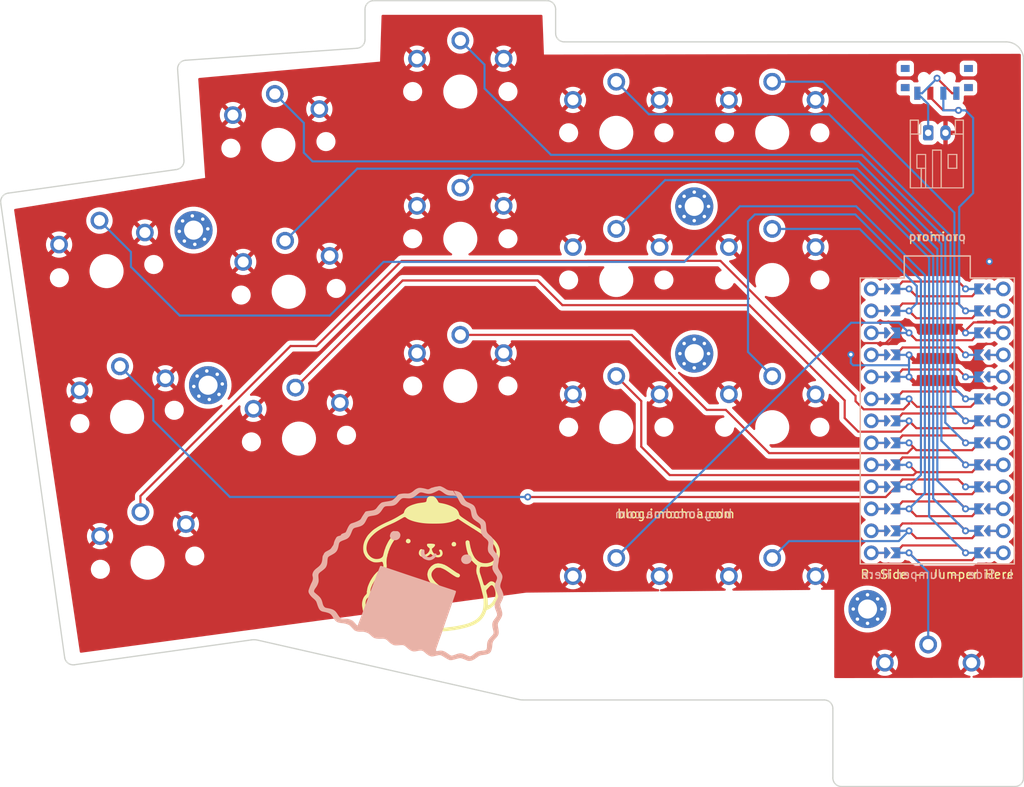
<source format=kicad_pcb>
(kicad_pcb (version 20241229) (generator "pcbnew") (generator_version "9.0")
  (title_block (title "shield-pcb") (rev "1.2") (company "imochoa"))
  (layers (0 "F.Cu" signal) (2 "B.Cu" signal) (13 "F.Paste" user) (15 "B.Paste" user) (5 "F.SilkS" user) (7 "B.SilkS" user) (1 "F.Mask" user) (3 "B.Mask" user) (25 "Edge.Cuts" user))
  (net 0 "")
  (net 1 "GND")
  (net 2 "grid-zn_pinky_bottom")
  (net 3 "grid-zn_pinky_home")
  (net 4 "grid-zn_pinky_top")
  (net 5 "grid-zn_ring_bottom")
  (net 6 "grid-zn_ring_home")
  (net 7 "grid-zn_ring_top")
  (net 8 "grid-zn_middle_bottom")
  (net 9 "grid-zn_middle_home")
  (net 10 "grid-zn_middle_top")
  (net 11 "grid-zn_index_bottom")
  (net 12 "grid-zn_index_home")
  (net 13 "grid-zn_index_top")
  (net 14 "grid-zn_inner_bottom")
  (net 15 "grid-zn_inner_home")
  (net 16 "grid-zn_inner_top")
  (net 17 "thumb-zn_near_thumb")
  (net 18 "thumb-zn_home_thumb")
  (net 19 "thumb-zn_far_thumb")
  (net 20 "RAW")
  (net 21 "B+")
  (net 22 "B-")
  (net 23 "RST")
  (net 24 "VCC")
  (net 25 "_1_0")
  (net 26 "_1_25")
  (net 27 "_1_1")
  (net 28 "_1_24")
  (net 29 "_1_2")
  (net 30 "_1_23")
  (net 31 "_1_3")
  (net 32 "_1_22")
  (net 33 "_1_4")
  (net 34 "_1_21")
  (net 35 "_1_5")
  (net 36 "_1_20")
  (net 37 "_1_6")
  (net 38 "_1_19")
  (net 39 "_1_7")
  (net 40 "_1_18")
  (net 41 "_1_8")
  (net 42 "_1_17")
  (net 43 "_1_9")
  (net 44 "_1_16")
  (net 45 "_1_10")
  (net 46 "_1_15")
  (net 47 "_1_11")
  (net 48 "_1_14")
  (net 49 "_1_12")
  (net 50 "_1_13")
  (net 51 "pos")
  (footprint "MountingHole_2.2mm_M2_Pad_Via" (layer "F.Cu") (at 212.1054 125.9946)
    (property "Reference" "_9" (hide yes))
    (property "Value" "")
  )
  (footprint "Button_Switch_SMD:SW_SPDT_PCM12" (layer "F.Cu") (at 240.1054 94.4946 180)
    (property "Reference" "T1" (hide yes))
    (property "Value" "" (hide yes))
  )
  (footprint "PG1350" (layer "F.Cu") (at 203.1054 155.4946)
    (property "Reference" "S16" (hide yes))
    (property "Value" "" (hide yes))
  )
  (footprint "PG1350" (layer "F.Cu") (at 221.1054 155.4946)
    (property "Reference" "S17" (hide yes))
    (property "Value" "" (hide yes))
  )
  (footprint "PG1350" (layer "F.Cu") (at 203.1054 134.4946)
    (property "Reference" "S10" (hide yes))
    (property "Value" "" (hide yes))
  )
  (footprint "PG1350" (layer "F.Cu") (at 164.1122 101.8912 4)
    (property "Reference" "S6" (hide yes))
    (property "Value" "" (hide yes))
  )
  (footprint "PG1350" (layer "F.Cu") (at 221.1054 117.4946)
    (property "Reference" "S14" (hide yes))
    (property "Value" "" (hide yes))
  )
  (footprint "PG1350" (layer "F.Cu") (at 221.1054 100.4946)
    (property "Reference" "S15" (hide yes))
    (property "Value" "" (hide yes))
  )
  (footprint "PG1350" (layer "F.Cu") (at 203.1054 100.4946)
    (property "Reference" "S12" (hide yes))
    (property "Value" "" (hide yes))
  )
  (footprint "ProMicro" (layer "F.Cu") (at 240.1554 132.4946)
    (property "Reference" "MCU" (hide yes))
    (property "Value" "")
  )
  (footprint "MountingHole_2.2mm_M2_Pad_Via" (layer "F.Cu") (at 212.1054 108.9946)
    (property "Reference" "_8" (hide yes))
    (property "Value" "")
  )
  (footprint "PG1350" (layer "F.Cu") (at 144.2778 116.4701 8)
    (property "Reference" "S3" (hide yes))
    (property "Value" "" (hide yes))
  )
  (footprint "PG1350" (layer "F.Cu") (at 165.298 118.8498 4)
    (property "Reference" "S5" (hide yes))
    (property "Value" "" (hide yes))
  )
  (footprint "PG1350" (layer "F.Cu") (at 203.1054 117.4946)
    (property "Reference" "S11" (hide yes))
    (property "Value" "" (hide yes))
  )
  (footprint "PG1350" (layer "F.Cu") (at 239.1054 165.4946)
    (property "Reference" "S18" (hide yes))
    (property "Value" "" (hide yes))
  )
  (footprint "PG1350" (layer "F.Cu") (at 185.1054 112.7316)
    (property "Reference" "S8" (hide yes))
    (property "Value" "" (hide yes))
  )
  (footprint "PG1350" (layer "F.Cu") (at 185.1054 95.7316)
    (property "Reference" "S9" (hide yes))
    (property "Value" "" (hide yes))
  )
  (footprint "PG1350" (layer "F.Cu") (at 185.1054 129.7316)
    (property "Reference" "S7" (hide yes))
    (property "Value" "" (hide yes))
  )
  (footprint "PG1350" (layer "F.Cu") (at 146.6438 133.3046 8)
    (property "Reference" "S2" (hide yes))
    (property "Value" "" (hide yes))
  )
  (footprint "PG1350" (layer "F.Cu") (at 149.0097 150.1392 8)
    (property "Reference" "S1" (hide yes))
    (property "Value" "" (hide yes))
  )
  (footprint "PG1350" (layer "F.Cu") (at 166.4839 135.8084 4)
    (property "Reference" "S4" (hide yes))
    (property "Value" "" (hide yes))
  )
  (footprint "MountingHole_2.2mm_M2_Pad_Via" (layer "F.Cu") (at 232.1054 155.4946)
    (property "Reference" "_10" (hide yes))
    (property "Value" "")
  )
  (footprint "PG1350" (layer "F.Cu") (at 221.1054 134.4946)
    (property "Reference" "S13" (hide yes))
    (property "Value" "" (hide yes))
  )
  (footprint "MountingHole_2.2mm_M2_Pad_Via" (layer "F.Cu") (at 154.3182 111.7333 5)
    (property "Reference" "_6" (hide yes))
    (property "Value" "")
  )
  (footprint "MountingHole_2.2mm_M2_Pad_Via" (layer "F.Cu") (at 155.9904 129.6463 5)
    (property "Reference" "_7" (hide yes))
    (property "Value" "")
  )
  (footprint "Connector_JST:JST_PH_S2B-PH-K_1x02_P2.00mm_Horizontal" (layer "F.Cu") (at 239.1054 100.4946)
    (property "Reference" "_2" (hide yes))
    (property "Value" "" (hide yes))
  )
  (gr_poly (pts (xy 181.796553 142.459777) (xy 181.871463 142.462716) (xy 181.902407 142.464413) (xy 181.929903 142.466622) (xy 181.954621 142.469613) (xy 181.97723 142.473654) (xy 181.998401 142.479017) (xy 182.008656 142.482277) (xy 182.018803 142.48597) (xy 182.039106 142.494783) (xy 182.059979 142.505726) (xy 182.082092 142.51907) (xy 182.106116 142.535083) (xy 182.132719 142.554035) (xy 182.162571 142.576197) (xy 182.234703 142.631226) (xy 182.250595 142.645107) (xy 182.268669 142.663398) (xy 182.288579 142.685595) (xy 182.309977 142.711197) (xy 182.332516 142.7397) (xy 182.355849 142.770604) (xy 182.403507 142.837601) (xy 182.450173 142.908171) (xy 182.493069 142.978293) (xy 182.512234 143.011932) (xy 182.529416 143.043951) (xy 182.544265 143.07385) (xy 182.556436 143.101126) (xy 182.564317 143.118236) (xy 182.573051 143.133926) (xy 182.582895 143.148314) (xy 182.594107 143.161517) (xy 182.606942 143.173654) (xy 182.62166 143.184842) (xy 182.638518 143.195199) (xy 182.657772 143.204843) (xy 182.67968 143.213891) (xy 182.7045 143.222462) (xy 182.732488 143.230674) (xy 182.763903 143.238643) (xy 182.799001 143.246489) (xy 182.83804 143.254328) (xy 182.92897 143.27046) (xy 183.070432 143.296514) (xy 183.212446 143.327589) (xy 183.354125 143.363296) (xy 183.494583 143.403247) (xy 183.632932 143.447056) (xy 183.768286 143.494334) (xy 183.899758 143.544694) (xy 184.026462 143.597749) (xy 184.147509 143.65311) (xy 184.262015 143.710391) (xy 184.369092 143.769204) (xy 184.467853 143.82916) (xy 184.557411 143.889873) (xy 184.636881 143.950955) (xy 184.705374 144.012018) (xy 184.762004 144.072675) (xy 184.777657 144.092595) (xy 184.793571 144.114852) (xy 184.80961 144.139155) (xy 184.825635 144.165214) (xy 184.841512 144.192735) (xy 184.857104 144.221429) (xy 184.872274 144.251004) (xy 184.886886 144.281167) (xy 184.900804 144.311629) (xy 184.91389 144.342096) (xy 184.926009 144.372278) (xy 184.937025 144.401884) (xy 184.9468 144.430621) (xy 184.955198 144.458199) (xy 184.962083 144.484325) (xy 184.967319 144.508709) (xy 184.974472 144.539494) (xy 184.98436 144.569452) (xy 184.997485 144.599043) (xy 185.014349 144.628731) (xy 185.035454 144.658976) (xy 185.061304 144.690242) (xy 185.0924 144.72299) (xy 185.129244 144.757682) (xy 185.172339 144.79478) (xy 185.222187 144.834746) (xy 185.279291 144.878042) (xy 185.344152 144.92513) (xy 185.499156 145.032531) (xy 185.691219 145.160642) (xy 186.051053 145.397709) (xy 186.142036 145.458299) (xy 186.242347 145.522064) (xy 186.37401 145.602497) (xy 186.559052 145.713092) (xy 186.685953 145.789755) (xy 186.812259 145.867609) (xy 186.923086 145.937525) (xy 186.968045 145.966654) (xy 187.003553 145.990376) (xy 187.070029 146.032742) (xy 187.140078 146.076894) (xy 187.205363 146.117475) (xy 187.257553 146.149126) (xy 187.268557 146.155097) (xy 187.27931 146.161078) (xy 187.28976 146.167027) (xy 187.299853 146.172905) (xy 187.318758 146.184287) (xy 187.335605 146.194899) (xy 187.349971 146.204419) (xy 187.356092 146.20867) (xy 187.361435 146.212526) (xy 187.365947 146.215949) (xy 187.369575 146.218897) (xy 187.372267 146.221331) (xy 187.373969 146.223209) (xy 187.381237 146.228749) (xy 187.397583 146.240142) (xy 187.453344 146.277713) (xy 187.532918 146.330365) (xy 187.627969 146.392543) (xy 187.677483 146.424251) (xy 187.725236 146.455315) (xy 187.770063 146.48489) (xy 187.810796 146.512134) (xy 187.846271 146.536203) (xy 187.875321 146.556253) (xy 187.896781 146.571442) (xy 187.909485 146.580925) (xy 187.918642 146.58802) (xy 187.929958 146.596404) (xy 187.943009 146.60578) (xy 187.957375 146.615851) (xy 187.972635 146.626319) (xy 187.988365 146.636885) (xy 188.004145 146.647254) (xy 188.019553 146.657126) (xy 188.107853 146.714392) (xy 188.205654 146.784258) (xy 188.312335 146.866229) (xy 188.427275 146.959809) (xy 188.549856 147.064501) (xy 188.679456 147.17981) (xy 188.815456 147.305239) (xy 188.957235 147.440292) (xy 189.036522 147.519564) (xy 189.111607 147.600894) (xy 189.182408 147.68411) (xy 189.24884 147.769037) (xy 189.310819 147.855502) (xy 189.368262 147.943331) (xy 189.421085 148.032351) (xy 189.469205 148.122388) (xy 189.512537 148.213268) (xy 189.550999 148.304818) (xy 189.584505 148.396864) (xy 189.612973 148.489233) (xy 189.636319 148.58175) (xy 189.654459 148.674243) (xy 189.66731 148.766537) (xy 189.674787 148.858459) (xy 189.676974 148.907586) (xy 189.677995 148.95719) (xy 189.677875 149.007055) (xy 189.676639 149.056963) (xy 189.674311 149.106697) (xy 189.670917 149.156041) (xy 189.666481 149.204777) (xy 189.661028 149.252688) (xy 189.654583 149.299558) (xy 189.64717 149.345168) (xy 189.638815 149.389303) (xy 189.629542 149.431745) (xy 189.619376 149.472277) (xy 189.608342 149.510682) (xy 189.596465 149.546743) (xy 189.583769 149.580242) (xy 189.573686 149.606043) (xy 189.564223 149.630678) (xy 189.555604 149.653577) (xy 189.548051 149.674169) (xy 189.541788 149.691884) (xy 189.537038 149.706151) (xy 189.534024 149.716399) (xy 189.533238 149.719838) (xy 189.53297 149.722059) (xy 189.532506 149.724377) (xy 189.531147 149.728103) (xy 189.525925 149.739455) (xy 189.517677 149.755471) (xy 189.506776 149.775505) (xy 189.493592 149.798912) (xy 189.478498 149.825048) (xy 189.444068 149.882925) (xy 189.425958 149.91135) (xy 189.406638 149.940162) (xy 189.386239 149.969204) (xy 189.364892 149.998317) (xy 189.342726 150.027343) (xy 189.319872 150.056124) (xy 189.296459 150.084502) (xy 189.272619 150.112319) (xy 189.248481 150.139417) (xy 189.224175 150.165637) (xy 189.199833 150.190821) (xy 189.175583 150.214812) (xy 189.151557 150.237451) (xy 189.127884 150.25858) (xy 189.104695 150.278041) (xy 189.08212 150.295675) (xy 189.058758 150.312432) (xy 189.031853 150.330013) (xy 189.001878 150.348202) (xy 188.969307 150.366782) (xy 188.898279 150.404246) (xy 188.822563 150.440667) (xy 188.745953 150.47431) (xy 188.672246 150.503439) (xy 188.637667 150.515768) (xy 188.605236 150.526318) (xy 188.575429 150.53487) (xy 188.548719 150.541209) (xy 188.521095 150.546616) (xy 188.491238 150.553115) (xy 188.460092 150.560408) (xy 188.428598 150.568196) (xy 188.36834 150.584071) (xy 188.318004 150.598359) (xy 188.285898 150.607599) (xy 188.251262 150.61473) (xy 188.211368 150.619827) (xy 188.163486 150.622965) (xy 188.104889 150.624218) (xy 188.032848 150.62366) (xy 187.944634 150.621365) (xy 187.837519 150.617409) (xy 187.460753 150.602592) (xy 187.401486 150.691493) (xy 187.383138 150.720059) (xy 187.37558 150.733099) (xy 187.369008 150.745798) (xy 187.363354 150.758522) (xy 187.358549 150.771636) (xy 187.354525 150.785507) (xy 187.351215 150.800501) (xy 187.348549 150.816982) (xy 187.346461 150.835318) (xy 187.34488 150.855874) (xy 187.34374 150.879016) (xy 187.342508 150.93452) (xy 187.342219 151.004759) (xy 187.342562 151.078106) (xy 187.344567 151.139101) (xy 187.34665 151.167059) (xy 187.349698 151.19444) (xy 187.353893 151.222082) (xy 187.359417 151.250821) (xy 187.366455 151.281495) (xy 187.375189 151.314941) (xy 187.398477 151.393498) (xy 187.430743 151.493188) (xy 187.473453 151.620709) (xy 187.572076 151.921044) (xy 187.654428 152.178715) (xy 187.719317 152.390745) (xy 187.744841 152.478715) (xy 187.765552 152.554159) (xy 187.775031 152.586506) (xy 187.785223 152.616088) (xy 187.790592 152.629845) (xy 187.796146 152.642916) (xy 187.801888 152.655302) (xy 187.80782 152.667003) (xy 187.813944 152.678023) (xy 187.820262 152.688362) (xy 187.826778 152.698022) (xy 187.833492 152.707005) (xy 187.840409 152.715312) (xy 187.847529 152.722944) (xy 187.854855 152.729904) (xy 187.86239 152.736192) (xy 187.870136 152.741811) (xy 187.878094 152.746761) (xy 187.886269 152.751045) (xy 187.894661 152.754663) (xy 187.903273 152.757618) (xy 187.912108 152.759912) (xy 187.921167 152.761544) (xy 187.930454 152.762518) (xy 187.93997 152.762835) (xy 187.949718 152.762495) (xy 187.9597 152.761502) (xy 187.969918 152.759856) (xy 187.980376 152.757558) (xy 187.991074 152.754612) (xy 188.002015 152.751017) (xy 188.013203 152.746775) (xy 188.017405 152.744604) (xy 188.02281 152.741306) (xy 188.036883 152.731595) (xy 188.054726 152.718163) (xy 188.075645 152.701532) (xy 188.098945 152.682221) (xy 188.123931 152.660753) (xy 188.14991 152.637647) (xy 188.176187 152.613425) (xy 188.216739 152.575698) (xy 188.255834 152.540309) (xy 188.293453 152.507265) (xy 188.329578 152.47657) (xy 188.36419 152.448232) (xy 188.39727 152.422256) (xy 188.4288 152.398649) (xy 188.45876 152.377417) (xy 188.487134 152.358567) (xy 188.513901 152.342104) (xy 188.539044 152.328034) (xy 188.562543 152.316365) (xy 188.584381 152.307101) (xy 188.604538 152.30025) (xy 188.61398 152.29773) (xy 188.622995 152.295817) (xy 188.631581 152.294509) (xy 188.639735 152.293808) (xy 188.686068 152.292854) (xy 188.730694 152.294809) (xy 188.752409 152.296902) (xy 188.773746 152.299752) (xy 188.794722 152.30337) (xy 188.815353 152.307765) (xy 188.835655 152.312948) (xy 188.855645 152.318928) (xy 188.875339 152.325716) (xy 188.894753 152.333322) (xy 188.913903 152.341756) (xy 188.932806 152.351028) (xy 188.951479 152.361147) (xy 188.969936 152.372125) (xy 188.988195 152.383971) (xy 189.006272 152.396695) (xy 189.024183 152.410308) (xy 189.041944 152.424819) (xy 189.077083 152.456576) (xy 189.111819 152.492048) (xy 189.146282 152.531315) (xy 189.180602 152.574457) (xy 189.21491 152.621556) (xy 189.249336 152.672692) (xy 189.285313 152.73015) (xy 189.318677 152.786777) (xy 189.349492 152.842784) (xy 189.377824 152.898382) (xy 189.403737 152.953781) (xy 189.427297 153.009192) (xy 189.448569 153.064827) (xy 189.467617 153.120896) (xy 189.484508 153.17761) (xy 189.499305 153.235179) (xy 189.512075 153.293816) (xy 189.522882 153.353729) (xy 189.531792 153.415131) (xy 189.538869 153.478232) (xy 189.544179 153.543243) (xy 189.547787 153.610375) (xy 189.550697 153.701495) (xy 189.551226 153.780536) (xy 189.550474 153.816712) (xy 189.548977 153.851291) (xy 189.546687 153.884748) (xy 189.543553 153.917557) (xy 189.539527 153.950192) (xy 189.534557 153.983128) (xy 189.528596 154.016839) (xy 189.521592 154.051799) (xy 189.504262 154.127367) (xy 189.482169 154.213625) (xy 189.450874 154.317518) (xy 189.413481 154.419488) (xy 189.37019 154.5193) (xy 189.321203 154.616718) (xy 189.266722 154.711507) (xy 189.206948 154.803431) (xy 189.142084 154.892255) (xy 189.072329 154.977742) (xy 188.997887 155.059658) (xy 188.918958 155.137766) (xy 188.835744 155.21183) (xy 188.748446 155.281616) (xy 188.657267 155.346888) (xy 188.562407 155.407409) (xy 188.464069 155.462945) (xy 188.362452 155.513259) (xy 188.33279 155.526409) (xy 188.304542 155.538692) (xy 188.278328 155.549833) (xy 188.254767 155.55956) (xy 188.234481 155.567601) (xy 188.21809 155.573683) (xy 188.211548 155.575903) (xy 188.206212 155.577531) (xy 188.20216 155.578534) (xy 188.199469 155.578875) (xy 188.196498 155.579247) (xy 188.19316 155.580335) (xy 188.189485 155.5821) (xy 188.185504 155.584502) (xy 188.176745 155.591056) (xy 188.167124 155.599678) (xy 188.156883 155.610049) (xy 188.146263 155.621849) (xy 188.135508 155.634759) (xy 188.124857 155.64846) (xy 188.114554 155.662632) (xy 188.10484 155.676957) (xy 188.095956 155.691113) (xy 188.088146 155.704783) (xy 188.08165 155.717647) (xy 188.076711 155.729385) (xy 188.074901 155.734733) (xy 188.07357 155.739679) (xy 188.072749 155.744184) (xy 188.072469 155.748208) (xy 188.071889 155.75778) (xy 188.070113 155.769123) (xy 188.062746 155.797653) (xy 188.049922 155.834864) (xy 188.031194 155.881823) (xy 188.006117 155.939598) (xy 187.974243 156.009253) (xy 187.935126 156.091857) (xy 187.888319 156.188475) (xy 187.844979 156.271257) (xy 187.79679 156.352848) (xy 187.743863 156.433149) (xy 187.68631 156.51206) (xy 187.624242 156.589484) (xy 187.557772 156.66532) (xy 187.48701 156.73947) (xy 187.412069 156.811833) (xy 187.33306 156.882312) (xy 187.250095 156.950806) (xy 187.163284 157.017216) (xy 187.072741 157.081444) (xy 186.978576 157.143389) (xy 186.880901 157.202954) (xy 186.779828 157.260038) (xy 186.675469 157.314542) (xy 186.591377 157.352642) (xy 186.478189 157.398283) (xy 186.344513 157.448487) (xy 186.198955 157.50028) (xy 186.050123 157.550683) (xy 185.906623 157.59672) (xy 185.777064 157.635415) (xy 185.670052 157.663792) (xy 185.609959 157.677285) (xy 185.540142 157.693954) (xy 185.405469 157.727291) (xy 185.292017 157.755321) (xy 185.191984 157.779282) (xy 185.103906 157.799474) (xy 185.026322 157.816192) (xy 184.957766 157.829735) (xy 184.896775 157.840401) (xy 184.841886 157.848487) (xy 184.791636 157.854291) (xy 184.762218 157.857934) (xy 184.731708 157.862395) (xy 184.701 157.867501) (xy 184.670986 157.873077) (xy 184.64256 157.878952) (xy 184.616614 157.88495) (xy 184.594042 157.890899) (xy 184.575736 157.896625) (xy 184.566587 157.89987) (xy 184.555127 157.903236) (xy 184.525961 157.910218) (xy 184.489602 157.91735) (xy 184.447413 157.924407) (xy 184.40076 157.931166) (xy 184.351006 157.937405) (xy 184.299516 157.942899) (xy 184.247653 157.947426) (xy 184.194257 157.952044) (xy 184.13838 157.957778) (xy 184.08171 157.964355) (xy 184.025932 157.971502) (xy 183.972734 157.978948) (xy 183.923803 157.986418) (xy 183.880825 157.99364) (xy 183.845487 158.000341) (xy 183.806862 158.007655) (xy 183.755958 158.015191) (xy 183.694984 158.022778) (xy 183.626147 158.03024) (xy 183.473714 158.044098) (xy 183.31632 158.055376) (xy 183.151716 158.065925) (xy 182.982151 158.077864) (xy 182.82727 158.0902) (xy 182.706719 158.101941) (xy 182.536869 158.111665) (xy 182.269463 158.11861) (xy 181.570864 158.124167) (xy 180.868692 158.11861) (xy 180.596821 158.111665) (xy 180.42072 158.101941) (xy 180.167997 158.078083) (xy 179.966992 158.060303) (xy 179.883629 158.053606) (xy 179.810487 158.048326) (xy 179.746666 158.04443) (xy 179.691264 158.041881) (xy 179.643377 158.040648) (xy 179.602103 158.040695) (xy 179.566541 158.041989) (xy 179.535788 158.044494) (xy 179.508941 158.048179) (xy 179.4851 158.053007) (xy 179.46336 158.058945) (xy 179.44282 158.065959) (xy 179.388845 158.083686) (xy 179.31582 158.106175) (xy 179.23327 158.130252) (xy 179.15072 158.152742) (xy 179.090804 158.168977) (xy 179.038107 158.181416) (xy 179.013 158.186329) (xy 178.987939 158.190433) (xy 178.962339 158.193774) (xy 178.935614 158.196398) (xy 178.907177 158.198353) (xy 178.876442 158.199685) (xy 178.805736 158.200665) (xy 178.718808 158.19971) (xy 178.61097 158.197193) (xy 178.529085 158.194414) (xy 178.451988 158.190843) (xy 178.3801 158.186477) (xy 178.313843 158.181317) (xy 178.253637 158.175364) (xy 178.199906 158.168617) (xy 178.153071 158.161076) (xy 178.132371 158.157008) (xy 178.113553 158.152742) (xy 178.047643 158.135727) (xy 177.981063 158.115738) (xy 177.914086 158.092927) (xy 177.846985 158.067447) (xy 177.780033 158.039449) (xy 177.713503 158.009086) (xy 177.647667 157.976508) (xy 177.582799 157.941869) (xy 177.519171 157.90532) (xy 177.457056 157.867012) (xy 177.396727 157.827099) (xy 177.338456 157.785731) (xy 177.282518 157.743062) (xy 177.229183 157.699242) (xy 177.178727 157.654423) (xy 177.13142 157.608759) (xy 177.116865 157.594548) (xy 177.101795 157.580506) (xy 177.086241 157.566649) (xy 177.070235 157.552997) (xy 177.053807 157.539569) (xy 177.036988 157.526382) (xy 177.01981 157.513456) (xy 177.002303 157.500808) (xy 176.984498 157.488459) (xy 176.966427 157.476425) (xy 176.94812 157.464727) (xy 176.929609 157.453382) (xy 176.910924 157.442409) (xy 176.892096 157.431826) (xy 176.873156 157.421653) (xy 176.854136 157.411908) (xy 176.788619 157.379563) (xy 176.726872 157.348408) (xy 176.67584 157.322016) (xy 176.656513 157.311722) (xy 176.64247 157.303958) (xy 176.627679 157.296217) (xy 176.611158 157.289654) (xy 176.593012 157.284257) (xy 176.573347 157.280014) (xy 176.552269 157.276911) (xy 176.529881 157.274937) (xy 176.506291 157.274079) (xy 176.481603 157.274325) (xy 176.455923 157.275663) (xy 176.429356 157.278079) (xy 176.402008 157.281562) (xy 176.373984 157.286099) (xy 176.345389 157.291678) (xy 176.316329 157.298287) (xy 176.28691 157.305912) (xy 176.257236 157.314542) (xy 176.220757 157.325675) (xy 176.180904 157.335345) (xy 176.137281 157.343675) (xy 176.089491 157.350789) (xy 176.037136 157.356813) (xy 175.979821 157.361869) (xy 175.917148 157.366081) (xy 175.84872 157.369574) (xy 175.767832 157.372811) (xy 175.699296 157.374436) (xy 175.668684 157.374574) (xy 175.639988 157.374225) (xy 175.612818 157.373362) (xy 175.586782 157.371956) (xy 175.561491 157.369979) (xy 175.536553 157.367404) (xy 175.511578 157.364203) (xy 175.486174 157.360348) (xy 175.432522 157.350562) (xy 175.37247 157.337825) (xy 175.270727 157.311959) (xy 175.171899 157.281212) (xy 175.076023 157.245617) (xy 174.983135 157.205203) (xy 174.893274 157.160002) (xy 174.806477 157.110044) (xy 174.722779 157.055361) (xy 174.64222 156.995984) (xy 174.564835 156.931943) (xy 174.490663 156.863271) (xy 174.41974 156.789996) (xy 174.352104 156.712152) (xy 174.287792 156.629768) (xy 174.226841 156.542876) (xy 174.169288 156.451507) (xy 174.11517 156.355692) (xy 174.094313 156.315098) (xy 174.07313 156.270657) (xy 174.03047 156.172303) (xy 173.988554 156.06477) (xy 173.948747 155.952202) (xy 173.912412 155.838742) (xy 173.880914 155.72853) (xy 173.855618 155.625711) (xy 173.845721 155.578367) (xy 173.837887 155.534425) (xy 173.834848 155.512763) (xy 173.830644 155.486536) (xy 173.81963 155.424358) (xy 173.806633 155.355831) (xy 173.793437 155.288892) (xy 173.777568 155.193468) (xy 173.767193 155.097201) (xy 173.762201 155.000538) (xy 173.762318 154.960159) (xy 174.165441 154.960159) (xy 174.169 155.071792) (xy 174.178141 155.186498) (xy 174.192788 155.303511) (xy 174.212867 155.422064) (xy 174.238305 155.541393) (xy 174.269025 155.660731) (xy 174.304955 155.779312) (xy 174.346019 155.896371) (xy 174.392143 156.011142) (xy 174.443253 156.122859) (xy 174.489734 156.211804) (xy 174.539471 156.296061) (xy 174.592444 156.375606) (xy 174.648636 156.450413) (xy 174.708028 156.520457) (xy 174.770601 156.585714) (xy 174.836336 156.646159) (xy 174.905216 156.701767) (xy 174.977221 156.752513) (xy 175.052332 156.798373) (xy 175.130532 156.839321) (xy 175.211802 156.875334) (xy 175.296122 156.906385) (xy 175.383475 156.932451) (xy 175.473841 156.953506) (xy 175.567203 156.969525) (xy 175.639769 156.979943) (xy 175.69966 156.987385) (xy 175.726039 156.989989) (xy 175.750671 156.991849) (xy 175.774032 156.992966) (xy 175.796597 156.993338) (xy 175.818839 156.992966) (xy 175.841233 156.991849) (xy 175.864253 156.989989) (xy 175.888374 156.987385) (xy 175.91407 156.984036) (xy 175.941816 156.979943) (xy 176.005353 156.969525) (xy 176.044354 156.962736) (xy 176.082707 156.955097) (xy 176.120309 156.946652) (xy 176.157059 156.937444) (xy 176.192853 156.927517) (xy 176.227591 156.916914) (xy 176.261169 156.905679) (xy 176.293484 156.893854) (xy 176.324436 156.881484) (xy 176.353921 156.868612) (xy 176.381837 156.85528) (xy 176.408082 156.841533) (xy 176.432553 156.827414) (xy 176.455149 156.812966) (xy 176.475766 156.798233) (xy 176.494303 156.783259) (xy 176.511749 156.767908) (xy 176.518767 156.760585) (xy 176.52473 156.75293) (xy 176.529701 156.744519) (xy 176.533743 156.734926) (xy 176.536916 156.723727) (xy 176.539282 156.710498) (xy 176.540905 156.694812) (xy 176.541845 156.676246) (xy 176.542166 156.654375) (xy 176.541928 156.628774) (xy 176.540026 156.564683) (xy 176.536636 156.480574) (xy 176.530266 156.295937) (xy 176.526946 156.113532) (xy 176.526553 155.938171) (xy 176.528964 155.774667) (xy 176.534053 155.627832) (xy 176.541697 155.502477) (xy 176.546438 155.449359) (xy 176.551772 155.403415) (xy 176.557682 155.365248) (xy 176.564153 155.335458) (xy 176.587895 155.243966) (xy 176.607247 155.171053) (xy 176.615517 155.140796) (xy 176.622977 155.114263) (xy 176.629725 155.091147) (xy 176.635855 155.07114) (xy 176.641465 155.053936) (xy 176.646649 155.039229) (xy 176.651505 155.02671) (xy 176.656129 155.016074) (xy 176.660616 155.007012) (xy 176.665063 154.999219) (xy 176.669565 154.992386) (xy 176.67422 154.986208) (xy 176.679532 154.978449) (xy 176.685762 154.968184) (xy 176.692637 154.955885) (xy 176.699884 154.942024) (xy 176.707231 154.927071) (xy 176.714403 154.911497) (xy 176.72113 154.895775) (xy 176.727136 154.880375) (xy 176.742256 154.844479) (xy 176.760486 154.806825) (xy 176.781612 154.767689) (xy 176.80542 154.727347) (xy 176.831696 154.686074) (xy 176.860226 154.644148) (xy 176.890796 154.601843) (xy 176.923193 154.559436) (xy 176.957201 154.517202) (xy 176.992609 154.475418) (xy 177.0292 154.434359) (xy 177.066762 154.394303) (xy 177.105081 154.355523) (xy 177.143942 154.318297) (xy 177.183132 154.2829) (xy 177.222437 154.249609) (xy 177.254373 154.223308) (xy 177.284647 154.198743) (xy 177.312589 154.17646) (xy 177.33753 154.157005) (xy 177.3588 154.140923) (xy 177.375729 154.12876) (xy 177.382357 154.124319) (xy 177.387648 154.121063) (xy 177.391519 154.119059) (xy 177.392896 154.118548) (xy 177.393886 154.118376) (xy 177.395661 154.118107) (xy 177.398554 154.117321) (xy 177.407413 154.114308) (xy 177.419894 154.109558) (xy 177.435426 154.103294) (xy 177.473361 154.087122) (xy 177.494623 154.077658) (xy 177.516653 154.067575) (xy 177.549506 154.053117) (xy 177.584415 154.039918) (xy 177.621154 154.027996) (xy 177.659495 154.01737) (xy 177.699213 154.00806) (xy 177.740081 154.000082) (xy 177.781874 153.993456) (xy 177.824363 153.9882) (xy 177.867325 153.984334) (xy 177.910531 153.981875) (xy 177.953756 153.980843) (xy 177.996773 153.981255) (xy 178.039356 153.983131) (xy 178.081278 153.986489) (xy 178.122314 153.991348) (xy 178.162236 153.997726) (xy 178.208033 154.007343) (xy 178.251889 154.018015) (xy 178.293996 154.029853) (xy 178.334546 154.042969) (xy 178.373733 154.057473) (xy 178.411747 154.073478) (xy 178.448781 154.091096) (xy 178.485028 154.110437) (xy 178.52068 154.131614) (xy 178.555928 154.154739) (xy 178.590966 154.179922) (xy 178.625985 154.207275) (xy 178.661177 154.23691) (xy 178.696736 154.26894) (xy 178.732852 154.303474) (xy 178.769719 154.340625) (xy 178.802239 154.374477) (xy 178.83243 154.407151) (xy 178.860444 154.438908) (xy 178.886434 154.470007) (xy 178.910551 154.500709) (xy 178.932947 154.531274) (xy 178.953774 154.561964) (xy 178.973184 154.593038) (xy 178.99133 154.624757) (xy 179.008362 154.657381) (xy 179.024432 154.691171) (xy 179.039694 154.726388) (xy 179.054298 154.763291) (xy 179.068397 154.802141) (xy 179.082143 154.843199) (xy 179.095687 154.886725) (xy 179.105707 154.919732) (xy 179.114336 154.949858) (xy 179.121569 154.977348) (xy 179.127403 155.002448) (xy 179.131837 155.025402) (xy 179.133527 155.036151) (xy 179.134866 155.046455) (xy 179.135852 155.056346) (xy 179.136487 155.065853) (xy 179.136768 155.075008) (xy 179.136697 155.08384) (xy 179.136272 155.092381) (xy 179.135493 155.100661) (xy 179.13436 155.108711) (xy 179.132873 155.116562) (xy 179.13103 155.124243) (xy 179.128832 155.131786) (xy 179.126278 155.139221) (xy 179.123369 155.146579) (xy 179.120102 155.153891) (xy 179.116478 155.161187) (xy 179.112498 155.168497) (xy 179.108159 155.175853) (xy 179.098407 155.190823) (xy 179.08722 155.206342) (xy 179.074847 155.22115) (xy 179.061559 155.234615) (xy 179.047385 155.246735) (xy 179.032352 155.257506) (xy 179.016488 155.266925) (xy 178.99982 155.274989) (xy 178.982378 155.281695) (xy 178.964188 155.28704) (xy 178.945279 155.291021) (xy 178.925679 155.293634) (xy 178.905415 155.294877) (xy 178.884516 155.294746) (xy 178.863008 155.293239) (xy 178.840921 155.290352) (xy 178.818282 155.286082) (xy 178.795119 155.280426) (xy 178.779566 155.275341) (xy 178.764655 155.268821) (xy 178.750383 155.260869) (xy 178.736746 155.251487) (xy 178.723741 155.240678) (xy 178.711366 155.228447) (xy 178.699618 155.214796) (xy 178.688492 155.199727) (xy 178.677987 155.183245) (xy 178.668099 155.165352) (xy 178.658824 155.146051) (xy 178.650161 155.125346) (xy 178.642105 155.103239) (xy 178.634654 155.079734) (xy 178.627804 155.054834) (xy 178.621553 155.028542) (xy 178.61711 155.010945) (xy 178.611015 154.991653) (xy 178.6034 154.970903) (xy 178.5944 154.948935) (xy 178.584147 154.925987) (xy 178.572774 154.902298) (xy 178.560416 154.878107) (xy 178.547205 154.853652) (xy 178.533275 154.829173) (xy 178.518758 154.804907) (xy 178.503789 154.781094) (xy 178.488501 154.757973) (xy 178.473026 154.735781) (xy 178.457499 154.714759) (xy 178.442052 154.695144) (xy 178.42682 154.677176) (xy 178.419963 154.66977) (xy 178.412152 154.661887) (xy 178.403472 154.653595) (xy 178.394011 154.644962) (xy 178.373093 154.626946) (xy 178.350091 154.608383) (xy 178.325699 154.589821) (xy 178.300613 154.571805) (xy 178.275528 154.55488) (xy 178.251136 154.539592) (xy 178.214831 154.517665) (xy 178.198777 154.508599) (xy 178.183734 154.500698) (xy 178.16941 154.49389) (xy 178.155514 154.488098) (xy 178.141755 154.483248) (xy 178.12784 154.479267) (xy 178.113479 154.47608) (xy 178.098381 154.473611) (xy 178.082252 154.471788) (xy 178.064803 154.470535) (xy 178.045742 154.469779) (xy 178.024777 154.469444) (xy 177.97597 154.469741) (xy 177.927427 154.470949) (xy 177.90616 154.471993) (xy 177.886474 154.473446) (xy 177.868054 154.475395) (xy 177.850582 154.477927) (xy 177.833743 154.481129) (xy 177.81722 154.485087) (xy 177.800697 154.489889) (xy 177.783857 154.495621) (xy 177.766386 154.50237) (xy 177.747965 154.510223) (xy 177.728279 154.519266) (xy 177.707013 154.529587) (xy 177.65847 154.554408) (xy 177.599853 154.586897) (xy 177.544542 154.621832) (xy 177.492368 154.659477) (xy 177.443165 154.700095) (xy 177.396765 154.74395) (xy 177.353 154.791306) (xy 177.311703 154.842426) (xy 177.272707 154.897573) (xy 177.235844 154.957012) (xy 177.200947 155.021005) (xy 177.167848 155.089817) (xy 177.136381 155.163711) (xy 177.106376 155.24295) (xy 177.077668 155.327798) (xy 177.050088 155.418518) (xy 177.02347 155.515375) (xy 177.019522 155.538171) (xy 177.015698 155.575105) (xy 177.012122 155.624243) (xy 177.008918 155.683651) (xy 177.004122 155.825534) (xy 177.002778 155.90414) (xy 177.002303 155.985276) (xy 177.002642 156.100539) (xy 177.003824 156.194594) (xy 177.004809 156.234731) (xy 177.006098 156.270839) (xy 177.007722 156.303345) (xy 177.009711 156.332673) (xy 177.012098 156.359248) (xy 177.014912 156.383494) (xy 177.018185 156.405836) (xy 177.021948 156.4267) (xy 177.026232 156.446509) (xy 177.031068 156.465688) (xy 177.036487 156.484664) (xy 177.04252 156.503859) (xy 177.051313 156.530689) (xy 177.060081 156.559752) (xy 177.068602 156.590105) (xy 177.076651 156.620805) (xy 177.084005 156.650909) (xy 177.090442 156.679476) (xy 177.095738 156.705562) (xy 177.09967 156.728224) (xy 177.101005 156.738581) (xy 177.102613 156.748961) (xy 177.10447 156.759293) (xy 177.106549 156.7695) (xy 177.108827 156.779509) (xy 177.111278 156.789245) (xy 177.113879 156.798633) (xy 177.116603 156.8076) (xy 177.119427 156.816071) (xy 177.122325 156.823971) (xy 177.125272 156.831227) (xy 177.128245 156.837762) (xy 177.131217 156.843505) (xy 177.134165 156.848379) (xy 177.137063 156.85231) (xy 177.138485 156.853899) (xy 177.139886 156.855225) (xy 177.14271 156.858244) (xy 177.145612 156.861715) (xy 177.148569 156.865596) (xy 177.151561 156.869843) (xy 177.154565 156.874412) (xy 177.15756 156.879261) (xy 177.160523 156.884345) (xy 177.163434 156.889621) (xy 177.166271 156.895046) (xy 177.169011 156.900576) (xy 177.171634 156.906169) (xy 177.174117 156.91178) (xy 177.176439 156.917366) (xy 177.178578 156.922884) (xy 177.180512 156.92829) (xy 177.18222 156.933542) (xy 177.198111 156.977258) (xy 177.218563 157.022429) (xy 177.243225 157.068673) (xy 177.271748 157.115608) (xy 177.303781 157.162853) (xy 177.338973 157.210027) (xy 177.376974 157.256748) (xy 177.417434 157.302635) (xy 177.460003 157.347307) (xy 177.504329 157.390382) (xy 177.550064 157.431479) (xy 177.596855 157.470216) (xy 177.644353 157.506212) (xy 177.692208 157.539086) (xy 177.74007 157.568456) (xy 177.787587 157.593942) (xy 177.873832 157.636287) (xy 177.945741 157.670373) (xy 177.977296 157.684651) (xy 178.006438 157.697265) (xy 178.033559 157.708347) (xy 178.059049 157.718031) (xy 178.083299 157.726449) (xy 178.106699 157.733736) (xy 178.12964 157.740025) (xy 178.152513 157.745448) (xy 178.175708 157.75014) (xy 178.199617 157.754233) (xy 178.224629 157.757862) (xy 178.251136 157.761158) (xy 178.34685 157.772414) (xy 178.436613 157.781552) (xy 178.520827 157.788538) (xy 178.59989 157.793339) (xy 178.674204 157.795919) (xy 178.744167 157.796245) (xy 178.81018 157.794283) (xy 178.872643 157.789998) (xy 178.931955 157.783357) (xy 178.988518 157.774326) (xy 179.04273 157.76287) (xy 179.094992 157.748955) (xy 179.145704 157.732547) (xy 179.195265 157.713612) (xy 179.244076 157.692116) (xy 179.292537 157.668025) (xy 179.455519 157.581241) (xy 179.65237 157.619342) (xy 179.774413 157.636474) (xy 179.960378 157.654002) (xy 180.194811 157.671134) (xy 180.462259 157.687075) (xy 181.034388 157.712211) (xy 181.308161 157.719817) (xy 181.553136 157.723058) (xy 181.789099 157.720255) (xy 182.069239 157.71254) (xy 182.681584 157.686545) (xy 182.973556 157.670348) (xy 183.229239 157.653407) (xy 183.428515 157.636763) (xy 183.551269 157.621459) (xy 183.590366 157.614149) (xy 183.636631 157.606641) (xy 183.688303 157.599134) (xy 183.743622 157.591825) (xy 183.858153 157.578596) (xy 183.913844 157.573073) (xy 183.966136 157.568542) (xy 184.068927 157.558356) (xy 184.169336 157.547375) (xy 184.214927 157.541835) (xy 184.255458 157.536395) (xy 184.28944 157.531153) (xy 184.315386 157.526208) (xy 184.341075 157.521074) (xy 184.372867 157.515294) (xy 184.449794 157.502396) (xy 184.622303 157.475408) (xy 184.663884 157.468794) (xy 184.705316 157.461782) (xy 184.745458 157.454572) (xy 184.78317 157.447362) (xy 184.817309 157.440351) (xy 184.846736 157.433736) (xy 184.870309 157.427717) (xy 184.879543 157.424992) (xy 184.886886 157.422491) (xy 184.903208 157.418063) (xy 184.924589 157.412867) (xy 184.950138 157.407125) (xy 184.978961 157.40106) (xy 185.010166 157.394896) (xy 185.042858 157.388856) (xy 185.076146 157.383164) (xy 185.109136 157.378042) (xy 185.143077 157.372817) (xy 185.179052 157.366797) (xy 185.21592 157.360183) (xy 185.25254 157.353171) (xy 185.287771 157.345961) (xy 185.320472 157.338751) (xy 185.349501 157.33174) (xy 185.373719 157.325125) (xy 185.42528 157.310772) (xy 185.486167 157.294434) (xy 185.549039 157.278095) (xy 185.606553 157.263741) (xy 185.716177 157.236299) (xy 185.813623 157.210494) (xy 185.901791 157.185384) (xy 185.983584 157.160025) (xy 186.061905 157.133476) (xy 186.139655 157.104794) (xy 186.219737 157.073035) (xy 186.305053 157.037259) (xy 186.356746 157.015116) (xy 186.406256 156.99347) (xy 186.452393 156.972816) (xy 186.493965 156.95365) (xy 186.529783 156.936468) (xy 186.558656 156.921768) (xy 186.570116 156.915502) (xy 186.579392 156.910043) (xy 186.586338 156.905453) (xy 186.590803 156.901792) (xy 186.594218 156.898968) (xy 186.598083 156.896066) (xy 186.602351 156.893109) (xy 186.606975 156.890117) (xy 186.61191 156.887113) (xy 186.617108 156.884119) (xy 186.628109 156.878244) (xy 186.639606 156.872667) (xy 186.651227 156.867562) (xy 186.6626 156.863101) (xy 186.668077 156.861167) (xy 186.673353 156.859459) (xy 186.708884 156.845968) (xy 186.74914 156.825749) (xy 186.793439 156.799416) (xy 186.841099 156.767582) (xy 186.891438 156.730862) (xy 186.943774 156.689869) (xy 186.997424 156.645217) (xy 187.051707 156.597521) (xy 187.10594 156.547394) (xy 187.159442 156.49545) (xy 187.21153 156.442303) (xy 187.261522 156.388567) (xy 187.308735 156.334855) (xy 187.352489 156.281783) (xy 187.3921 156.229963) (xy 187.426886 156.180009) (xy 187.4776 156.099514) (xy 187.524224 156.018146) (xy 187.566836 155.935582) (xy 187.605513 155.851496) (xy 187.640333 155.765562) (xy 187.671373 155.677454) (xy 187.698712 155.586847) (xy 187.722426 155.493415) (xy 187.742592 155.396834) (xy 187.75929 155.296776) (xy 187.772595 155.192917) (xy 187.782585 155.084932) (xy 187.789339 154.972493) (xy 187.792933 154.855277) (xy 187.793445 154.732958) (xy 187.790953 154.605209) (xy 187.78581 154.469304) (xy 187.779179 154.352201) (xy 187.769968 154.246905) (xy 187.757086 154.146421) (xy 187.739442 154.043755) (xy 187.715944 153.93191) (xy 187.6855 153.803893) (xy 187.64702 153.652709) (xy 187.580317 153.387029) (xy 188.096556 153.387029) (xy 188.096567 153.394927) (xy 188.096957 153.402944) (xy 188.097685 153.411143) (xy 188.099985 153.428343) (xy 188.111288 153.493285) (xy 188.124129 153.559344) (xy 188.137863 153.623865) (xy 188.151844 153.684194) (xy 188.165429 153.737677) (xy 188.177972 153.78166) (xy 188.183651 153.79926) (xy 188.188828 153.813489) (xy 188.193422 153.824016) (xy 188.197353 153.830509) (xy 188.201884 153.840279) (xy 188.206716 153.858166) (xy 188.217097 153.916432) (xy 188.228122 154.001587) (xy 188.239421 154.109909) (xy 188.25062 154.237678) (xy 188.261348 154.381173) (xy 188.271233 154.536673) (xy 188.279902 154.700459) (xy 188.294719 155.017959) (xy 188.351869 155.037009) (xy 188.360729 155.039848) (xy 188.36917 155.041958) (xy 188.37737 155.043255) (xy 188.385504 155.043657) (xy 188.39375 155.043078) (xy 188.402285 155.041437) (xy 188.411284 155.038648) (xy 188.420926 155.034628) (xy 188.431385 155.029293) (xy 188.442841 155.02256) (xy 188.455468 155.014345) (xy 188.469444 155.004564) (xy 188.484945 154.993134) (xy 188.502149 154.979971) (xy 188.542369 154.948109) (xy 188.56982 154.925111) (xy 188.597668 154.901046) (xy 188.625118 154.876634) (xy 188.651378 154.852594) (xy 188.675654 154.829646) (xy 188.697151 154.808508) (xy 188.715076 154.7899) (xy 188.722451 154.78177) (xy 188.728636 154.774542) (xy 188.739993 154.760114) (xy 188.751622 154.745637) (xy 188.763202 154.731457) (xy 188.774409 154.717921) (xy 188.794418 154.694175) (xy 188.809069 154.677176) (xy 188.818206 154.666104) (xy 188.830277 154.649225) (xy 188.861655 154.60081) (xy 188.900077 154.537463) (xy 188.942419 154.464715) (xy 188.985554 154.388098) (xy 189.026358 154.313142) (xy 189.061704 154.24538) (xy 189.088468 154.190342) (xy 189.101066 154.159069) (xy 189.112649 154.125697) (xy 189.123197 154.090409) (xy 189.132688 154.053387) (xy 189.141099 154.014815) (xy 189.14841 153.974876) (xy 189.154598 153.933752) (xy 189.159642 153.891627) (xy 189.163521 153.848684) (xy 189.166212 153.805104) (xy 189.167693 153.761072) (xy 189.167944 153.716771) (xy 189.166942 153.672382) (xy 189.164665 153.62809) (xy 189.161093 153.584077) (xy 189.156203 153.540526) (xy 189.146863 153.478621) (xy 189.134866 153.416267) (xy 189.120433 153.353956) (xy 189.103782 153.292181) (xy 189.085135 153.231436) (xy 189.064711 153.172213) (xy 189.04273 153.115006) (xy 189.019413 153.060307) (xy 188.99498 153.008609) (xy 188.969651 152.960406) (xy 188.943646 152.91619) (xy 188.917185 152.876454) (xy 188.890488 152.841692) (xy 188.877121 152.82633) (xy 188.863776 152.812396) (xy 188.850483 152.799952) (xy 188.837269 152.789059) (xy 188.824161 152.77978) (xy 188.811186 152.772175) (xy 188.788714 152.761484) (xy 188.767137 152.753324) (xy 188.756593 152.750239) (xy 188.746162 152.747842) (xy 188.735808 152.746152) (xy 188.725494 152.745188) (xy 188.715183 152.744968) (xy 188.704839 152.74551) (xy 188.694423 152.746834) (xy 188.683901 152.748958) (xy 188.673234 152.751901) (xy 188.662386 152.75568) (xy 188.651321 152.760316) (xy 188.640001 152.765826) (xy 188.628389 152.772228) (xy 188.616449 152.779543) (xy 188.591437 152.79698) (xy 188.56467 152.818287) (xy 188.535854 152.843613) (xy 188.504694 152.873106) (xy 188.470895 152.906915) (xy 188.434163 152.945188) (xy 188.394203 152.988076) (xy 188.343297 153.043598) (xy 188.298304 153.093028) (xy 188.258886 153.136871) (xy 188.224704 153.175632) (xy 188.195422 153.209817) (xy 188.1707 153.23993) (xy 188.159944 153.253618) (xy 188.150202 153.266478) (xy 188.14143 153.278573) (xy 188.133588 153.289966) (xy 188.126633 153.30072) (xy 188.120522 153.310898) (xy 188.115213 153.320564) (xy 188.110664 153.329781) (xy 188.106834 153.338612) (xy 188.103678 153.34712) (xy 188.101156 153.355369) (xy 188.099225 153.363421) (xy 188.097843 153.371339) (xy 188.096967 153.379188) (xy 188.096556 153.387029) (xy 187.580317 153.387029) (xy 187.522136 153.155292) (xy 187.457412 152.903376) (xy 187.404396 152.703648) (xy 187.381472 152.620565) (xy 187.360508 152.54718) (xy 187.341182 152.482378) (xy 187.32317 152.425042) (xy 187.262179 152.238304) (xy 187.210688 152.078901) (xy 187.168276 151.945592) (xy 187.134521 151.837138) (xy 187.109002 151.752297) (xy 187.091295 151.689831) (xy 187.080981 151.648498) (xy 187.078464 151.63537) (xy 187.077636 151.627059) (xy 187.077466 151.622898) (xy 187.076966 151.618381) (xy 187.076157 151.613548) (xy 187.075056 151.608439) (xy 187.073683 151.603094) (xy 187.072055 151.597554) (xy 187.070192 151.591858) (xy 187.068111 151.586048) (xy 187.065832 151.580164) (xy 187.063373 151.574245) (xy 187.060753 151.568333) (xy 187.057991 151.562467) (xy 187.055104 151.556688) (xy 187.052112 151.551036) (xy 187.049033 151.545552) (xy 187.045886 151.540275) (xy 187.037491 151.526361) (xy 187.029031 151.507942) (xy 187.02059 151.485474) (xy 187.012251 151.459412) (xy 187.004098 151.430212) (xy 186.996215 151.398331) (xy 186.981593 151.328344) (xy 186.969054 151.253099) (xy 186.959268 151.176242) (xy 186.952906 151.101419) (xy 186.951217 151.065909) (xy 186.950636 151.032276) (xy 186.951401 151.000075) (xy 186.953579 150.961599) (xy 186.956998 150.91831) (xy 186.961484 150.871674) (xy 186.966862 150.823151) (xy 186.97296 150.774208) (xy 186.979603 150.726306) (xy 186.986619 150.680909) (xy 187.020485 150.469243) (xy 186.895603 150.363409) (xy 186.858414 150.330912) (xy 186.817266 150.293538) (xy 186.726501 150.207669) (xy 186.630131 150.11282) (xy 186.534976 150.016011) (xy 186.447858 149.924263) (xy 186.375598 149.844594) (xy 186.347171 149.811484) (xy 186.325017 149.784026) (xy 186.309987 149.763097) (xy 186.305411 149.755356) (xy 186.302936 149.749576) (xy 186.301601 149.74472) (xy 186.299993 149.739704) (xy 186.298137 149.734563) (xy 186.296057 149.729335) (xy 186.293779 149.724058) (xy 186.291328 149.718768) (xy 186.288727 149.713504) (xy 186.286003 149.708301) (xy 186.283179 149.703197) (xy 186.280281 149.69823) (xy 186.277333 149.693437) (xy 186.274361 149.688854) (xy 186.271388 149.684519) (xy 186.268441 149.68047) (xy 186.265543 149.676743) (xy 186.262719 149.673376) (xy 186.259626 149.669521) (xy 186.255935 149.664363) (xy 186.246943 149.650489) (xy 186.236116 149.632448) (xy 186.223825 149.610934) (xy 186.210443 149.586642) (xy 186.196342 149.560266) (xy 186.181893 149.532502) (xy 186.167469 149.504043) (xy 186.153653 149.475195) (xy 186.139489 149.446297) (xy 186.111907 149.39133) (xy 186.07222 149.313542) (xy 186.054509 149.276757) (xy 186.033722 149.228413) (xy 186.010753 149.171039) (xy 185.986494 149.107167) (xy 185.961839 149.039326) (xy 185.937679 148.970047) (xy 185.914908 148.901859) (xy 185.89442 148.837292) (xy 185.875004 148.769492) (xy 185.855778 148.696228) (xy 185.81865 148.53785) (xy 185.784547 148.371237) (xy 185.754984 148.205467) (xy 185.731473 148.04962) (xy 185.715528 147.912772) (xy 185.710865 147.854311) (xy 185.708661 147.804004) (xy 185.709105 147.762986) (xy 185.712386 147.732392) (xy 185.715912 147.71701) (xy 185.720503 147.702227) (xy 185.726107 147.688059) (xy 185.732672 147.674523) (xy 185.740148 147.661635) (xy 185.748481 147.649411) (xy 185.757622 147.637868) (xy 185.767519 147.627022) (xy 185.778119 147.616889) (xy 185.789371 147.607485) (xy 185.801224 147.598827) (xy 185.813626 147.590931) (xy 185.826526 147.583813) (xy 185.839872 147.57749) (xy 185.853613 147.571978) (xy 185.867696 147.567292) (xy 185.882071 147.56345) (xy 185.896686 147.560468) (xy 185.911489 147.558361) (xy 185.926429 147.557147) (xy 185.941455 147.556841) (xy 185.956514 147.55746) (xy 185.971555 147.55902) (xy 185.986527 147.561538) (xy 186.001378 147.565029) (xy 186.016057 147.569509) (xy 186.030511 147.574996) (xy 186.04469 147.581505) (xy 186.058542 147.589053) (xy 186.072015 147.597656) (xy 186.085058 147.60733) (xy 186.097619 147.618092) (xy 186.107452 147.627392) (xy 186.116351 147.636336) (xy 186.124376 147.645063) (xy 186.131585 147.653712) (xy 186.138038 147.662423) (xy 186.143793 147.671336) (xy 186.14891 147.680589) (xy 186.153447 147.690324) (xy 186.157462 147.700678) (xy 186.161016 147.711792) (xy 186.164167 147.723806) (xy 186.166974 147.736857) (xy 186.169495 147.751088) (xy 186.17179 147.766635) (xy 186.173917 147.783641) (xy 186.175936 147.802243) (xy 186.17878 147.829391) (xy 186.182418 147.857904) (xy 186.186652 147.886963) (xy 186.191282 147.915749) (xy 186.19611 147.943443) (xy 186.200939 147.969228) (xy 186.205569 147.992284) (xy 186.209802 148.011793) (xy 186.214838 148.031587) (xy 186.22032 148.055449) (xy 186.232028 148.111805) (xy 186.243736 148.173717) (xy 186.254253 148.234042) (xy 186.259867 148.265189) (xy 186.267019 148.300651) (xy 186.275461 148.339189) (xy 186.284945 148.379563) (xy 186.295222 148.420532) (xy 186.306045 148.460856) (xy 186.317166 148.499295) (xy 186.328337 148.534609) (xy 186.338419 148.568794) (xy 186.347882 148.602508) (xy 186.356502 148.634882) (xy 186.364055 148.665049) (xy 186.370318 148.692139) (xy 186.375068 148.715286) (xy 186.376805 148.725109) (xy 186.378081 148.733621) (xy 186.378867 148.740712) (xy 186.379136 148.746275) (xy 186.379355 148.751675) (xy 186.38 148.75752) (xy 186.381047 148.763763) (xy 186.382476 148.770353) (xy 186.384265 148.77724) (xy 186.386391 148.784376) (xy 186.388834 148.79171) (xy 186.391571 148.799192) (xy 186.394582 148.806774) (xy 186.397843 148.814406) (xy 186.401334 148.822037) (xy 186.405032 148.829619) (xy 186.408917 148.837102) (xy 186.412966 148.844436) (xy 186.417157 148.851572) (xy 186.421469 148.858459) (xy 186.425782 148.864924) (xy 186.429973 148.871581) (xy 186.434022 148.878374) (xy 186.437907 148.885248) (xy 186.441605 148.892147) (xy 186.445096 148.899015) (xy 186.448357 148.905796) (xy 186.451367 148.912434) (xy 186.454105 148.918874) (xy 186.456547 148.92506) (xy 186.458674 148.930935) (xy 186.460462 148.936445) (xy 186.461891 148.941533) (xy 186.462939 148.946144) (xy 186.463583 148.950221) (xy 186.463803 148.953709) (xy 186.464071 148.957394) (xy 186.464861 148.962052) (xy 186.466147 148.967615) (xy 186.467904 148.974016) (xy 186.472732 148.989056) (xy 186.479149 149.006626) (xy 186.486954 149.02618) (xy 186.49595 149.047173) (xy 186.505937 149.069059) (xy 186.516719 149.091292) (xy 186.536596 149.133096) (xy 186.545554 149.152461) (xy 186.553496 149.170138) (xy 186.560148 149.185633) (xy 186.565237 149.198448) (xy 186.56711 149.203697) (xy 186.568491 149.208089) (xy 186.569344 149.211564) (xy 186.569636 149.214059) (xy 186.570215 149.217674) (xy 186.571992 149.223034) (xy 186.579359 149.239426) (xy 186.592183 149.264103) (xy 186.610911 149.297932) (xy 186.667862 149.396522) (xy 186.753786 149.542142) (xy 186.759348 149.550852) (xy 186.766436 149.561019) (xy 186.784742 149.585203) (xy 186.807811 149.613654) (xy 186.834749 149.64533) (xy 186.864663 149.679188) (xy 186.896661 149.714187) (xy 186.92985 149.749286) (xy 186.963336 149.783442) (xy 187.003825 149.822723) (xy 187.045845 149.860361) (xy 187.089292 149.8963) (xy 187.134059 149.930484) (xy 187.180042 149.962857) (xy 187.227134 149.993364) (xy 187.275232 150.021948) (xy 187.324228 150.048555) (xy 187.374018 150.073127) (xy 187.424497 150.095609) (xy 187.475558 150.115946) (xy 187.527097 150.134081) (xy 187.579008 150.149959) (xy 187.631186 150.163524) (xy 187.683525 150.174721) (xy 187.73592 150.183492) (xy 187.798176 150.191198) (xy 187.859891 150.196871) (xy 187.921007 150.200535) (xy 187.981465 150.202216) (xy 188.041209 150.201939) (xy 188.100181 150.199729) (xy 188.158322 150.195611) (xy 188.215576 150.189611) (xy 188.271884 150.181754) (xy 188.327188 150.172064) (xy 188.381432 150.160568) (xy 188.434556 150.14729) (xy 188.486503 150.132256) (xy 188.537217 150.11549) (xy 188.586638 150.097018) (xy 188.634709 150.076865) (xy 188.681372 150.055057) (xy 188.72657 150.031618) (xy 188.770245 150.006574) (xy 188.812339 149.979949) (xy 188.852795 149.95177) (xy 188.891554 149.922061) (xy 188.928558 149.890847) (xy 188.963751 149.858154) (xy 188.997075 149.824007) (xy 189.02847 149.788431) (xy 189.057881 149.751451) (xy 189.085249 149.713092) (xy 189.110516 149.67338) (xy 189.133625 149.63234) (xy 189.154518 149.589997) (xy 189.173136 149.546376) (xy 189.178953 149.531171) (xy 189.185142 149.516015) (xy 189.191479 149.501355) (xy 189.197742 149.487638) (xy 189.203708 149.47531) (xy 189.209153 149.464818) (xy 189.21161 149.4604) (xy 189.213853 149.456608) (xy 189.215855 149.453498) (xy 189.217587 149.451126) (xy 189.228643 149.430775) (xy 189.238762 149.402823) (xy 189.247901 149.368098) (xy 189.256017 149.327433) (xy 189.263067 149.281658) (xy 189.269007 149.231604) (xy 189.273793 149.178103) (xy 189.277382 149.121984) (xy 189.280797 149.00522) (xy 189.280535 148.946237) (xy 189.278903 148.88796) (xy 189.275858 148.831221) (xy 189.271354 148.776852) (xy 189.26535 148.725682) (xy 189.257802 148.678542) (xy 189.250328 148.645612) (xy 189.23998 148.609077) (xy 189.227009 148.569447) (xy 189.211666 148.527234) (xy 189.194202 148.48295) (xy 189.174868 148.437106) (xy 189.153916 148.390214) (xy 189.131596 148.342786) (xy 189.08386 148.248367) (xy 189.058945 148.202399) (xy 189.033668 148.157942) (xy 189.008279 148.115505) (xy 188.983029 148.075602) (xy 188.95817 148.038744) (xy 188.933953 148.005442) (xy 188.897179 147.959661) (xy 188.856161 147.911449) (xy 188.811267 147.861153) (xy 188.762866 147.809122) (xy 188.657021 147.701238) (xy 188.541575 147.590576) (xy 188.419483 147.479914) (xy 188.293694 147.37203) (xy 188.167161 147.269703) (xy 188.042836 147.175709) (xy 187.875686 147.05572) (xy 187.693057 146.927001) (xy 187.520747 146.807806) (xy 187.384552 146.716392) (xy 187.050119 146.496258) (xy 187.012652 146.470838) (xy 186.976995 146.447278) (xy 186.943968 146.426049) (xy 186.914388 146.407623) (xy 186.889075 146.392472) (xy 186.868847 146.381066) (xy 186.860896 146.376915) (xy 186.854522 146.373877) (xy 186.84983 146.372011) (xy 186.848145 146.371536) (xy 186.84692 146.371376) (xy 186.845903 146.371333) (xy 186.844839 146.371205) (xy 186.84373 146.370996) (xy 186.842579 146.370706) (xy 186.840157 146.369897) (xy 186.837593 146.368796) (xy 186.834905 146.367423) (xy 186.832111 146.365795) (xy 186.829231 146.363931) (xy 186.826282 146.361851) (xy 186.823284 146.359572) (xy 186.820254 146.357113) (xy 186.817213 146.354493) (xy 186.814177 146.35173) (xy 186.811166 146.348844) (xy 186.808199 146.345852) (xy 186.805294 146.342773) (xy 186.802469 146.339626) (xy 186.799481 146.336509) (xy 186.79533 146.332751) (xy 186.783849 146.323519) (xy 186.768648 146.312353) (xy 186.750346 146.299674) (xy 186.729564 146.285903) (xy 186.706921 146.271462) (xy 186.683039 146.256774) (xy 186.658536 146.242259) (xy 186.631532 146.227095) (xy 186.60046 146.209054) (xy 186.530478 146.167118) (xy 186.45732 146.122006) (xy 186.389719 146.079276) (xy 186.27876 146.00721) (xy 186.184667 145.947248) (xy 186.094147 145.890859) (xy 185.993903 145.829509) (xy 185.759912 145.682169) (xy 185.472938 145.495341) (xy 185.193505 145.308908) (xy 185.07553 145.228305) (xy 184.982136 145.162759) (xy 184.958072 145.145937) (xy 184.935772 145.131178) (xy 184.915066 145.118459) (xy 184.905257 145.112858) (xy 184.895783 145.107758) (xy 184.886622 145.103158) (xy 184.877752 145.099055) (xy 184.869154 145.095445) (xy 184.860804 145.092326) (xy 184.852682 145.089695) (xy 184.844767 145.08755) (xy 184.837037 145.085888) (xy 184.829472 145.084707) (xy 184.822048 145.084002) (xy 184.814746 145.083773) (xy 184.807544 145.084016) (xy 184.800421 145.084727) (xy 184.793355 145.085906) (xy 184.786325 145.087549) (xy 184.77931 145.089652) (xy 184.772288 145.092214) (xy 184.765239 145.095232) (xy 184.75814 145.098703) (xy 184.75097 145.102625) (xy 184.743709 145.106994) (xy 184.736334 145.111808) (xy 184.728825 145.117064) (xy 184.713319 145.128892) (xy 184.682374 145.152026) (xy 184.645441 145.17605) (xy 184.603033 145.200763) (xy 184.555661 145.225961) (xy 184.503836 145.251446) (xy 184.44807 145.277014) (xy 184.326763 145.327594) (xy 184.195832 145.376092) (xy 184.059369 145.420893) (xy 183.921467 145.460387) (xy 183.853256 145.477639) (xy 183.786219 145.492959) (xy 183.606018 145.530472) (xy 183.433232 145.560891) (xy 183.260001 145.584861) (xy 183.078459 145.603026) (xy 182.880745 145.616032) (xy 182.658995 145.624524) (xy 182.405347 145.629145) (xy 182.111936 145.630543) (xy 181.825078 145.629493) (xy 181.563323 145.624523) (xy 181.322403 145.615287) (xy 181.098053 145.601438) (xy 180.886006 145.582628) (xy 180.681996 145.55851) (xy 180.481756 145.528736) (xy 180.28102 145.492959) (xy 180.157355 145.468109) (xy 180.038025 145.441994) (xy 179.923098 145.414638) (xy 179.812641 145.386067) (xy 179.706724 145.356306) (xy 179.605415 145.325379) (xy 179.508781 145.29331) (xy 179.416891 145.260126) (xy 179.329813 145.22585) (xy 179.247615 145.190508) (xy 179.170366 145.154123) (xy 179.098134 145.116722) (xy 179.030986 145.078329) (xy 178.968992 145.038968) (xy 178.912219 144.998664) (xy 178.860736 144.957443) (xy 178.849909 144.948422) (xy 178.838912 144.939649) (xy 178.827822 144.931174) (xy 178.816716 144.923047) (xy 178.805672 144.915316) (xy 178.794768 144.908032) (xy 178.784081 144.901243) (xy 178.773688 144.895001) (xy 178.763668 144.889354) (xy 178.754097 144.884351) (xy 178.745053 144.880044) (xy 178.736614 144.87648) (xy 178.728856 144.87371) (xy 178.721859 144.871784) (xy 178.718669 144.871152) (xy 178.715699 144.87075) (xy 178.712956 144.870584) (xy 178.710453 144.870659) (xy 178.699194 144.871444) (xy 178.686959 144.872966) (xy 178.673911 144.875171) (xy 178.660215 144.878001) (xy 178.646036 144.881403) (xy 178.631537 144.885319) (xy 178.616883 144.889694) (xy 178.602238 144.894472) (xy 178.587767 144.899597) (xy 178.573634 144.905013) (xy 178.560004 144.910666) (xy 178.54704 144.916498) (xy 178.534907 144.922454) (xy 178.523769 144.928478) (xy 178.51379 144.934515) (xy 178.505136 144.940509) (xy 178.498046 144.945635) (xy 178.489691 144.951357) (xy 178.480394 144.957476) (xy 178.470476 144.963793) (xy 178.460261 144.97011) (xy 178.45007 144.976228) (xy 178.440227 144.981949) (xy 178.431053 144.987076) (xy 178.387761 145.010889) (xy 178.303788 145.058514) (xy 178.060636 145.196626) (xy 177.93622 145.266364) (xy 177.813813 145.333448) (xy 177.695822 145.396613) (xy 177.584651 145.454594) (xy 177.482708 145.506126) (xy 177.392398 145.549944) (xy 177.316128 145.584782) (xy 177.256303 145.609376) (xy 177.248745 145.612224) (xy 177.241185 145.615193) (xy 177.22624 145.621382) (xy 177.211841 145.627719) (xy 177.198359 145.633982) (xy 177.186168 145.639948) (xy 177.175638 145.645392) (xy 177.167143 145.650093) (xy 177.161053 145.653826) (xy 177.15326 145.658435) (xy 177.138398 145.665699) (xy 177.090938 145.686899) (xy 177.025619 145.714845) (xy 176.949386 145.746959) (xy 176.85099 145.789165) (xy 176.726971 145.846079) (xy 176.586432 145.913163) (xy 176.438476 145.985878) (xy 176.292207 146.059684) (xy 176.156728 146.130042) (xy 176.041142 146.192414) (xy 175.954553 146.242259) (xy 175.796862 146.339683) (xy 175.656235 146.430709) (xy 175.591144 146.474736) (xy 175.528905 146.518261) (xy 175.469047 146.561649) (xy 175.411099 146.605268) (xy 175.35459 146.649481) (xy 175.299048 146.694655) (xy 175.244002 146.741157) (xy 175.188981 146.789351) (xy 175.133514 146.839605) (xy 175.077129 146.892283) (xy 174.95972 147.006376) (xy 174.880698 147.086728) (xy 174.807072 147.166788) (xy 174.738729 147.246761) (xy 174.675557 147.326852) (xy 174.617446 147.407266) (xy 174.564284 147.488207) (xy 174.515958 147.56988) (xy 174.472357 147.652488) (xy 174.433371 147.736238) (xy 174.398886 147.821334) (xy 174.368792 147.90798) (xy 174.342976 147.996381) (xy 174.321328 148.086741) (xy 174.303735 148.179266) (xy 174.290086 148.274159) (xy 174.28027 148.371626) (xy 174.276994 148.427487) (xy 174.27626 148.483103) (xy 174.278021 148.538403) (xy 174.282225 148.593318) (xy 174.288825 148.647775) (xy 174.297771 148.701703) (xy 174.309014 148.755033) (xy 174.322504 148.807692) (xy 174.338193 148.85961) (xy 174.35603 148.910717) (xy 174.375968 148.96094) (xy 174.397956 149.01021) (xy 174.421945 149.058455) (xy 174.447887 149.105604) (xy 174.475732 149.151587) (xy 174.50543 149.196332) (xy 174.536933 149.239769) (xy 174.570192 149.281826) (xy 174.605156 149.322433) (xy 174.641778 149.361519) (xy 174.680007 149.399012) (xy 174.719794 149.434843) (xy 174.761091 149.46894) (xy 174.803847 149.501231) (xy 174.848015 149.531647) (xy 174.893544 149.560116) (xy 174.940385 149.586567) (xy 174.988489 149.61093) (xy 175.037807 149.633133) (xy 175.08829 149.653106) (xy 175.139889 149.670777) (xy 175.192553 149.686076) (xy 175.236059 149.696428) (xy 175.282135 149.704497) (xy 175.330326 149.710335) (xy 175.380176 149.713989) (xy 175.431228 149.715511) (xy 175.483028 149.714948) (xy 175.53512 149.712352) (xy 175.587047 149.707771) (xy 175.638354 149.701256) (xy 175.688585 149.692856) (xy 175.737284 149.682619) (xy 175.783996 149.670597) (xy 175.828265 149.656839) (xy 175.869634 149.641394) (xy 175.907649 149.624312) (xy 175.941853 149.605642) (xy 175.973851 149.585987) (xy 176.00327 149.566571) (xy 176.030257 149.547185) (xy 176.054963 149.527623) (xy 176.077535 149.507677) (xy 176.098123 149.487138) (xy 176.116875 149.465799) (xy 176.133941 149.443453) (xy 176.149468 149.419891) (xy 176.163607 149.394906) (xy 176.176506 149.36829) (xy 176.188313 149.339835) (xy 176.199177 149.309334) (xy 176.209248 149.276579) (xy 176.218673 149.241362) (xy 176.227603 149.203475) (xy 176.249592 149.107725) (xy 176.27493 149.006196) (xy 176.302203 148.903624) (xy 176.329997 148.804749) (xy 176.356898 148.714307) (xy 176.381491 148.637036) (xy 176.402365 148.577674) (xy 176.410964 148.55619) (xy 176.418103 148.540959) (xy 176.421623 148.53417) (xy 176.425028 148.527325) (xy 176.428303 148.520467) (xy 176.431432 148.513641) (xy 176.434399 148.506889) (xy 176.43719 148.500255) (xy 176.439789 148.493781) (xy 176.44218 148.487513) (xy 176.444348 148.481493) (xy 176.446277 148.475764) (xy 176.447952 148.47037) (xy 176.449357 148.465354) (xy 176.450477 148.46076) (xy 176.451296 148.456631) (xy 176.451799 148.453011) (xy 176.45197 148.449942) (xy 176.453791 148.436261) (xy 176.459097 148.4162) (xy 176.479222 148.358992) (xy 176.510459 148.282436) (xy 176.550924 148.190651) (xy 176.598731 148.087753) (xy 176.651995 147.97786) (xy 176.708831 147.865089) (xy 176.767353 147.753559) (xy 176.798929 147.696742) (xy 176.832341 147.640036) (xy 176.867291 147.583802) (xy 176.903481 147.528399) (xy 176.940614 147.474186) (xy 176.978391 147.421524) (xy 177.016516 147.370771) (xy 177.054691 147.322288) (xy 177.092617 147.276435) (xy 177.129998 147.23357) (xy 177.166535 147.194055) (xy 177.201931 147.158247) (xy 177.235889 147.126507) (xy 177.26811 147.099195) (xy 177.298297 147.07667) (xy 177.312535 147.067316) (xy 177.326153 147.059293) (xy 177.346004 147.049853) (xy 177.365825 147.042516) (xy 177.385548 147.037201) (xy 177.405106 147.033826) (xy 177.424432 147.032312) (xy 177.443458 147.032578) (xy 177.462116 147.034543) (xy 177.480339 147.038126) (xy 177.49806 147.043247) (xy 177.515211 147.049825) (xy 177.531725 147.057781) (xy 177.547535 147.067032) (xy 177.562572 147.077498) (xy 177.57677 147.0891) (xy 177.590061 147.101755) (xy 177.602378 147.115384) (xy 177.613653 147.129906) (xy 177.623819 147.145241) (xy 177.632808 147.161307) (xy 177.640552 147.178024) (xy 177.646986 147.195312) (xy 177.65204 147.21309) (xy 177.655648 147.231277) (xy 177.657742 147.249792) (xy 177.658255 147.268556) (xy 177.657119 147.287487) (xy 177.654267 147.306505) (xy 177.649631 147.325529) (xy 177.643144 147.344479) (xy 177.634739 147.363273) (xy 177.624347 147.381832) (xy 177.611903 147.400075) (xy 177.572844 147.448528) (xy 177.531205 147.498765) (xy 177.490757 147.546225) (xy 177.472158 147.567487) (xy 177.45527 147.586342) (xy 177.446044 147.597372) (xy 177.433053 147.614756) (xy 177.398186 147.664824) (xy 177.35548 147.729031) (xy 177.309749 147.799861) (xy 177.265803 147.869798) (xy 177.228456 147.931326) (xy 177.202518 147.976929) (xy 177.195332 147.991411) (xy 177.192803 147.999092) (xy 177.192584 148.000946) (xy 177.191943 148.003309) (xy 177.190905 148.006143) (xy 177.189496 148.009411) (xy 177.187739 148.013076) (xy 177.185659 148.0171) (xy 177.180632 148.02608) (xy 177.174613 148.036051) (xy 177.1678 148.046717) (xy 177.160392 148.05778) (xy 177.152586 148.068942) (xy 177.148201 148.074388) (xy 177.143793 148.080365) (xy 177.139392 148.086806) (xy 177.135025 148.093648) (xy 177.130719 148.100824) (xy 177.126504 148.10827) (xy 177.122407 148.115921) (xy 177.118455 148.123711) (xy 177.114677 148.131576) (xy 177.111101 148.13945) (xy 177.107753 148.147268) (xy 177.104664 148.154965) (xy 177.101859 148.162476) (xy 177.099368 148.169736) (xy 177.097218 148.17668) (xy 177.095436 148.183242) (xy 177.093679 148.189781) (xy 177.091596 148.196658) (xy 177.089209 148.203813) (xy 177.08654 148.211189) (xy 177.08361 148.218726) (xy 177.080442 148.226365) (xy 177.077057 148.234048) (xy 177.073476 148.241715) (xy 177.069722 148.249308) (xy 177.065815 148.256768) (xy 177.061779 148.264035) (xy 177.057634 148.271051) (xy 177.053402 148.277757) (xy 177.049105 148.284094) (xy 177.044765 148.290003) (xy 177.040403 148.295426) (xy 177.036487 148.300653) (xy 177.032689 148.305988) (xy 177.029027 148.311392) (xy 177.02552 148.316824) (xy 177.022187 148.322243) (xy 177.019046 148.32761) (xy 177.016116 148.332883) (xy 177.013416 148.338024) (xy 177.010963 148.34299) (xy 177.008777 148.347743) (xy 177.006876 148.352241) (xy 177.00528 148.356445) (xy 177.004005 148.360314) (xy 177.003072 148.363808) (xy 177.002498 148.366887) (xy 177.002303 148.369509) (xy 177.002034 148.372401) (xy 177.001245 148.376273) (xy 176.998202 148.386707) (xy 176.993373 148.400316) (xy 176.986957 148.416605) (xy 176.979152 148.435076) (xy 176.970156 148.455234) (xy 176.960168 148.476583) (xy 176.949386 148.498626) (xy 176.939212 148.520355) (xy 176.929509 148.542282) (xy 176.920551 148.563812) (xy 176.912609 148.584351) (xy 176.909105 148.594062) (xy 176.905957 148.603301) (xy 176.903201 148.611995) (xy 176.900868 148.620069) (xy 176.898995 148.627449) (xy 176.897615 148.634059) (xy 176.896762 148.639826) (xy 176.89647 148.644676) (xy 176.896251 148.648957) (xy 176.89561 148.653824) (xy 176.894572 148.659219) (xy 176.893162 148.665082) (xy 176.891405 148.671354) (xy 176.889326 148.677976) (xy 176.886949 148.68489) (xy 176.884299 148.692036) (xy 176.87828 148.706791) (xy 176.871467 148.721769) (xy 176.864058 148.736498) (xy 176.860193 148.743623) (xy 176.856253 148.750509) (xy 176.85224 148.757664) (xy 176.848159 148.765582) (xy 176.839915 148.783384) (xy 176.831771 148.803269) (xy 176.823974 148.824592) (xy 176.816772 148.84671) (xy 176.810414 148.868976) (xy 176.805147 148.890747) (xy 176.803 148.901244) (xy 176.80122 148.911376) (xy 176.797383 148.93239) (xy 176.792356 148.955264) (xy 176.786337 148.979279) (xy 176.779524 149.003715) (xy 176.772115 149.027854) (xy 176.76431 149.050976) (xy 176.756307 149.072362) (xy 176.748303 149.091292) (xy 176.744314 149.100527) (xy 176.740299 149.110698) (xy 176.732296 149.133427) (xy 176.724491 149.158637) (xy 176.717082 149.185484) (xy 176.710269 149.213125) (xy 176.70425 149.240716) (xy 176.699223 149.267414) (xy 176.695386 149.292376) (xy 176.69174 149.317152) (xy 176.68725 149.343341) (xy 176.682066 149.370176) (xy 176.676336 149.396886) (xy 176.67021 149.422704) (xy 176.663835 149.446859) (xy 176.657361 149.468584) (xy 176.654133 149.478294) (xy 176.650936 149.487109) (xy 176.641343 149.518661) (xy 176.632432 149.555776) (xy 176.62424 149.597865) (xy 176.616805 149.644337) (xy 176.604353 149.748079) (xy 176.595374 149.862288) (xy 176.590165 149.982252) (xy 176.589024 150.103257) (xy 176.592249 150.220592) (xy 176.595591 150.27641) (xy 176.600136 150.329543) (xy 176.605192 150.381115) (xy 176.609231 150.431771) (xy 176.612229 150.480193) (xy 176.614159 150.525069) (xy 176.614999 150.565083) (xy 176.614722 150.598921) (xy 176.614157 150.613113) (xy 176.613304 150.625268) (xy 176.612159 150.635221) (xy 176.61072 150.642808) (xy 176.608872 150.650396) (xy 176.605759 150.66035) (xy 176.596035 150.686697) (xy 176.582145 150.720534) (xy 176.564682 150.760549) (xy 176.544243 150.805424) (xy 176.521423 150.853847) (xy 176.496817 150.904503) (xy 176.47102 150.956075) (xy 176.418037 151.06257) (xy 176.367832 151.165096) (xy 176.326359 151.252541) (xy 176.310757 151.287135) (xy 176.29957 151.313792) (xy 176.245165 151.451872) (xy 176.196118 151.581815) (xy 176.17503 151.639953) (xy 176.156992 151.691518) (xy 176.142577 151.734997) (xy 176.132353 151.768876) (xy 176.12783 151.78514) (xy 176.122365 151.803338) (xy 176.116205 151.822826) (xy 176.109599 151.842959) (xy 176.096039 151.88258) (xy 176.08367 151.917042) (xy 176.04645 152.019006) (xy 176.006974 152.141012) (xy 175.966356 152.278695) (xy 175.925714 152.427688) (xy 175.886162 152.583627) (xy 175.848819 152.742146) (xy 175.814799 152.898878) (xy 175.78522 153.049459) (xy 175.730187 153.345792) (xy 175.719376 153.41828) (xy 175.707995 153.520483) (xy 175.696663 153.64382) (xy 175.686001 153.779709) (xy 175.676629 153.919566) (xy 175.669167 154.054809) (xy 175.664235 154.176856) (xy 175.662453 154.277125) (xy 175.664367 154.381441) (xy 175.669829 154.494911) (xy 175.678415 154.613589) (xy 175.689705 154.733532) (xy 175.703278 154.850796) (xy 175.71871 154.961437) (xy 175.735582 155.061512) (xy 175.75347 155.147075) (xy 175.763837 155.19094) (xy 175.77271 155.231398) (xy 175.780082 155.268663) (xy 175.785947 155.302948) (xy 175.7903 155.334467) (xy 175.793132 155.363434) (xy 175.793977 155.377027) (xy 175.79444 155.390063) (xy 175.79452 155.402568) (xy 175.794216 155.414569) (xy 175.793527 155.426092) (xy 175.792453 155.437164) (xy 175.790994 155.447813) (xy 175.789147 155.458064) (xy 175.786913 155.467944) (xy 175.784291 155.477481) (xy 175.781279 155.486701) (xy 175.777878 155.495631) (xy 175.774085 155.504296) (xy 175.769902 155.512726) (xy 175.765326 155.520945) (xy 175.760357 155.52898) (xy 175.754995 155.536859) (xy 175.749238 155.544609) (xy 175.743085 155.552255) (xy 175.736537 155.559825) (xy 175.728291 155.56861) (xy 175.720178 155.576729) (xy 175.712133 155.58421) (xy 175.704092 155.591079) (xy 175.695989 155.597366) (xy 175.687758 155.603097) (xy 175.679335 155.608301) (xy 175.670655 155.613006) (xy 175.661653 155.61724) (xy 175.652263 155.621031) (xy 175.64242 155.624406) (xy 175.632059 155.627393) (xy 175.621116 155.630021) (xy 175.609524 155.632317) (xy 175.597219 155.634309) (xy 175.584137 155.636025) (xy 175.569354 155.637431) (xy 175.555867 155.638444) (xy 175.543534 155.639016) (xy 175.532212 155.639101) (xy 175.521758 155.638653) (xy 175.516812 155.638214) (xy 175.512029 155.637625) (xy 175.507392 155.636879) (xy 175.502884 155.635971) (xy 175.498485 155.634894) (xy 175.494178 155.633644) (xy 175.489946 155.632214) (xy 175.48577 155.630598) (xy 175.481634 155.62879) (xy 175.477518 155.626785) (xy 175.473405 155.624578) (xy 175.469277 155.622161) (xy 175.465117 155.619529) (xy 175.460907 155.616677) (xy 175.452263 155.610289) (xy 175.443204 155.602948) (xy 175.433588 155.594609) (xy 175.42327 155.585225) (xy 175.40725 155.569091) (xy 175.391751 155.550114) (xy 175.376798 155.528377) (xy 175.362416 155.503965) (xy 175.348628 155.47696) (xy 175.335461 155.447448) (xy 175.322939 155.41551) (xy 175.311087 155.381232) (xy 175.299929 155.344696) (xy 175.28949 155.305987) (xy 175.279795 155.265188) (xy 175.27087 155.222383) (xy 175.262738 155.177655) (xy 175.255425 155.131089) (xy 175.248955 155.082768) (xy 175.243353 155.032776) (xy 175.239021 154.990591) (xy 175.234093 154.948903) (xy 175.228768 154.908802) (xy 175.223245 154.87138) (xy 175.217722 154.837728) (xy 175.212397 154.808938) (xy 175.207469 154.786101) (xy 175.205216 154.777256) (xy 175.203137 154.770309) (xy 175.198994 154.753367) (xy 175.194604 154.727248) (xy 175.190114 154.69329) (xy 175.185674 154.652834) (xy 175.181432 154.607218) (xy 175.177538 154.557782) (xy 175.17414 154.505866) (xy 175.171387 154.452809) (xy 175.165574 154.335515) (xy 175.162782 154.288) (xy 175.159811 154.247095) (xy 175.158198 154.228931) (xy 175.156468 154.212193) (xy 175.154596 154.196803) (xy 175.15256 154.182686) (xy 175.150334 154.169765) (xy 175.147896 154.157966) (xy 175.14522 154.147211) (xy 175.142282 154.137425) (xy 175.13906 154.128533) (xy 175.135528 154.120457) (xy 175.131663 154.113122) (xy 175.127441 154.106452) (xy 175.122837 154.100372) (xy 175.117828 154.094805) (xy 175.11239 154.089674) (xy 175.106498 154.084906) (xy 175.100128 154.080422) (xy 175.093257 154.076147) (xy 175.08586 154.072006) (xy 175.077914 154.067923) (xy 175.060277 154.059623) (xy 175.040153 154.050642) (xy 175.021062 154.042507) (xy 175.002516 154.035569) (xy 174.984268 154.029834) (xy 174.96607 154.025308) (xy 174.947673 154.021997) (xy 174.92883 154.019909) (xy 174.909292 154.019048) (xy 174.888812 154.019421) (xy 174.867141 154.021034) (xy 174.844031 154.023894) (xy 174.819234 154.028006) (xy 174.792503 154.033377) (xy 174.763589 154.040014) (xy 174.732244 154.047921) (xy 174.66127 154.067575) (xy 174.631408 154.077376) (xy 174.601462 154.089229) (xy 174.571596 154.103005) (xy 174.541976 154.118574) (xy 174.512765 154.135804) (xy 174.484127 154.154565) (xy 174.456228 154.174729) (xy 174.42923 154.196163) (xy 174.4033 154.218738) (xy 174.3786 154.242325) (xy 174.355295 154.266791) (xy 174.33355 154.292008) (xy 174.313529 154.317845) (xy 174.295397 154.344172) (xy 174.279317 154.370859) (xy 174.265453 154.397775) (xy 174.233964 154.474889) (xy 174.208502 154.559671) (xy 174.188993 154.651355) (xy 174.175363 154.749175) (xy 174.167537 154.852365) (xy 174.165441 154.960159) (xy 173.762318 154.960159) (xy 173.76248 154.903923) (xy 173.767919 154.807805) (xy 173.778405 154.71263) (xy 173.793827 154.618843) (xy 173.814074 154.526893) (xy 173.839034 154.437224) (xy 173.868595 154.350283) (xy 173.902645 154.266518) (xy 173.941074 154.186374) (xy 173.983769 154.110298) (xy 174.030619 154.038736) (xy 174.081512 153.972136) (xy 174.136337 153.910943) (xy 174.164076 153.882279) (xy 174.189381 153.854971) (xy 174.212299 153.828933) (xy 174.232876 153.804084) (xy 174.251159 153.780338) (xy 174.267194 153.757612) (xy 174.281027 153.735822) (xy 174.292705 153.714886) (xy 174.297751 153.704711) (xy 174.302275 153.694718) (xy 174.306284 153.684896) (xy 174.309783 153.675235) (xy 174.312779 153.665725) (xy 174.315276 153.656354) (xy 174.317281 153.647113) (xy 174.3188 153.637991) (xy 174.319838 153.628977) (xy 174.320401 153.620062) (xy 174.320496 153.611234) (xy 174.320127 153.602483) (xy 174.319301 153.593799) (xy 174.318023 153.585171) (xy 174.3163 153.576589) (xy 174.314137 153.568042) (xy 174.312276 153.560781) (xy 174.310664 153.553316) (xy 174.3093 153.54569) (xy 174.308183 153.537946) (xy 174.307315 153.530127) (xy 174.306695 153.522278) (xy 174.306323 153.51444) (xy 174.306199 153.506659) (xy 174.306323 153.498977) (xy 174.306695 153.491437) (xy 174.307315 153.484084) (xy 174.308183 153.476959) (xy 174.3093 153.470108) (xy 174.310664 153.463573) (xy 174.312276 153.457398) (xy 174.314137 153.451625) (xy 174.318473 153.438177) (xy 174.32343 153.419049) (xy 174.324983 153.41217) (xy 174.725921 153.41217) (xy 174.726506 153.440823) (xy 174.729596 153.464088) (xy 174.732131 153.473479) (xy 174.735353 153.481259) (xy 174.740798 153.48967) (xy 174.747656 153.497448) (xy 174.756003 153.504606) (xy 174.765913 153.511156) (xy 174.777459 153.517112) (xy 174.790717 153.522484) (xy 174.805761 153.527285) (xy 174.822666 153.531529) (xy 174.841505 153.535227) (xy 174.862353 153.538392) (xy 174.885285 153.541035) (xy 174.910375 153.543171) (xy 174.937697 153.54481) (xy 174.967327 153.545965) (xy 175.033803 153.546875) (xy 175.066785 153.546603) (xy 175.096042 153.545589) (xy 175.121821 153.54354) (xy 175.144366 153.540161) (xy 175.154502 153.537881) (xy 175.163922 153.535157) (xy 175.172656 153.531954) (xy 175.180734 153.528234) (xy 175.188187 153.523961) (xy 175.195047 153.519097) (xy 175.201342 153.513607) (xy 175.207105 153.507452) (xy 175.212366 153.500597) (xy 175.217155 153.493004) (xy 175.221503 153.484637) (xy 175.22544 153.475458) (xy 175.228998 153.465432) (xy 175.232206 153.45452) (xy 175.237698 153.429896) (xy 175.24216 153.401291) (xy 175.245838 153.36841) (xy 175.248976 153.330958) (xy 175.25182 153.288642) (xy 175.254668 153.250604) (xy 175.258335 153.213335) (xy 175.262647 153.177803) (xy 175.26743 153.144973) (xy 175.272511 153.115816) (xy 175.275109 153.102916) (xy 175.277716 153.091296) (xy 175.280311 153.081078) (xy 175.282871 153.072383) (xy 175.285376 153.06533) (xy 175.287803 153.060042) (xy 175.290304 153.054705) (xy 175.293029 153.047508) (xy 175.299048 153.028028) (xy 175.305663 153.002594) (xy 175.312674 152.9722) (xy 175.319884 152.937838) (xy 175.327094 152.900498) (xy 175.334105 152.861174) (xy 175.34072 152.820858) (xy 175.347434 152.779964) (xy 175.354743 152.73897) (xy 175.362449 152.698968) (xy 175.370353 152.66105) (xy 175.378258 152.626307) (xy 175.385964 152.59583) (xy 175.393273 152.570712) (xy 175.396716 152.560502) (xy 175.399987 152.552042) (xy 175.406502 152.535195) (xy 175.413216 152.515298) (xy 175.419929 152.493069) (xy 175.426445 152.469227) (xy 175.432563 152.444493) (xy 175.438087 152.419585) (xy 175.442816 152.395223) (xy 175.446553 152.372125) (xy 175.450394 152.349627) (xy 175.45545 152.325492) (xy 175.461548 152.300465) (xy 175.468514 152.275288) (xy 175.476174 152.250707) (xy 175.484355 152.227464) (xy 175.488587 152.216578) (xy 175.492884 152.206306) (xy 175.497224 152.196741) (xy 175.501586 152.187975) (xy 175.506224 152.178556) (xy 175.510607 152.168578) (xy 175.51473 152.158079) (xy 175.518586 152.147097) (xy 175.522169 152.135669) (xy 175.525473 152.123831) (xy 175.528492 152.111621) (xy 175.53122 152.099076) (xy 175.53365 152.086233) (xy 175.535776 152.07313) (xy 175.537591 152.059804) (xy 175.539091 152.046291) (xy 175.540268 152.03263) (xy 175.541117 152.018857) (xy 175.54163 152.00501) (xy 175.541803 151.991126) (xy 175.541724 151.973424) (xy 175.541468 151.957561) (xy 175.541008 151.94344) (xy 175.540692 151.937003) (xy 175.540315 151.930966) (xy 175.539872 151.925316) (xy 175.539361 151.920042) (xy 175.538778 151.915131) (xy 175.53812 151.910572) (xy 175.537382 151.906353) (xy 175.536562 151.902461) (xy 175.535655 151.898884) (xy 175.534659 151.895611) (xy 175.53357 151.892629) (xy 175.532385 151.889927) (xy 175.5311 151.887492) (xy 175.529711 151.885313) (xy 175.528215 151.883377) (xy 175.526609 151.881672) (xy 175.524888 151.880187) (xy 175.523051 151.878909) (xy 175.521092 151.877827) (xy 175.519009 151.876928) (xy 175.516798 151.8762) (xy 175.514456 151.875631) (xy 175.511979 151.87521) (xy 175.509363 151.874924) (xy 175.506606 151.874761) (xy 175.503703 151.874709) (xy 175.498083 151.875212) (xy 175.491958 151.8767) (xy 175.478303 151.882502) (xy 175.462961 151.891857) (xy 175.446156 151.904508) (xy 175.428111 151.920197) (xy 175.409048 151.938668) (xy 175.389192 151.959662) (xy 175.368766 151.982923) (xy 175.347992 152.008194) (xy 175.327094 152.035216) (xy 175.306295 152.063732) (xy 175.285819 152.093486) (xy 175.265888 152.12422) (xy 175.246727 152.155676) (xy 175.228557 152.187597) (xy 175.211603 152.219726) (xy 175.204298 152.233161) (xy 175.19682 152.24625) (xy 175.189391 152.258644) (xy 175.182234 152.269996) (xy 175.178828 152.275173) (xy 175.175574 152.279959) (xy 175.1725 152.284312) (xy 175.169634 152.288186) (xy 175.167003 152.29154) (xy 175.164635 152.29433) (xy 175.16256 152.296512) (xy 175.160803 152.298043) (xy 175.155627 152.303317) (xy 175.149161 152.312065) (xy 175.140711 152.325575) (xy 175.129582 152.345138) (xy 175.11508 152.372043) (xy 175.096509 152.40758) (xy 175.044387 152.509709) (xy 175.036189 152.525108) (xy 175.027619 152.54083) (xy 175.0189 152.556403) (xy 175.010255 152.571356) (xy 175.001909 152.585218) (xy 174.994083 152.597517) (xy 174.990435 152.602933) (xy 174.987001 152.607782) (xy 174.983809 152.612005) (xy 174.980887 152.615542) (xy 174.978013 152.619128) (xy 174.974967 152.623496) (xy 174.971771 152.628583) (xy 174.968451 152.634328) (xy 174.961539 152.64754) (xy 174.954428 152.662638) (xy 174.947318 152.679125) (xy 174.940405 152.696505) (xy 174.93389 152.714281) (xy 174.92797 152.731959) (xy 174.921959 152.750025) (xy 174.915204 152.768934) (xy 174.907952 152.788141) (xy 174.900453 152.8071) (xy 174.892954 152.825266) (xy 174.885703 152.842092) (xy 174.878948 152.857032) (xy 174.872937 152.869542) (xy 174.855625 152.904201) (xy 174.838723 152.942621) (xy 174.822391 152.984098) (xy 174.806791 153.027928) (xy 174.792084 153.073408) (xy 174.778431 153.119834) (xy 174.765993 153.166501) (xy 174.754932 153.212707) (xy 174.745409 153.257746) (xy 174.737586 153.300916) (xy 174.731622 153.341513) (xy 174.72768 153.378832) (xy 174.725921 153.41217) (xy 174.324983 153.41217) (xy 174.328833 153.395108) (xy 174.334509 153.367223) (xy 174.340285 153.336263) (xy 174.345986 153.303095) (xy 174.351439 153.268588) (xy 174.35647 153.233609) (xy 174.362274 153.195947) (xy 174.369964 153.153771) (xy 174.379241 153.108519) (xy 174.389807 153.061629) (xy 174.401366 153.014542) (xy 174.41362 152.968694) (xy 174.42627 152.925526) (xy 174.43902 152.886475) (xy 174.46881 152.804351) (xy 174.505893 152.710494) (xy 174.548037 152.609841) (xy 174.593007 152.507328) (xy 174.638574 152.40789) (xy 174.682503 152.316464) (xy 174.722562 152.237986) (xy 174.75652 152.177392) (xy 174.900453 151.942442) (xy 174.91892 151.912585) (xy 174.937462 151.883771) (xy 174.955557 151.856643) (xy 174.972684 151.831846) (xy 174.988324 151.810027) (xy 175.001954 151.791828) (xy 175.013054 151.777896) (xy 175.017493 151.772732) (xy 175.021103 151.768876) (xy 175.024623 151.766027) (xy 175.028028 151.763055) (xy 175.031303 151.759983) (xy 175.034432 151.756837) (xy 175.037399 151.753641) (xy 175.04019 151.750421) (xy 175.042789 151.7472) (xy 175.04518 151.744004) (xy 175.047348 151.740858) (xy 175.049277 151.737787) (xy 175.050952 151.734814) (xy 175.052357 151.731966) (xy 175.053477 151.729266) (xy 175.054296 151.72674) (xy 175.054588 151.72555) (xy 175.054799 151.724413) (xy 175.054927 151.723331) (xy 175.05497 151.722309) (xy 175.055746 151.718149) (xy 175.058027 151.712469) (xy 175.066822 151.696872) (xy 175.080796 151.676158) (xy 175.099387 151.650971) (xy 175.148174 151.58974) (xy 175.208693 151.518315) (xy 175.276455 151.44183) (xy 175.346971 151.365419) (xy 175.41575 151.294217) (xy 175.478303 151.233358) (xy 175.52659 151.189595) (xy 175.572098 151.150345) (xy 175.618202 151.11318) (xy 175.668274 151.075667) (xy 175.725689 151.035376) (xy 175.793819 150.989876) (xy 175.876038 150.936736) (xy 175.97572 150.873525) (xy 175.996823 150.859146) (xy 176.017251 150.843817) (xy 176.036972 150.827584) (xy 176.055955 150.810488) (xy 176.074169 150.792574) (xy 176.091583 150.773885) (xy 176.108166 150.754463) (xy 176.123887 150.734354) (xy 176.138715 150.7136) (xy 176.152619 150.692244) (xy 176.165568 150.67033) (xy 176.177531 150.647902) (xy 176.188477 150.625002) (xy 176.198375 150.601674) (xy 176.207194 150.577962) (xy 176.214903 150.553909) (xy 176.218227 150.541812) (xy 176.221055 150.530055) (xy 176.223386 150.518534) (xy 176.225222 150.507144) (xy 176.226561 150.495778) (xy 176.227405 150.484332) (xy 176.227752 150.472699) (xy 176.227603 150.460776) (xy 176.226958 150.448455) (xy 176.225817 150.435632) (xy 176.22418 150.422201) (xy 176.222047 150.408058) (xy 176.219418 150.393095) (xy 176.216292 150.377209) (xy 176.208553 150.342243) (xy 176.195985 150.287242) (xy 176.184211 150.234027) (xy 176.174025 150.188354) (xy 176.169775 150.170143) (xy 176.16622 150.155975) (xy 176.164762 150.149906) (xy 176.162793 150.143635) (xy 176.160346 150.137209) (xy 176.157455 150.130675) (xy 176.154156 150.124078) (xy 176.150481 150.117466) (xy 176.146465 150.110885) (xy 176.142143 150.104382) (xy 176.137547 150.098002) (xy 176.132713 150.091793) (xy 176.127674 150.085802) (xy 176.122464 150.080073) (xy 176.117118 150.074655) (xy 176.11167 150.069593) (xy 176.106154 150.064934) (xy 176.100603 150.060725) (xy 176.091453 150.054797) (xy 176.082864 150.049712) (xy 176.074554 150.045471) (xy 176.06624 150.042072) (xy 176.057642 150.039518) (xy 176.048476 150.037806) (xy 176.038461 150.036938) (xy 176.027314 150.036913) (xy 176.014753 150.037732) (xy 176.000496 150.039394) (xy 175.98426 150.041899) (xy 175.965765 150.045248) (xy 175.920864 150.054475) (xy 175.863537 150.067075) (xy 175.819864 150.075705) (xy 175.772619 150.083331) (xy 175.722447 150.089939) (xy 175.669994 150.095518) (xy 175.615903 150.100055) (xy 175.56082 150.103538) (xy 175.450257 150.107292) (xy 175.396067 150.107538) (xy 175.343465 150.10668) (xy 175.293095 150.104706) (xy 175.245602 150.101604) (xy 175.201632 150.09736) (xy 175.161828 150.091963) (xy 175.126837 150.0854) (xy 175.097303 150.077659) (xy 175.050904 150.06282) (xy 175.003922 150.046161) (xy 174.956568 150.027797) (xy 174.909052 150.007842) (xy 174.861586 149.986411) (xy 174.814381 149.963619) (xy 174.767647 149.939581) (xy 174.721595 149.914411) (xy 174.676436 149.888224) (xy 174.632381 149.861135) (xy 174.58964 149.833258) (xy 174.548425 149.804708) (xy 174.508946 149.7756) (xy 174.471415 149.746049) (xy 174.436041 149.71617) (xy 174.403037 149.686076) (xy 174.380448 149.664392) (xy 174.357264 149.640795) (xy 174.333683 149.615555) (xy 174.309903 149.588941) (xy 174.286124 149.561223) (xy 174.262543 149.532671) (xy 174.239359 149.503555) (xy 174.21677 149.474144) (xy 174.194975 149.444709) (xy 174.174172 149.415518) (xy 174.15456 149.386843) (xy 174.136337 149.358951) (xy 174.119701 149.332114) (xy 174.104851 149.306601) (xy 174.091986 149.282682) (xy 174.081303 149.260626) (xy 174.060302 149.212802) (xy 174.037118 149.162201) (xy 174.025513 149.137718) (xy 174.014331 149.114774) (xy 174.003892 149.094112) (xy 173.99452 149.076475) (xy 173.978131 149.03913) (xy 173.963121 148.996493) (xy 173.949532 148.949074) (xy 173.937403 148.897386) (xy 173.926775 148.841939) (xy 173.917687 148.783247) (xy 173.910181 148.72182) (xy 173.904297 148.658169) (xy 173.900075 148.592807) (xy 173.897554 148.526246) (xy 173.896777 148.458996) (xy 173.897782 148.391569) (xy 173.90061 148.324477) (xy 173.905302 148.258231) (xy 173.911897 148.193344) (xy 173.920437 148.130326) (xy 173.928986 148.082887) (xy 173.940016 148.030611) (xy 173.95303 147.97521) (xy 173.967532 147.918395) (xy 173.983027 147.861877) (xy 173.999018 147.807369) (xy 174.015009 147.756581) (xy 174.030503 147.711226) (xy 174.049633 147.662736) (xy 174.071129 147.612036) (xy 174.094727 147.559593) (xy 174.120164 147.505876) (xy 174.175499 147.396491) (xy 174.235026 147.287628) (xy 174.296637 147.18303) (xy 174.327565 147.133502) (xy 174.358223 147.086445) (xy 174.388348 147.042327) (xy 174.417675 147.001617) (xy 174.445943 146.964783) (xy 174.472887 146.932292) (xy 174.557094 146.839031) (xy 174.649661 146.741429) (xy 174.746247 146.643678) (xy 174.842509 146.549969) (xy 174.934109 146.464497) (xy 175.016705 146.391451) (xy 175.053269 146.360898) (xy 175.085955 146.335024) (xy 175.11422 146.314353) (xy 175.13752 146.299409) (xy 175.141186 146.297281) (xy 175.145019 146.294886) (xy 175.148989 146.292256) (xy 175.153064 146.289421) (xy 175.157214 146.286412) (xy 175.161407 146.283261) (xy 175.169799 146.276655) (xy 175.177993 146.26985) (xy 175.18574 146.263095) (xy 175.192793 146.256638) (xy 175.198903 146.250726) (xy 175.206382 146.244529) (xy 175.21587 146.237265) (xy 175.226995 146.229257) (xy 175.239384 146.220828) (xy 175.252667 146.212299) (xy 175.266471 146.203994) (xy 175.280424 146.196234) (xy 175.28734 146.192659) (xy 175.294153 146.189342) (xy 175.309445 146.181264) (xy 175.326399 146.171549) (xy 175.344494 146.160544) (xy 175.363209 146.148596) (xy 175.382024 146.136053) (xy 175.400416 146.123262) (xy 175.417867 146.110571) (xy 175.433853 146.098326) (xy 175.519173 146.040531) (xy 175.643337 145.965769) (xy 175.796771 145.879102) (xy 175.969899 145.785588) (xy 176.153148 145.690289) (xy 176.336942 145.598264) (xy 176.511708 145.514573) (xy 176.66787 145.444276) (xy 176.719794 145.422216) (xy 176.778466 145.396386) (xy 176.836343 145.370159) (xy 176.885886 145.346909) (xy 176.938175 145.323758) (xy 177.00098 145.295051) (xy 177.127186 145.236842) (xy 177.213556 145.196196) (xy 177.310543 145.148207) (xy 177.415467 145.094265) (xy 177.525649 145.035759) (xy 177.638411 144.974078) (xy 177.751074 144.910611) (xy 177.860959 144.846748) (xy 177.965386 144.783876) (xy 178.097943 144.704236) (xy 178.171662 144.660944) (xy 178.238437 144.623009) (xy 178.345428 144.562035) (xy 178.389386 144.536396) (xy 178.427614 144.513438) (xy 178.460583 144.492751) (xy 178.475243 144.483129) (xy 178.488765 144.47392) (xy 178.501209 144.465073) (xy 178.512632 144.456535) (xy 178.523094 144.448255) (xy 178.532653 144.440182) (xy 178.541369 144.432264) (xy 178.549301 144.424449) (xy 178.556507 144.416686) (xy 178.563047 144.408924) (xy 178.568979 144.401111) (xy 178.574362 144.393194) (xy 178.579255 144.385124) (xy 178.583718 144.376848) (xy 178.587808 144.368314) (xy 178.591585 144.359471) (xy 178.595108 144.350268) (xy 178.598435 144.340653) (xy 178.60474 144.319981) (xy 178.61097 144.297043) (xy 178.634421 144.219128) (xy 178.663638 144.144812) (xy 178.698834 144.073926) (xy 178.740219 144.006298) (xy 178.788003 143.941759) (xy 178.842397 143.880138) (xy 178.903613 143.821263) (xy 178.971861 143.764965) (xy 179.047352 143.711073) (xy 179.130297 143.659417) (xy 179.220907 143.609826) (xy 179.319392 143.562129) (xy 179.425963 143.516156) (xy 179.540831 143.471737) (xy 179.664208 143.4287) (xy 179.796303 143.386876) (xy 179.912687 143.352513) (xy 180.012203 143.324699) (xy 180.101401 143.302044) (xy 180.186828 143.283159) (xy 180.275034 143.266656) (xy 180.372566 143.251145) (xy 180.485973 143.235237) (xy 180.621803 143.217543) (xy 180.802762 143.193759) (xy 180.876578 143.183038) (xy 180.940361 143.172531) (xy 180.968742 143.167224) (xy 180.994917 143.161812) (xy 181.018987 143.156241) (xy 181.041052 143.150459) (xy 181.061213 143.14441) (xy 181.079572 143.138044) (xy 181.096228 143.131307) (xy 181.111282 143.124145) (xy 181.124836 143.116505) (xy 181.13699 143.108335) (xy 181.147845 143.099582) (xy 181.157502 143.090191) (xy 181.166061 143.080111) (xy 181.173623 143.069287) (xy 181.180289 143.057668) (xy 181.186159 143.045199) (xy 181.191336 143.031829) (xy 181.195918 143.017502) (xy 181.200007 143.002168) (xy 181.203705 142.985771) (xy 181.210325 142.949582) (xy 181.216587 142.908509) (xy 181.223841 142.868434) (xy 181.232156 142.830697) (xy 181.241599 142.795205) (xy 181.252239 142.761864) (xy 181.264144 142.730582) (xy 181.270593 142.715684) (xy 181.277383 142.701266) (xy 181.284523 142.687316) (xy 181.292023 142.673823) (xy 181.29989 142.660775) (xy 181.308132 142.648159) (xy 181.31676 142.635966) (xy 181.32578 142.624183) (xy 181.335202 142.612798) (xy 181.345033 142.601799) (xy 181.355284 142.591176) (xy 181.365961 142.580917) (xy 181.377074 142.571009) (xy 181.388632 142.561442) (xy 181.400642 142.552203) (xy 181.413113 142.543282) (xy 181.426054 142.534666) (xy 181.439473 142.526343) (xy 181.46778 142.510533) (xy 181.498103 142.495759) (xy 181.511059 142.489727) (xy 181.523863 142.484316) (xy 181.53671 142.4795) (xy 181.549796 142.475254) (xy 181.563316 142.471554) (xy 181.577466 142.468375) (xy 181.59244 142.465692) (xy 181.608434 142.46348) (xy 181.625644 142.461715) (xy 181.644265 142.460372) (xy 181.68652 142.45885) (xy 181.736761 142.458718)) (fill yes) (layer "F.SilkS"))
  (gr_poly (pts (xy 184.377144 147.739093) (xy 184.388941 147.740595) (xy 184.400985 147.742866) (xy 184.413365 147.745915) (xy 184.426166 147.749752) (xy 184.439476 147.754386) (xy 184.453381 147.759826) (xy 184.467968 147.766082) (xy 184.483324 147.773162) (xy 184.499536 147.781076) (xy 184.515216 147.78969) (xy 184.529727 147.798894) (xy 184.543091 147.80873) (xy 184.55533 147.819242) (xy 184.566464 147.830473) (xy 184.576517 147.842467) (xy 184.585509 147.855268) (xy 184.593463 147.868917) (xy 184.600399 147.88346) (xy 184.606341 147.898939) (xy 184.611308 147.915398) (xy 184.615324 147.932881) (xy 184.61841 147.951429) (xy 184.620587 147.971088) (xy 184.621877 147.9919) (xy 184.622303 148.013909) (xy 184.622171 148.030277) (xy 184.621749 148.045333) (xy 184.620991 148.059204) (xy 184.619855 148.072018) (xy 184.618298 148.083902) (xy 184.616275 148.094983) (xy 184.613744 148.105388) (xy 184.612274 148.110377) (xy 184.610661 148.115244) (xy 184.608899 148.120006) (xy 184.606983 148.124679) (xy 184.604907 148.129278) (xy 184.602666 148.133819) (xy 184.597667 148.142792) (xy 184.591942 148.151724) (xy 184.585448 148.160743) (xy 184.578143 148.169976) (xy 184.569981 148.17955) (xy 184.56092 148.189593) (xy 184.550663 148.200445) (xy 184.541172 148.210036) (xy 184.53222 148.218442) (xy 184.523581 148.225741) (xy 184.515029 148.232011) (xy 184.506337 148.237329) (xy 184.49728 148.241773) (xy 184.48763 148.24542) (xy 184.477162 148.248347) (xy 184.465649 148.250633) (xy 184.452865 148.252354) (xy 184.438583 148.253589) (xy 184.422577 148.254414) (xy 184.404621 148.254908) (xy 184.361953 148.255209) (xy 184.33907 148.255147) (xy 184.31869 148.254908) (xy 184.300585 148.254414) (xy 184.284529 148.253589) (xy 184.2772 148.253027) (xy 184.270297 148.252354) (xy 184.263794 148.251559) (xy 184.257662 148.250633) (xy 184.251872 148.249565) (xy 184.246397 148.248347) (xy 184.241207 148.246968) (xy 184.236276 148.24542) (xy 184.231574 148.243691) (xy 184.227073 148.241773) (xy 184.222745 148.239655) (xy 184.218561 148.237329) (xy 184.214494 148.234784) (xy 184.210515 148.232011) (xy 184.206595 148.229) (xy 184.202707 148.225741) (xy 184.198822 148.222225) (xy 184.194911 148.218442) (xy 184.190948 148.214382) (xy 184.186902 148.210036) (xy 184.178453 148.200445) (xy 184.169336 148.189593) (xy 184.156509 148.173904) (xy 184.145003 148.158537) (xy 184.134799 148.143418) (xy 184.125878 148.128474) (xy 184.118223 148.113628) (xy 184.111814 148.098807) (xy 184.106633 148.083937) (xy 184.102661 148.068942) (xy 184.09988 148.053749) (xy 184.098271 148.038284) (xy 184.097815 148.022471) (xy 184.098494 148.006236) (xy 184.100289 147.989505) (xy 184.103182 147.972204) (xy 184.107154 147.954258) (xy 184.112186 147.935592) (xy 184.118114 147.917734) (xy 184.124783 147.900676) (xy 184.13219 147.884423) (xy 184.140332 147.868983) (xy 184.149205 147.854362) (xy 184.158807 147.840565) (xy 184.169134 147.8276) (xy 184.180184 147.815471) (xy 184.191954 147.804186) (xy 184.204439 147.793751) (xy 184.217638 147.784171) (xy 184.231546 147.775453) (xy 184.246162 147.767604) (xy 184.261482 147.760628) (xy 184.277502 147.754534) (xy 184.29422 147.749326) (xy 184.306711 147.745706) (xy 184.318843 147.74279) (xy 184.330701 147.740587) (xy 184.342374 147.739106) (xy 184.353947 147.738358) (xy 184.365508 147.73835)) (fill yes) (layer "F.SilkS"))
  (gr_poly (pts (xy 182.540396 150.20828) (xy 182.575751 150.210811) (xy 182.662732 150.22079) (xy 182.762811 150.23588) (xy 182.865668 150.254343) (xy 182.960984 150.274443) (xy 183.00259 150.284564) (xy 183.038441 150.294444) (xy 183.067247 150.303864) (xy 183.087719 150.312609) (xy 183.094753 150.316202) (xy 183.102313 150.319823) (xy 183.118742 150.327062) (xy 183.136461 150.334152) (xy 183.154924 150.34092) (xy 183.173586 150.347191) (xy 183.1919 150.352793) (xy 183.209321 150.357551) (xy 183.225303 150.361292) (xy 183.232933 150.363) (xy 183.240703 150.364934) (xy 183.248553 150.367073) (xy 183.256425 150.369395) (xy 183.264259 150.371878) (xy 183.271998 150.374501) (xy 183.279581 150.377241) (xy 183.286951 150.380078) (xy 183.294047 150.382989) (xy 183.300812 150.385952) (xy 183.307187 150.388947) (xy 183.313111 150.391951) (xy 183.318528 150.394943) (xy 183.323376 150.3979) (xy 183.327599 150.400802) (xy 183.331136 150.403626) (xy 183.334674 150.406548) (xy 183.338896 150.409736) (xy 183.349161 150.416789) (xy 183.36146 150.424536) (xy 183.375322 150.43273) (xy 183.390275 150.441122) (xy 183.405848 150.449465) (xy 183.42157 150.457509) (xy 183.436969 150.465009) (xy 183.463014 150.477068) (xy 183.486579 150.488457) (xy 183.509151 150.500095) (xy 183.532219 150.512898) (xy 183.557272 150.527785) (xy 183.585797 150.545673) (xy 183.619284 150.567481) (xy 183.659219 150.594125) (xy 183.672349 150.603018) (xy 183.686075 150.612084) (xy 183.713724 150.629844) (xy 183.738991 150.64562) (xy 183.758703 150.657625) (xy 183.770163 150.66417) (xy 183.788072 150.675452) (xy 183.839666 150.709749) (xy 183.906341 150.755555) (xy 183.980953 150.807909) (xy 184.067174 150.866514) (xy 184.162722 150.932263) (xy 184.336553 151.053442) (xy 184.590553 151.227009) (xy 184.610632 151.240718) (xy 184.635301 151.256113) (xy 184.66359 151.272699) (xy 184.694534 151.28998) (xy 184.727165 151.307459) (xy 184.760515 151.32464) (xy 184.793617 151.341027) (xy 184.825504 151.356125) (xy 184.856468 151.370769) (xy 184.885097 151.38537) (xy 184.911438 151.399983) (xy 184.935537 151.414664) (xy 184.957441 151.42947) (xy 184.977196 151.444455) (xy 184.986283 151.452032) (xy 184.994849 151.459675) (xy 185.002902 151.467392) (xy 185.010447 151.475188) (xy 185.017489 151.48307) (xy 185.024035 151.491047) (xy 185.03009 151.499125) (xy 185.035661 151.50731) (xy 185.040752 151.51561) (xy 185.04537 151.524031) (xy 185.049521 151.532581) (xy 185.05321 151.541267) (xy 185.056443 151.550096) (xy 185.059227 151.559074) (xy 185.061566 151.568209) (xy 185.063467 151.577507) (xy 185.064935 151.586976) (xy 185.065977 151.596622) (xy 185.066597 151.606453) (xy 185.066803 151.616475) (xy 185.066563 151.62601) (xy 185.065853 151.635552) (xy 185.064686 151.645086) (xy 185.063074 151.654592) (xy 185.061031 151.664056) (xy 185.058571 151.673458) (xy 185.055706 151.682784) (xy 185.052449 151.692014) (xy 185.048815 151.701133) (xy 185.044815 151.710124) (xy 185.040463 151.718969) (xy 185.035773 151.72765) (xy 185.030756 151.736153) (xy 185.025428 151.744458) (xy 185.0198 151.752549) (xy 185.013887 151.760409) (xy 185.0077 151.768021) (xy 185.001254 151.775368) (xy 184.994561 151.782433) (xy 184.987635 151.789199) (xy 184.980489 151.795649) (xy 184.973136 151.801765) (xy 184.965589 151.80753) (xy 184.957861 151.812929) (xy 184.949966 151.817943) (xy 184.941917 151.822555) (xy 184.933726 151.826749) (xy 184.925408 151.830507) (xy 184.916975 151.833812) (xy 184.908441 151.836648) (xy 184.899818 151.838997) (xy 184.89112 151.840842) (xy 184.876506 151.842544) (xy 184.859138 151.84295) (xy 184.839439 151.842154) (xy 184.81783 151.840247) (xy 184.794733 151.837323) (xy 184.770569 151.833475) (xy 184.74576 151.828796) (xy 184.720728 151.82338) (xy 184.695894 151.817318) (xy 184.671681 151.810704) (xy 184.648509 151.803632) (xy 184.626801 151.796194) (xy 184.606978 151.788482) (xy 184.589461 151.780591) (xy 184.574674 151.772613) (xy 184.563036 151.764642) (xy 184.556442 151.759321) (xy 184.547988 151.753033) (xy 184.537996 151.746001) (xy 184.526788 151.738448) (xy 184.514688 151.730598) (xy 184.502017 151.722673) (xy 184.489098 151.714897) (xy 184.476253 151.707493) (xy 184.420889 151.676859) (xy 184.371478 151.648556) (xy 184.324448 151.620353) (xy 184.276228 151.590017) (xy 184.223245 151.555315) (xy 184.161928 151.514015) (xy 184.000003 151.402692) (xy 183.832046 151.285725) (xy 183.683859 151.184113) (xy 183.555565 151.097929) (xy 183.447288 151.027248) (xy 183.400695 150.997745) (xy 183.359153 150.972145) (xy 183.322677 150.950458) (xy 183.291283 150.932693) (xy 183.264987 150.91886) (xy 183.243803 150.908967) (xy 183.227748 150.903025) (xy 183.221648 150.901538) (xy 183.216836 150.901042) (xy 183.21394 150.900895) (xy 183.210829 150.900463) (xy 183.207539 150.899758) (xy 183.204103 150.898793) (xy 183.200556 150.89758) (xy 183.196931 150.896131) (xy 183.193262 150.894459) (xy 183.189584 150.892575) (xy 183.185931 150.890494) (xy 183.182337 150.888226) (xy 183.178836 150.885785) (xy 183.175462 150.883183) (xy 183.17225 150.880432) (xy 183.169232 150.877544) (xy 183.166444 150.874532) (xy 183.16392 150.871409) (xy 183.160827 150.868189) (xy 183.15714 150.864894) (xy 183.152906 150.861549) (xy 183.148177 150.85818) (xy 183.143001 150.854811) (xy 183.137428 150.851466) (xy 183.131508 150.848171) (xy 183.125291 150.844951) (xy 183.118825 150.841829) (xy 183.112161 150.838832) (xy 183.105348 150.835984) (xy 183.098436 150.833309) (xy 183.091474 150.830832) (xy 183.084512 150.828579) (xy 183.0776 150.826574) (xy 183.070787 150.824842) (xy 183.063308 150.823409) (xy 183.055209 150.821514) (xy 183.046565 150.819191) (xy 183.037449 150.816475) (xy 183.018101 150.809997) (xy 182.997761 150.802353) (xy 182.977024 150.793816) (xy 182.956486 150.784659) (xy 182.936742 150.775155) (xy 182.918386 150.765576) (xy 182.905124 150.758799) (xy 182.892155 150.752731) (xy 182.87923 150.74734) (xy 182.866098 150.74259) (xy 182.852506 150.738448) (xy 182.838205 150.73488) (xy 182.822942 150.731851) (xy 182.806467 150.729328) (xy 182.788529 150.727276) (xy 182.768876 150.725661) (xy 182.723421 150.723606) (xy 182.668094 150.722891) (xy 182.600886 150.723242) (xy 182.526575 150.723548) (xy 182.49553 150.724051) (xy 182.467966 150.724896) (xy 182.443441 150.726162) (xy 182.421511 150.72793) (xy 182.401733 150.730282) (xy 182.383664 150.733296) (xy 182.366859 150.737055) (xy 182.350876 150.741639) (xy 182.335271 150.747128) (xy 182.319602 150.753603) (xy 182.303423 150.761145) (xy 182.286293 150.769834) (xy 182.267768 150.77975) (xy 182.247404 150.790976) (xy 182.234625 150.798722) (xy 182.220974 150.807603) (xy 182.206573 150.817514) (xy 182.191543 150.828348) (xy 182.160078 150.852367) (xy 182.127547 150.878817) (xy 182.094916 150.906855) (xy 182.063154 150.935636) (xy 182.033227 150.964319) (xy 182.006103 150.992058) (xy 181.949723 151.057529) (xy 181.924493 151.090563) (xy 181.901237 151.123808) (xy 181.879956 151.157272) (xy 181.860651 151.190963) (xy 181.843323 151.224888) (xy 181.827972 151.259056) (xy 181.814599 151.293476) (xy 181.803206 151.328154) (xy 181.793792 151.3631) (xy 181.786358 151.398322) (xy 181.780906 151.433828) (xy 181.777436 151.469625) (xy 181.775948 151.505722) (xy 181.776445 151.542128) (xy 181.778925 151.578849) (xy 181.783391 151.615895) (xy 181.789843 151.653274) (xy 181.798281 151.690993) (xy 181.808707 151.729061) (xy 181.821121 151.767486) (xy 181.835524 151.806276) (xy 181.851917 151.84544) (xy 181.890675 151.924919) (xy 181.937402 152.005988) (xy 181.992104 152.088713) (xy 182.054787 152.173159) (xy 182.112825 152.24556) (xy 182.169847 152.31223) (xy 182.198899 152.344293) (xy 182.228804 152.375974) (xy 182.25993 152.407624) (xy 182.292647 152.439594) (xy 182.364328 152.505893) (xy 182.446799 152.577674) (xy 182.543013 152.657739) (xy 182.655919 152.748892) (xy 182.706459 152.787182) (xy 182.766152 152.830185) (xy 182.830458 152.874875) (xy 182.894839 152.918225) (xy 182.954754 152.95721) (xy 183.005666 152.988803) (xy 183.026327 153.000882) (xy 183.043034 153.009978) (xy 183.055221 153.015713) (xy 183.059442 153.017202) (xy 183.06232 153.017708) (xy 183.064346 153.018025) (xy 183.067219 153.018953) (xy 183.075318 153.022504) (xy 183.086244 153.028089) (xy 183.099626 153.035436) (xy 183.132269 153.05432) (xy 183.17027 153.076975) (xy 183.192916 153.090775) (xy 183.220474 153.10641) (xy 183.251902 153.123335) (xy 183.286157 153.141005) (xy 183.322199 153.158872) (xy 183.358984 153.176393) (xy 183.395472 153.19302) (xy 183.43062 153.208209) (xy 183.495664 153.235637) (xy 183.553006 153.260253) (xy 183.60313 153.282469) (xy 183.64652 153.302698) (xy 183.66584 153.312196) (xy 183.683659 153.321351) (xy 183.700035 153.330216) (xy 183.71503 153.338842) (xy 183.728705 153.347281) (xy 183.741119 153.355583) (xy 183.752333 153.363801) (xy 183.762407 153.371986) (xy 183.771403 153.380189) (xy 183.77938 153.388463) (xy 183.786399 153.396858) (xy 183.79252 153.405427) (xy 183.797804 153.41422) (xy 183.802312 153.42329) (xy 183.806103 153.432687) (xy 183.809238 153.442464) (xy 183.811779 153.452672) (xy 183.813784 153.463363) (xy 183.815315 153.474587) (xy 183.816432 153.486398) (xy 183.817666 153.511981) (xy 183.81797 153.540526) (xy 183.817765 153.551305) (xy 183.817122 153.561473) (xy 183.816002 153.571115) (xy 183.814365 153.580313) (xy 183.812169 153.589151) (xy 183.809375 153.597713) (xy 183.805942 153.606083) (xy 183.80183 153.614345) (xy 183.796999 153.622581) (xy 183.791408 153.630877) (xy 183.785017 153.639315) (xy 183.777786 153.64798) (xy 183.769674 153.656954) (xy 183.760642 153.666323) (xy 183.750648 153.676168) (xy 183.739653 153.686575) (xy 183.730853 153.69436) (xy 183.721942 153.701822) (xy 183.712957 153.708937) (xy 183.703934 153.715679) (xy 183.694911 153.722025) (xy 183.685926 153.727949) (xy 183.677015 153.733427) (xy 183.668215 153.738434) (xy 183.659565 153.742944) (xy 183.6511 153.746933) (xy 183.642859 153.750377) (xy 183.634878 153.75325) (xy 183.627195 153.755528) (xy 183.619846 153.757186) (xy 183.61287 153.758199) (xy 183.606303 153.758542) (xy 183.593603 153.757814) (xy 183.57793 153.75569) (xy 183.559585 153.752263) (xy 183.538867 153.747628) (xy 183.491519 153.735102) (xy 183.438293 153.718855) (xy 183.381593 153.699631) (xy 183.323827 153.678175) (xy 183.267401 153.655231) (xy 183.21472 153.631542) (xy 183.121715 153.588072) (xy 183.043369 153.550877) (xy 182.978269 153.519288) (xy 182.925001 153.492636) (xy 182.882151 153.470249) (xy 182.864191 153.460447) (xy 182.848305 153.45146) (xy 182.834316 153.443204) (xy 182.822049 153.435597) (xy 182.811326 153.428554) (xy 182.80197 153.421992) (xy 182.76635 153.397121) (xy 182.709101 153.357963) (xy 182.637961 153.310073) (xy 182.56067 153.259009) (xy 182.462563 153.193938) (xy 182.385813 153.14246) (xy 182.353997 153.120733) (xy 182.325782 153.101102) (xy 182.300586 153.083133) (xy 182.27783 153.066392) (xy 182.256935 153.050445) (xy 182.23732 153.034857) (xy 182.218406 153.019195) (xy 182.199612 153.003024) (xy 182.18036 152.985911) (xy 182.160069 152.967421) (xy 182.114052 152.924575) (xy 182.088252 152.901251) (xy 182.063617 152.879266) (xy 182.040718 152.859165) (xy 182.020126 152.841496) (xy 182.002411 152.826804) (xy 181.994811 152.820744) (xy 181.988145 152.815633) (xy 181.982482 152.811539) (xy 181.977896 152.808531) (xy 181.974457 152.806676) (xy 181.97319 152.806202) (xy 181.972236 152.806042) (xy 181.96965 152.804798) (xy 181.965138 152.801147) (xy 181.950772 152.787124) (xy 181.930006 152.764966) (xy 181.903709 152.735663) (xy 181.872749 152.700209) (xy 181.837993 152.659595) (xy 181.76057 152.566859) (xy 181.717098 152.513527) (xy 181.676321 152.461377) (xy 181.638154 152.41025) (xy 181.602514 152.359988) (xy 181.569318 152.310433) (xy 181.538481 152.261426) (xy 181.50992 152.21281) (xy 181.483551 152.164427) (xy 181.459291 152.116119) (xy 181.437055 152.067726) (xy 181.41676 152.019092) (xy 181.398322 151.970058) (xy 181.381658 151.920465) (xy 181.366684 151.870157) (xy 181.353316 151.818974) (xy 181.34147 151.766758) (xy 181.332966 151.725963) (xy 181.325033 151.685267) (xy 181.317843 151.645761) (xy 181.311572 151.608538) (xy 181.306392 151.574688) (xy 181.302477 151.545302) (xy 181.3 151.521474) (xy 181.299356 151.511984) (xy 181.299136 151.504292) (xy 181.300097 151.479936) (xy 181.302857 151.451024) (xy 181.307229 151.418311) (xy 181.313027 151.382551) (xy 181.328158 151.3049) (xy 181.346761 151.224098) (xy 181.367349 151.146174) (xy 181.377922 151.110175) (xy 181.388433 151.077155) (xy 181.398696 151.047868) (xy 181.408525 151.023068) (xy 181.417734 151.003508) (xy 181.426136 150.989942) (xy 181.430449 150.984715) (xy 181.43464 150.979383) (xy 181.438689 150.973989) (xy 181.442574 150.968577) (xy 181.446272 150.963189) (xy 181.449763 150.957869) (xy 181.453024 150.952662) (xy 181.456034 150.947609) (xy 181.458771 150.942754) (xy 181.461214 150.938142) (xy 181.463341 150.933814) (xy 181.465129 150.929815) (xy 181.466558 150.926189) (xy 181.467605 150.922978) (xy 181.46825 150.920226) (xy 181.468414 150.919035) (xy 181.468469 150.917976) (xy 181.469486 150.912851) (xy 181.472438 150.905557) (xy 181.477176 150.896302) (xy 181.483551 150.885299) (xy 181.500616 150.858891) (xy 181.522445 150.828017) (xy 181.547845 150.794365) (xy 181.575626 150.759622) (xy 181.604598 150.725474) (xy 181.619158 150.709151) (xy 181.63357 150.693608) (xy 181.642863 150.682537) (xy 181.647299 150.677079) (xy 181.651561 150.671714) (xy 181.655625 150.666473) (xy 181.659466 150.661388) (xy 181.663058 150.656488) (xy 181.666378 150.651805) (xy 181.6694 150.64737) (xy 181.6721 150.643214) (xy 181.674452 150.639369) (xy 181.676432 150.635864) (xy 181.678016 150.632731) (xy 181.679177 150.630002) (xy 181.679893 150.627706) (xy 181.680075 150.626731) (xy 181.680136 150.625876) (xy 181.680893 150.622605) (xy 181.683115 150.618385) (xy 181.691662 150.607326) (xy 181.705195 150.593147) (xy 181.723131 150.576299) (xy 181.76988 150.536393) (xy 181.827245 150.491203) (xy 181.890563 150.444326) (xy 181.95517 150.399359) (xy 182.016405 150.359899) (xy 182.0443 150.343358) (xy 182.069603 150.329543) (xy 182.083526 150.322452) (xy 182.098244 150.315486) (xy 182.113656 150.308669) (xy 182.129663 150.302026) (xy 182.163067 150.289359) (xy 182.197661 150.277684) (xy 182.232652 150.2672) (xy 182.267247 150.258105) (xy 182.30065 150.250597) (xy 182.33207 150.244875) (xy 182.35945 150.240733) (xy 182.385615 150.236343) (xy 182.409944 150.231853) (xy 182.431818 150.227413) (xy 182.450615 150.223171) (xy 182.465717 150.219277) (xy 182.471688 150.217507) (xy 182.476503 150.215879) (xy 182.480084 150.214412) (xy 182.482353 150.213126) (xy 182.486084 150.210864) (xy 182.492407 150.20922) (xy 182.512185 150.207677)) (fill yes) (layer "F.SilkS"))
  (gr_poly (pts (xy 181.641578 147.941457) (xy 181.696603 147.942554) (xy 181.751373 147.944669) (xy 181.805285 147.947763) (xy 181.857733 147.9518) (xy 181.908112 147.956743) (xy 181.95582 147.962553) (xy 182.000249 147.969195) (xy 182.040797 147.97663) (xy 182.076858 147.984822) (xy 182.107829 147.993733) (xy 182.133103 148.003326) (xy 182.145074 148.009738) (xy 182.155602 148.017042) (xy 182.164706 148.025202) (xy 182.172406 148.034179) (xy 182.178721 148.043935) (xy 182.183672 148.054434) (xy 182.187278 148.065638) (xy 182.189558 148.077508) (xy 182.190534 148.090008) (xy 182.190224 148.1031) (xy 182.188647 148.116746) (xy 182.185825 148.130909) (xy 182.181777 148.14555) (xy 182.176522 148.160634) (xy 182.17008 148.176121) (xy 182.162472 148.191974) (xy 182.153716 148.208156) (xy 182.143833 148.224629) (xy 182.120763 148.258297) (xy 182.09342 148.292679) (xy 182.061964 148.327473) (xy 182.02655 148.362379) (xy 181.987339 148.397096) (xy 181.944487 148.431323) (xy 181.898154 148.464759) (xy 181.884306 148.474564) (xy 181.872109 148.48426) (xy 181.861523 148.494036) (xy 181.852513 148.504083) (xy 181.84504 148.514588) (xy 181.841869 148.520072) (xy 181.839069 148.525741) (xy 181.836634 148.53162) (xy 181.83456 148.537732) (xy 181.832843 148.5441) (xy 181.831478 148.550749) (xy 181.829785 148.564981) (xy 181.829444 148.580617) (xy 181.830418 148.597848) (xy 181.832669 148.616861) (xy 181.83616 148.637846) (xy 181.840854 148.660993) (xy 181.846714 148.686489) (xy 181.853703 148.714525) (xy 181.860761 148.740764) (xy 181.868821 148.766679) (xy 181.887826 148.817428) (xy 181.91049 148.866558) (xy 181.936584 148.913856) (xy 181.965877 148.959108) (xy 181.998141 149.002099) (xy 182.033145 149.042616) (xy 182.070662 149.080445) (xy 182.11046 149.115371) (xy 182.15231 149.147182) (xy 182.195984 149.175662) (xy 182.241252 149.200599) (xy 182.287883 149.221777) (xy 182.311639 149.23089) (xy 182.33565 149.238984) (xy 182.359887 149.246031) (xy 182.384322 149.252005) (xy 182.408925 149.256879) (xy 182.43367 149.260626) (xy 182.457346 149.26319) (xy 182.481398 149.26457) (xy 182.505605 149.264821) (xy 182.529746 149.263999) (xy 182.553603 149.262161) (xy 182.576954 149.259361) (xy 182.599579 149.255656) (xy 182.621259 149.251101) (xy 182.641773 149.245752) (xy 182.660901 149.239666) (xy 182.678423 149.232897) (xy 182.694119 149.225502) (xy 182.701213 149.221587) (xy 182.707768 149.217537) (xy 182.713757 149.213358) (xy 182.719151 149.209057) (xy 182.723924 149.204641) (xy 182.728047 149.200117) (xy 182.731494 149.195493) (xy 182.734236 149.190775) (xy 182.739564 149.18012) (xy 182.744436 149.169204) (xy 182.748856 149.158052) (xy 182.752827 149.146689) (xy 182.759439 149.123431) (xy 182.7643 149.099627) (xy 182.767436 149.075475) (xy 182.768876 149.051175) (xy 182.768648 149.026924) (xy 182.76678 149.002921) (xy 182.7633 148.979365) (xy 182.758235 148.956454) (xy 182.751614 148.934386) (xy 182.743464 148.91336) (xy 182.738825 148.9033) (xy 182.733813 148.893574) (xy 182.728434 148.884208) (xy 182.72269 148.875227) (xy 182.716585 148.866655) (xy 182.710122 148.858517) (xy 182.703305 148.850838) (xy 182.696137 148.843642) (xy 182.691511 148.839119) (xy 182.687158 148.834294) (xy 182.68308 148.82919) (xy 182.679278 148.823827) (xy 182.675751 148.818228) (xy 182.672501 148.812412) (xy 182.669528 148.806401) (xy 182.666834 148.800218) (xy 182.664419 148.793882) (xy 182.662283 148.787416) (xy 182.660428 148.78084) (xy 182.658855 148.774177) (xy 182.657564 148.767447) (xy 182.656555 148.760671) (xy 182.655831 148.753872) (xy 182.65539 148.747069) (xy 182.655235 148.740286) (xy 182.655367 148.733542) (xy 182.655785 148.72686) (xy 182.65649 148.72026) (xy 182.657484 148.713764) (xy 182.658767 148.707393) (xy 182.66034 148.701168) (xy 182.662203 148.695112) (xy 182.664358 148.689244) (xy 182.666806 148.683587) (xy 182.669546 148.678162) (xy 182.67258 148.67299) (xy 182.675909 148.668093) (xy 182.679533 148.663491) (xy 182.683453 148.659206) (xy 182.68767 148.655259) (xy 182.692795 148.651439) (xy 182.698238 148.647916) (xy 182.703979 148.644689) (xy 182.710002 148.641757) (xy 182.716289 148.63912) (xy 182.722821 148.636776) (xy 182.736551 148.632968) (xy 182.751051 148.630325) (xy 182.766176 148.628842) (xy 182.781786 148.628512) (xy 182.797736 148.62933) (xy 182.813885 148.631288) (xy 182.83009 148.634382) (xy 182.846208 148.638604) (xy 182.862096 148.643948) (xy 182.877613 148.650409) (xy 182.892614 148.657979) (xy 182.906959 148.666654) (xy 182.920503 148.676426) (xy 182.933445 148.687623) (xy 182.946052 148.700519) (xy 182.958287 148.715028) (xy 182.970112 148.731062) (xy 182.981492 148.748535) (xy 182.992387 148.76736) (xy 183.002762 148.787449) (xy 183.012578 148.808717) (xy 183.021799 148.831077) (xy 183.030388 148.85444) (xy 183.038307 148.878722) (xy 183.045518 148.903835) (xy 183.051986 148.929692) (xy 183.057673 148.956206) (xy 183.06254 148.98329) (xy 183.066552 149.010859) (xy 183.068569 149.032713) (xy 183.069091 149.055317) (xy 183.068162 149.078529) (xy 183.065825 149.102206) (xy 183.062124 149.126206) (xy 183.057102 149.150385) (xy 183.050803 149.174602) (xy 183.043269 149.198713) (xy 183.034546 149.222576) (xy 183.024674 149.246049) (xy 183.013699 149.268988) (xy 183.001664 149.291251) (xy 182.988612 149.312696) (xy 182.974586 149.333179) (xy 182.95963 149.352559) (xy 182.943787 149.370692) (xy 182.916484 149.397276) (xy 182.886298 149.421442) (xy 182.85342 149.443153) (xy 182.818043 149.46237) (xy 182.78036 149.479057) (xy 182.740562 149.493178) (xy 182.698841 149.504693) (xy 182.65539 149.513567) (xy 182.610402 149.519762) (xy 182.564068 149.523241) (xy 182.51658 149.523967) (xy 182.468132 149.521902) (xy 182.418914 149.517009) (xy 182.36912 149.509251) (xy 182.318941 149.498591) (xy 182.26857 149.484992) (xy 182.236606 149.475047) (xy 182.206438 149.464958) (xy 182.177826 149.454585) (xy 182.150533 149.443784) (xy 182.124318 149.432412) (xy 182.098943 149.420327) (xy 182.07417 149.407386) (xy 182.049759 149.393447) (xy 182.025473 149.378366) (xy 182.001072 149.362003) (xy 181.976317 149.344212) (xy 181.950971 149.324853) (xy 181.924793 149.303783) (xy 181.897545 149.280858) (xy 181.868989 149.255937) (xy 181.838886 149.228876) (xy 181.826992 149.21792) (xy 181.815173 149.207312) (xy 181.803502 149.197101) (xy 181.792055 149.187336) (xy 181.780905 149.178067) (xy 181.770128 149.169344) (xy 181.759796 149.161217) (xy 181.749986 149.153734) (xy 181.740771 149.146946) (xy 181.732226 149.140902) (xy 181.724425 149.135651) (xy 181.717442 149.131244) (xy 181.711353 149.12773) (xy 181.70623 149.125159) (xy 181.70215 149.12358) (xy 181.700524 149.123178) (xy 181.699186 149.123042) (xy 181.692213 149.123443) (xy 181.684774 149.124659) (xy 181.676853 149.126712) (xy 181.668428 149.129624) (xy 181.659483 149.133416) (xy 181.649998 149.138111) (xy 181.639956 149.14373) (xy 181.629336 149.150295) (xy 181.618121 149.157826) (xy 181.606293 149.166347) (xy 181.593831 149.175879) (xy 181.580719 149.186443) (xy 181.566937 149.198062) (xy 181.552466 149.210756) (xy 181.537289 149.224548) (xy 181.521386 149.239459) (xy 181.487628 149.268703) (xy 181.453037 149.296105) (xy 181.41762 149.321659) (xy 181.381389 149.345358) (xy 181.344351 149.367198) (xy 181.306516 149.387171) (xy 181.267893 149.405271) (xy 181.228493 149.421492) (xy 181.188323 149.435828) (xy 181.147394 149.448273) (xy 181.105714 149.45882) (xy 181.063293 149.467464) (xy 181.020141 149.474197) (xy 180.976266 149.479014) (xy 180.931678 149.481909) (xy 180.886386 149.482876) (xy 180.836213 149.481925) (xy 180.788809 149.479039) (xy 180.766111 149.476855) (xy 180.744065 149.474169) (xy 180.722657 149.470975) (xy 180.701873 149.467265) (xy 180.6817 149.463035) (xy 180.662124 149.458278) (xy 180.643132 149.452987) (xy 180.624709 149.447157) (xy 180.606844 149.440781) (xy 180.589521 149.433853) (xy 180.572728 149.426367) (xy 180.556451 149.418317) (xy 180.540676 149.409697) (xy 180.52539 149.400499) (xy 180.510579 149.390719) (xy 180.49623 149.38035) (xy 180.482328 149.369385) (xy 180.468861 149.357819) (xy 180.455815 149.345645) (xy 180.443176 149.332857) (xy 180.430931 149.319449) (xy 180.419067 149.305415) (xy 180.407569 149.290748) (xy 180.396424 149.275442) (xy 180.385618 149.259492) (xy 180.375138 149.242891) (xy 180.364971 149.225632) (xy 180.355103 149.207709) (xy 180.347771 149.192643) (xy 180.341248 149.176849) (xy 180.335522 149.160381) (xy 180.330584 149.143291) (xy 180.326422 149.125635) (xy 180.323026 149.107464) (xy 180.318491 149.069795) (xy 180.316896 149.030712) (xy 180.318157 148.990643) (xy 180.322189 148.950016) (xy 180.328909 148.909259) (xy 180.338234 148.868799) (xy 180.35008 148.829065) (xy 180.364363 148.790485) (xy 180.380999 148.753485) (xy 180.399905 148.718495) (xy 180.420997 148.685942) (xy 180.432336 148.670713) (xy 180.444191 148.656254) (xy 180.45655 148.642618) (xy 180.469403 148.629859) (xy 180.479022 148.620823) (xy 180.48811 148.612739) (xy 180.496783 148.605567) (xy 180.505155 148.599266) (xy 180.513341 148.593796) (xy 180.521456 148.589117) (xy 180.529614 148.585188) (xy 180.53793 148.581969) (xy 180.54652 148.57942) (xy 180.555496 148.5775) (xy 180.564975 148.57617) (xy 180.575071 148.575388) (xy 180.585899 148.575114) (xy 180.597573 148.575309) (xy 180.610209 148.575932) (xy 180.62392 148.576942) (xy 180.6379 148.578167) (xy 180.650531 148.579497) (xy 180.661904 148.580989) (xy 180.672107 148.582697) (xy 180.676799 148.58365) (xy 180.681232 148.584678) (xy 180.685417 148.585789) (xy 180.689367 148.586988) (xy 180.693092 148.588284) (xy 180.696603 148.589683) (xy 180.699912 148.591192) (xy 180.70303 148.592817) (xy 180.705968 148.594567) (xy 180.708738 148.596448) (xy 180.71135 148.598467) (xy 180.713816 148.600631) (xy 180.716147 148.602947) (xy 180.718355 148.605421) (xy 180.72045 148.608062) (xy 180.722444 148.610875) (xy 180.724348 148.613868) (xy 180.726173 148.617048) (xy 180.727931 148.620422) (xy 180.729633 148.623997) (xy 180.73129 148.627779) (xy 180.732913 148.631776) (xy 180.736103 148.640442) (xy 180.738998 148.649643) (xy 180.741304 148.658285) (xy 180.742977 148.666506) (xy 180.743974 148.674441) (xy 180.744252 148.682228) (xy 180.743768 148.690002) (xy 180.742477 148.697901) (xy 180.740336 148.706059) (xy 180.737303 148.714615) (xy 180.733333 148.723704) (xy 180.728384 148.733462) (xy 180.722411 148.744027) (xy 180.715371 148.755534) (xy 180.707222 148.768121) (xy 180.697919 148.781922) (xy 180.68742 148.797076) (xy 180.669807 148.822251) (xy 180.654272 148.846967) (xy 180.640808 148.871211) (xy 180.634851 148.883153) (xy 180.62941 148.894972) (xy 180.624483 148.906667) (xy 180.62007 148.918236) (xy 180.61617 148.929679) (xy 180.612782 148.940993) (xy 180.609906 148.952176) (xy 180.607541 148.963228) (xy 180.605686 148.974146) (xy 180.60434 148.98493) (xy 180.603503 148.995577) (xy 180.603174 149.006086) (xy 180.603351 149.016456) (xy 180.604035 149.026684) (xy 180.605224 149.03677) (xy 180.606917 149.046712) (xy 180.609114 149.056508) (xy 180.611815 149.066157) (xy 180.615018 149.075657) (xy 180.618722 149.085006) (xy 180.622927 149.094204) (xy 180.627632 149.103248) (xy 180.632836 149.112137) (xy 180.638539 149.12087) (xy 180.644739 149.129444) (xy 180.651436 149.137859) (xy 180.66492 149.1527) (xy 180.679534 149.166273) (xy 180.695217 149.178588) (xy 180.71191 149.189655) (xy 180.729552 149.199483) (xy 180.748081 149.208082) (xy 180.767439 149.215462) (xy 180.787564 149.221633) (xy 180.808396 149.226603) (xy 180.829875 149.230383) (xy 180.851939 149.232982) (xy 180.87453 149.234411) (xy 180.897585 149.234679) (xy 180.921045 149.233795) (xy 180.968936 149.228611) (xy 181.017721 149.218938) (xy 181.066915 149.204852) (xy 181.116034 149.186432) (xy 181.164596 149.163755) (xy 181.212115 149.136898) (xy 181.25811 149.105939) (xy 181.280384 149.088946) (xy 181.302095 149.070956) (xy 181.323183 149.051979) (xy 181.343587 149.032026) (xy 181.367151 149.007368) (xy 181.389426 148.982602) (xy 181.410411 148.957719) (xy 181.430106 148.932708) (xy 181.448511 148.907561) (xy 181.465626 148.882268) (xy 181.481451 148.856819) (xy 181.495987 148.831207) (xy 181.509232 148.805421) (xy 181.521188 148.779452) (xy 181.531854 148.753291) (xy 181.54123 148.726928) (xy 181.549317 148.700355) (xy 181.556113 148.673561) (xy 181.56162 148.646538) (xy 181.565837 148.619276) (xy 181.569872 148.584028) (xy 181.571194 148.569372) (xy 181.571922 148.556371) (xy 181.572032 148.550416) (xy 181.571955 148.544784) (xy 181.57168 148.539445) (xy 181.571194 148.534369) (xy 181.570485 148.529526) (xy 181.569541 148.524884) (xy 181.568348 148.520415) (xy 181.566895 148.516088) (xy 181.565169 148.511872) (xy 181.563158 148.507738) (xy 181.560849 148.503655) (xy 181.55823 148.499593) (xy 181.555288 148.495522) (xy 181.552012 148.491411) (xy 181.548389 148.48723) (xy 181.544405 148.482949) (xy 181.53531 148.473967) (xy 181.524628 148.464222) (xy 181.512258 148.453472) (xy 181.498103 148.441476) (xy 181.463302 148.411203) (xy 181.431825 148.382945) (xy 181.403523 148.356486) (xy 181.378247 148.331607) (xy 181.355848 148.308094) (xy 181.336178 148.285727) (xy 181.319088 148.264291) (xy 181.304428 148.243567) (xy 181.297963 148.233405) (xy 181.29205 148.22334) (xy 181.286671 148.213345) (xy 181.281806 148.203392) (xy 181.277437 148.193455) (xy 181.273546 148.183506) (xy 181.270114 148.173518) (xy 181.267122 148.163465) (xy 181.264551 148.153318) (xy 181.262384 148.143052) (xy 181.259184 148.122049) (xy 181.257374 148.100241) (xy 181.256803 148.077409) (xy 181.257136 148.062194) (xy 181.25818 148.048256) (xy 181.259998 148.035533) (xy 181.261219 148.029608) (xy 181.262657 148.023963) (xy 181.264322 148.018592) (xy 181.266221 148.013486) (xy 181.268363 148.008636) (xy 181.270756 148.004037) (xy 181.273407 147.999679) (xy 181.276326 147.995556) (xy 181.27952 147.991659) (xy 181.282997 147.98798) (xy 181.286766 147.984512) (xy 181.290834 147.981248) (xy 181.29521 147.978178) (xy 181.299901 147.975296) (xy 181.304917 147.972595) (xy 181.310265 147.970065) (xy 181.315953 147.967699) (xy 181.32199 147.96549) (xy 181.335141 147.961511) (xy 181.349784 147.958065) (xy 181.365983 147.955091) (xy 181.383803 147.952525) (xy 181.43103 147.94798) (xy 181.481025 147.944638) (xy 181.533185 147.942461) (xy 181.586904 147.941413)) (fill yes) (layer "F.SilkS"))
  (gr_poly (pts (xy 179.11 147.39) (xy 179.135853 147.392634) (xy 179.160513 147.397278) (xy 179.18395 147.403813) (xy 179.206131 147.412121) (xy 179.227024 147.422086) (xy 179.246599 147.433588) (xy 179.264822 147.44651) (xy 179.281662 147.460735) (xy 179.297087 147.476144) (xy 179.311066 147.492619) (xy 179.323567 147.510043) (xy 179.334558 147.528299) (xy 179.344007 147.547267) (xy 179.351883 147.566831) (xy 179.358153 147.586872) (xy 179.362786 147.607273) (xy 179.365751 147.627915) (xy 179.367014 147.648682) (xy 179.366546 147.669455) (xy 179.364312 147.690116) (xy 179.360283 147.710548) (xy 179.354426 147.730633) (xy 179.34671 147.750252) (xy 179.337102 147.769289) (xy 179.325571 147.787625) (xy 179.312085 147.805142) (xy 179.296613 147.821723) (xy 179.279122 147.837249) (xy 179.25958 147.851604) (xy 179.237957 147.864669) (xy 179.21422 147.876326) (xy 179.199734 147.882679) (xy 179.186339 147.888257) (xy 179.173887 147.893078) (xy 179.162229 147.897162) (xy 179.151216 147.900526) (xy 179.140699 147.903189) (xy 179.130529 147.905171) (xy 179.120557 147.906488) (xy 179.110636 147.907161) (xy 179.100614 147.907208) (xy 179.090345 147.906646) (xy 179.079679 147.905496) (xy 179.068468 147.903775) (xy 179.056561 147.901503) (xy 179.043812 147.898697) (xy 179.03007 147.895376) (xy 179.005068 147.887785) (xy 178.981655 147.879298) (xy 178.959837 147.869912) (xy 178.939615 147.859624) (xy 178.930104 147.85414) (xy 178.920994 147.84843) (xy 178.912284 147.842493) (xy 178.903975 147.836328) (xy 178.896068 147.829935) (xy 178.888562 147.823314) (xy 178.881459 147.816465) (xy 178.874759 147.809386) (xy 178.868462 147.802078) (xy 178.862568 147.79454) (xy 178.857078 147.786772) (xy 178.851992 147.778773) (xy 178.847311 147.770543) (xy 178.843035 147.762082) (xy 178.839165 147.753389) (xy 178.8357 147.744464) (xy 178.832641 147.735306) (xy 178.829989 147.725916) (xy 178.827744 147.716292) (xy 178.825906 147.706434) (xy 178.824476 147.696343) (xy 178.823454 147.686016) (xy 178.822841 147.675455) (xy 178.822636 147.664659) (xy 178.822814 147.654913) (xy 178.823344 147.645133) (xy 178.824216 147.635334) (xy 178.825422 147.62553) (xy 178.826954 147.615737) (xy 178.828803 147.60597) (xy 178.830961 147.596244) (xy 178.833418 147.586574) (xy 178.839198 147.567464) (xy 178.846077 147.548759) (xy 178.853984 147.530582) (xy 178.862853 147.513053) (xy 178.872615 147.496292) (xy 178.883201 147.480422) (xy 178.888782 147.472858) (xy 178.894544 147.465562) (xy 178.900478 147.458549) (xy 178.906575 147.451834) (xy 178.912828 147.445433) (xy 178.919227 147.439359) (xy 178.925764 147.433629) (xy 178.93243 147.428258) (xy 178.939217 147.42326) (xy 178.946117 147.41865) (xy 178.953121 147.414445) (xy 178.96022 147.410659) (xy 178.964947 147.408677) (xy 178.970357 147.406711) (xy 178.976386 147.404775) (xy 178.982974 147.402887) (xy 178.997576 147.399311) (xy 179.013666 147.396107) (xy 179.030748 147.393399) (xy 179.048326 147.391311) (xy 179.065905 147.389968) (xy 179.074539 147.389614) (xy 179.082987 147.389492)) (fill yes) (layer "F.SilkS"))
  (gr_poly (pts (xy 177.367889 146.485963) (xy 177.212213 146.566301) (xy 177.089776 146.687726) (xy 177.021549 146.848783) (xy 176.975521 147.017681) (xy 176.997666 147.188716) (xy 177.087431 147.338527) (xy 177.219462 147.451397) (xy 177.379255 147.522703) (xy 177.551309 147.550067) (xy 177.725384 147.532604) (xy 177.887672 147.469532) (xy 178.026867 147.364541) (xy 178.129369 147.224261) (xy 178.179685 147.057065) (xy 178.187475 146.882769) (xy 178.127891 146.720054) (xy 178.01586 146.586047) (xy 177.864117 146.499914)) (fill yes) (layer "B.SilkS"))
  (gr_poly (pts (xy 184.267535 141.829133) (xy 184.09292 141.822407) (xy 183.918913 141.80513) (xy 183.74737 141.771261) (xy 183.582393 141.71276) (xy 183.431847 141.62449) (xy 183.285541 141.529025) (xy 183.13202 141.445009) (xy 182.974606 141.368995) (xy 182.811341 141.304908) (xy 182.63813 141.303719) (xy 182.466257 141.33676) (xy 182.293245 141.362391) (xy 182.123527 141.397727) (xy 181.957373 141.452642) (xy 181.786757 141.490083) (xy 181.631896 141.571658) (xy 181.479036 141.654802) (xy 181.305855 141.666113) (xy 181.137951 141.61777) (xy 180.969139 141.573785) (xy 180.797627 141.539955) (xy 180.624444 141.512702) (xy 180.450524 141.494527) (xy 180.277385 141.511925) (xy 180.112706 141.57206) (xy 179.958885 141.654618) (xy 179.816599 141.755833) (xy 179.684887 141.871579) (xy 179.544448 141.975097) (xy 179.392511 142.063019) (xy 179.230956 142.127964) (xy 179.057569 142.151508) (xy 178.882933 142.150775) (xy 178.707995 142.145273) (xy 178.533073 142.152342) (xy 178.358658 142.169509) (xy 178.186176 142.196459) (xy 178.016094 142.238397) (xy 177.871968 142.332482) (xy 177.767091 142.472871) (xy 177.648399 142.601006) (xy 177.521392 142.722017) (xy 177.388454 142.835204) (xy 177.244935 142.935091) (xy 177.078959 142.98895) (xy 176.908045 143.025869) (xy 176.735603 143.056843) (xy 176.562281 143.083052) (xy 176.389615 143.110913) (xy 176.218301 143.143857) (xy 176.048606 143.188173) (xy 175.905315 143.28713) (xy 175.780081 143.409122) (xy 175.664093 143.539981) (xy 175.555199 143.676894) (xy 175.450775 143.817295) (xy 175.332356 143.945999) (xy 175.184162 144.037963) (xy 175.016984 144.088459) (xy 174.844683 144.118937) (xy 174.671079 144.142133) (xy 174.497906 144.165618) (xy 174.324896 144.192777) (xy 174.15945 144.241291) (xy 174.059035 144.384543) (xy 173.963685 144.530846) (xy 173.866037 144.676418) (xy 173.772023 144.823705) (xy 173.684024 144.975254) (xy 173.596074 145.126141) (xy 173.459435 145.233666) (xy 173.304016 145.314148) (xy 173.145249 145.387036) (xy 172.982728 145.453159) (xy 172.818665 145.513264) (xy 172.651613 145.565738) (xy 172.487418 145.625265) (xy 172.349733 145.731156) (xy 172.248197 145.872951) (xy 172.162264 146.025846) (xy 172.084434 146.182488) (xy 172.013586 146.342199) (xy 171.943185 146.502513) (xy 171.857892 146.647337) (xy 171.694904 146.71104) (xy 171.530542 146.771061) (xy 171.383443 146.844877) (xy 171.292873 146.991059) (xy 171.127334 147.045576) (xy 170.958971 147.091588) (xy 170.818887 147.188842) (xy 170.729093 147.338854) (xy 170.647966 147.494153) (xy 170.578215 147.654363) (xy 170.523449 147.820233) (xy 170.490509 147.992267) (xy 170.421522 148.146842) (xy 170.316304 148.28628) (xy 170.224069 148.435052) (xy 170.11051 148.56777) (xy 169.964916 148.664423) (xy 169.81135 148.747731) (xy 169.65675 148.829392) (xy 169.507508 148.920635) (xy 169.389441 149.048067) (xy 169.318129 149.207997) (xy 169.228256 149.355899) (xy 169.197538 149.527826) (xy 169.183462 149.701862) (xy 169.161298 149.875381) (xy 169.123841 150.04604) (xy 169.062964 150.210039) (xy 168.974031 150.360497) (xy 168.860893 150.494025) (xy 168.732242 150.613003) (xy 168.595475 150.72184) (xy 168.457976 150.829746) (xy 168.327091 150.945991) (xy 168.210152 151.076165) (xy 168.118768 151.224942) (xy 168.058245 151.388896) (xy 168.026472 151.560532) (xy 168.063152 151.730331) (xy 168.095448 151.901291) (xy 168.080878 152.075853) (xy 168.034363 152.244092) (xy 167.964443 152.404385) (xy 167.885478 152.560456) (xy 167.81578 152.72073) (xy 167.750162 152.883563) (xy 167.688831 153.046821) (xy 167.630254 153.211732) (xy 167.580355 153.379373) (xy 167.587203 153.552138) (xy 167.656727 153.712316) (xy 167.75046 153.860347) (xy 167.858901 153.997265) (xy 167.978778 154.124399) (xy 168.108738 154.241696) (xy 168.240581 154.356773) (xy 168.364815 154.479869) (xy 168.470387 154.61942) (xy 168.53534 154.78099) (xy 168.589099 154.947925) (xy 168.645878 155.113173) (xy 168.70868 155.276657) (xy 168.782587 155.43537) (xy 168.877596 155.582015) (xy 169.006122 155.698891) (xy 169.165211 155.77153) (xy 169.334899 155.812221) (xy 169.50641 155.846344) (xy 169.676361 155.889346) (xy 169.844014 155.939766) (xy 170.006302 156.004007) (xy 170.149325 156.103832) (xy 170.263509 156.2363) (xy 170.363634 156.379884) (xy 170.458715 156.526562) (xy 170.556319 156.671771) (xy 170.661768 156.811709) (xy 170.787613 156.932223) (xy 170.940624 157.015713) (xy 171.106549 157.071949) (xy 171.27757 157.107101) (xy 171.451983 157.125931) (xy 171.626145 157.142098) (xy 171.797768 157.174788) (xy 171.965769 157.223311) (xy 172.130769 157.281717) (xy 172.288701 157.356391) (xy 172.422132 157.469491) (xy 172.542627 157.595939) (xy 172.661823 157.724469) (xy 172.782178 157.851073) (xy 172.911604 157.968956) (xy 173.069001 158.043478) (xy 173.238611 158.086409) (xy 173.4116 158.109038) (xy 173.586397 158.116804) (xy 173.761462 158.112419) (xy 173.936028 158.117876) (xy 174.107107 158.154358) (xy 174.272905 158.211178) (xy 174.434833 158.277103) (xy 174.58333 158.369307) (xy 174.713719 158.485133) (xy 174.841507 158.605301) (xy 174.975043 158.71815) (xy 175.119161 158.817108) (xy 175.283644 158.876417) (xy 175.454953 158.911106) (xy 175.62873 158.929321) (xy 175.80372 158.934602) (xy 175.978771 158.928503) (xy 176.153319 158.922341) (xy 176.327932 158.935719) (xy 176.494316 158.987633) (xy 176.639854 159.083547) (xy 176.766887 159.204068) (xy 176.894051 159.32405) (xy 177.028671 159.435986) (xy 177.171298 159.53754) (xy 177.322886 159.623827) (xy 177.487177 159.682802) (xy 177.661564 159.696762) (xy 177.836673 159.693984) (xy 178.011431 159.682714) (xy 178.185429 159.667803) (xy 178.360279 159.660987) (xy 178.534877 159.670859) (xy 178.690238 159.747499) (xy 178.828843 159.853744) (xy 178.960709 159.969012) (xy 179.092338 160.084894) (xy 179.229302 160.193392) (xy 179.376309 160.288576) (xy 179.5365 160.358416) (xy 179.707866 160.391194) (xy 179.882321 160.388718) (xy 180.055391 160.363697) (xy 180.227208 160.32776) (xy 180.398943 160.297172) (xy 180.573894 160.287694) (xy 180.743237 160.326227) (xy 180.893579 160.415735) (xy 181.028077 160.527509) (xy 181.158705 160.643358) (xy 181.296203 160.751429) (xy 181.4429 160.847323) (xy 181.600418 160.923721) (xy 181.767959 160.971913) (xy 181.942249 160.967455) (xy 182.11443 160.936074) (xy 182.284796 160.896747) (xy 182.455014 160.855369) (xy 182.626475 160.820744) (xy 182.800799 160.819155) (xy 182.964548 160.878201) (xy 183.115075 160.967773) (xy 183.261693 161.063404) (xy 183.410874 161.154355) (xy 183.562295 161.242075) (xy 183.716428 161.324484) (xy 183.876482 161.394747) (xy 184.049886 161.402698) (xy 184.222219 161.371851) (xy 184.392589 161.330528) (xy 184.560819 161.283851) (xy 184.728483 161.234197) (xy 184.897791 161.188479) (xy 185.070266 161.162275) (xy 185.243364 161.183628) (xy 185.408829 161.240777) (xy 185.570043 161.307691) (xy 185.731122 161.376267) (xy 185.893778 161.441606) (xy 186.062759 161.485174) (xy 186.237238 161.476873) (xy 186.408808 161.445046) (xy 186.572842 161.383942) (xy 186.726325 161.299544) (xy 186.872393 161.203248) (xy 187.014367 161.10158) (xy 187.156368 160.999009) (xy 187.303679 160.904962) (xy 187.46696 160.844066) (xy 187.639459 160.813335) (xy 187.812656 160.789933) (xy 187.98614 160.763801) (xy 188.157136 160.726931) (xy 188.323184 160.67343) (xy 188.478509 160.592723) (xy 188.600572 160.469245) (xy 188.676179 160.311822) (xy 188.728485 160.145311) (xy 188.765377 159.973864) (xy 188.788822 159.800561) (xy 188.802078 159.626342) (xy 188.823396 159.452461) (xy 188.871496 159.284308) (xy 188.958908 159.133203) (xy 189.070016 158.998263) (xy 189.189316 158.870089) (xy 189.306348 158.740379) (xy 189.414111 158.602818) (xy 189.497851 158.449265) (xy 189.538235 158.27955) (xy 189.539824 158.10511) (xy 189.521248 157.930828) (xy 189.494054 157.75792) (xy 189.464178 157.58559) (xy 189.438362 157.41272) (xy 189.432826 157.238098) (xy 189.480781 157.070393) (xy 189.567647 156.918912) (xy 189.663203 156.772071) (xy 189.755632 156.62362) (xy 189.841091 156.470878) (xy 189.910826 156.310913) (xy 189.950785 156.140517) (xy 189.951102 155.965912) (xy 189.921095 155.793877) (xy 189.874978 155.624814) (xy 189.821638 155.458057) (xy 189.768725 155.291296) (xy 189.722484 155.122572) (xy 189.707771 154.95079) (xy 189.774703 154.789769) (xy 189.856126 154.634653) (xy 189.933319 154.477955) (xy 190.001389 154.316509) (xy 190.058049 154.151252) (xy 190.09429 153.980118) (xy 190.073584 153.80727) (xy 190.027004 153.638199) (xy 189.968456 153.473785) (xy 189.898761 153.313072) (xy 189.816935 153.158355) (xy 189.745858 152.99833) (xy 189.715816 152.826676) (xy 189.734249 152.653107) (xy 189.779606 152.484203) (xy 189.835949 152.318914) (xy 189.893957 152.153577) (xy 189.942783 151.985655) (xy 189.969724 151.812687) (xy 189.955682 151.638726) (xy 189.898538 151.47404) (xy 189.816067 151.31941) (xy 189.722852 151.171569) (xy 189.625684 151.026092) (xy 189.536613 150.875821) (xy 189.472421 150.713166) (xy 189.452123 150.540145) (xy 189.468021 150.365995) (xy 189.500925 150.193606) (xy 189.534604 150.022135) (xy 189.554578 149.848383) (xy 189.556403 149.673725) (xy 189.532614 149.500222) (xy 189.469631 149.337834) (xy 189.366051 149.196736) (xy 189.255102 149.061445) (xy 189.140239 148.929312) (xy 189.034924 148.790197) (xy 188.952426 148.635967) (xy 188.908371 148.466681) (xy 188.898788 148.292459) (xy 188.907844 148.11796) (xy 188.924631 147.943292) (xy 188.935755 147.768818) (xy 188.929559 147.594253) (xy 188.887649 147.424432) (xy 188.801052 147.273181) (xy 188.685686 147.141707) (xy 188.55843 147.022034) (xy 188.42789 146.905101) (xy 188.305721 146.780241) (xy 188.203913 146.638339) (xy 188.140539 146.475345) (xy 188.113883 146.302994) (xy 188.100174 146.128452) (xy 188.085789 145.953999) (xy 188.068984 145.779829) (xy 188.04391 145.606274) (xy 187.988068 145.44142) (xy 187.879909 145.305014) (xy 187.754501 145.182218) (xy 187.612444 145.082452) (xy 187.46721 144.983737) (xy 187.327848 144.878387) (xy 187.201981 144.75709) (xy 187.097011 144.617327) (xy 187.017349 144.461825) (xy 186.963228 144.29552) (xy 186.929103 144.124208) (xy 186.882846 143.955359) (xy 186.822732 143.791083) (xy 186.742959 143.635477) (xy 186.628929 143.503846) (xy 186.484593 143.405) (xy 186.329835 143.323682) (xy 186.171669 143.249028) (xy 186.012041 143.176801) (xy 185.856761 143.095817) (xy 185.723383 142.983551) (xy 185.620323 142.842489) (xy 185.531302 142.691717) (xy 185.446671 142.538835) (xy 185.360832 142.385804) (xy 185.268721 142.237767) (xy 185.158104 142.10172) (xy 185.017005 141.999406) (xy 184.856155 141.931379) (xy 184.689492 141.878011) (xy 184.517974 141.844888) (xy 184.343577 141.831247) (xy 184.936624 142.934565) (xy 185.017184 143.090454) (xy 185.105059 143.241503) (xy 185.213113 143.378247) (xy 185.350644 143.486267) (xy 185.50413 143.570036) (xy 185.662276 143.644447) (xy 185.822063 143.717379) (xy 185.980345 143.791481) (xy 186.134681 143.873478) (xy 186.253285 143.999212) (xy 186.314065 144.162978) (xy 186.351164 144.333282) (xy 186.374676 144.506655) (xy 186.410011 144.678318) (xy 186.463761 144.845018) (xy 186.542547 145.000748) (xy 186.658108 145.130663) (xy 186.793971 145.241451) (xy 186.93453 145.345601) (xy 187.078546 145.44443) (xy 187.221187 145.546143) (xy 187.352236 145.661922) (xy 187.442655 145.810594) (xy 187.472155 145.982478) (xy 187.474389 146.157382) (xy 187.474286 146.332256) (xy 187.482236 146.506976) (xy 187.503615 146.680341) (xy 187.567656 146.842732) (xy 187.661258 146.990126) (xy 187.773825 147.12405) (xy 187.900398 147.245609) (xy 188.035918 147.355429) (xy 188.165682 147.472799) (xy 188.276608 147.607883) (xy 188.343427 147.768623) (xy 188.340025 147.942862) (xy 188.31992 148.11672) (xy 188.295309 148.289934) (xy 188.28244 148.464534) (xy 188.286664 148.639635) (xy 188.315359 148.811949) (xy 188.385517 148.970768) (xy 188.492718 149.109299) (xy 188.605241 149.242936) (xy 188.720744 149.374476) (xy 188.833365 149.509003) (xy 188.925551 149.656714) (xy 188.958999 149.82706) (xy 188.936727 150.000444) (xy 188.896011 150.170594) (xy 188.854833 150.340535) (xy 188.821087 150.51237) (xy 188.797354 150.685767) (xy 188.815994 150.859123) (xy 188.875102 151.023474) (xy 188.956361 151.17879) (xy 189.049433 151.326439) (xy 189.149876 151.469637) (xy 189.248833 151.614382) (xy 189.328829 151.769405) (xy 189.350086 151.941359) (xy 189.30696 152.110933) (xy 189.240953 152.272661) (xy 189.170593 152.433001) (xy 189.110411 152.597439) (xy 189.076352 152.768952) (xy 189.067738 152.943327) (xy 189.102137 153.113926) (xy 189.16916 153.275842) (xy 189.243975 153.434196) (xy 189.31966 153.591675) (xy 189.391454 153.751687) (xy 189.456605 153.914024) (xy 189.478552 154.082373) (xy 189.409349 154.242508) (xy 189.33014 154.398958) (xy 189.247123 154.552789) (xy 189.169916 154.710161) (xy 189.107126 154.873216) (xy 189.071476 155.043882) (xy 189.07453 155.218778) (xy 189.11121 155.389489) (xy 189.167236 155.555772) (xy 189.231222 155.718306) (xy 189.293382 155.882218) (xy 189.342136 156.049659) (xy 189.342096 156.223173) (xy 189.266193 156.379969) (xy 189.161908 156.520343) (xy 189.053591 156.657988) (xy 188.952623 156.80125) (xy 188.867777 156.954193) (xy 188.810862 157.119343) (xy 188.789822 157.292596) (xy 188.799096 157.467201) (xy 188.8272 157.639759) (xy 188.865631 157.810401) (xy 188.908471 157.980008) (xy 188.944445 158.151488) (xy 188.937106 158.324562) (xy 188.846997 158.473375) (xy 188.727648 158.60153) (xy 188.604949 158.726224) (xy 188.488297 158.85637) (xy 188.383176 158.995957) (xy 188.29648 159.147727) (xy 188.234909 159.311763) (xy 188.199984 159.483125) (xy 188.18615 159.657552) (xy 188.184502 159.832188) (xy 188.169826 160.006364) (xy 188.120398 160.173371) (xy 187.976819 160.260377) (xy 187.803475 160.285676) (xy 187.629481 160.30492) (xy 187.456222 160.326887) (xy 187.283643 160.356269) (xy 187.113784 160.397939) (xy 186.960977 160.482094) (xy 186.818086 160.583113) (xy 186.679439 160.689848) (xy 186.5418 160.798115) (xy 186.398916 160.899213) (xy 186.237671 160.96242) (xy 186.067528 160.929154) (xy 185.909098 160.855519) (xy 185.750916 160.780159) (xy 185.590367 160.71106) (xy 185.425251 160.653189) (xy 185.254472 160.61537) (xy 185.080097 160.607491) (xy 184.906628 160.631258) (xy 184.737893 160.677634) (xy 184.573314 160.736406) (xy 184.409517 160.797296) (xy 184.242588 160.850641) (xy 184.071565 160.880985) (xy 183.915504 160.802686) (xy 183.768384 160.707605) (xy 183.625676 160.606127) (xy 183.48091 160.507913) (xy 183.330168 160.419022) (xy 183.17102 160.347287) (xy 183.001737 160.303673) (xy 182.827009 160.295134) (xy 182.653238 160.312405) (xy 182.480241 160.339767) (xy 182.31637 160.34331) (xy 182.305579 160.175131) (xy 182.354537 160.007544) (xy 182.409761 159.841019) (xy 182.466693 159.675883) (xy 182.524532 159.51094) (xy 182.582913 159.345861) (xy 182.641564 159.180817) (xy 182.700579 159.015689) (xy 182.75922 158.851457) (xy 182.818172 158.686069) (xy 182.876567 158.521759) (xy 182.934931 158.356693) (xy 182.992839 158.191247) (xy 183.048925 158.025596) (xy 183.104564 157.859543) (xy 183.162002 157.694068) (xy 183.219403 157.529345) (xy 183.277207 157.3638) (xy 183.335008 157.198486) (xy 183.392858 157.033196) (xy 183.450587 156.868381) (xy 183.508525 156.703079) (xy 183.566409 156.538029) (xy 183.624409 156.372735) (xy 183.682262 156.20794) (xy 183.740365 156.042506) (xy 183.798452 155.877191) (xy 183.856278 155.712686) (xy 183.914102 155.54729) (xy 183.971671 155.381846) (xy 184.028958 155.216936) (xy 184.086421 155.05122) (xy 184.143715 154.88566) (xy 184.200718 154.720567) (xy 184.257712 154.555068) (xy 184.314517 154.389609) (xy 184.371156 154.224002) (xy 184.427601 154.058143) (xy 184.483556 153.89258) (xy 184.539115 153.726379) (xy 184.593431 153.560193) (xy 184.601177 153.408751) (xy 184.438157 153.346454) (xy 184.272967 153.28914) (xy 184.106859 153.233829) (xy 183.93999 153.179921) (xy 183.773831 153.125958) (xy 183.607269 153.071313) (xy 183.441451 153.01674) (xy 183.275106 152.961848) (xy 183.10874 152.906812) (xy 182.942746 152.851765) (xy 182.776865 152.796619) (xy 182.610688 152.74123) (xy 182.444611 152.685719) (xy 182.278836 152.630141) (xy 182.112875 152.574312) (xy 181.946884 152.518258) (xy 181.781163 152.462046) (xy 181.615308 152.406191) (xy 181.449486 152.350539) (xy 181.283744 152.294941) (xy 181.117657 152.239256) (xy 180.952047 152.183763) (xy 180.785616 152.128033) (xy 180.619737 152.072532) (xy 180.454129 152.017177) (xy 180.288143 151.961767) (xy 180.121955 151.906389) (xy 179.956049 151.851263) (xy 179.790005 151.796402) (xy 179.623564 151.741649) (xy 179.457446 151.686607) (xy 179.291571 151.631246) (xy 179.125224 151.57541) (xy 178.95979 151.519669) (xy 178.793731 151.463584) (xy 178.627938 151.407505) (xy 178.462064 151.351346) (xy 178.296518 151.295267) (xy 178.130749 151.239092) (xy 177.96513 151.182955) (xy 177.799437 151.126786) (xy 177.633395 151.070494) (xy 177.468081 151.014449) (xy 177.301844 150.958091) (xy 177.136521 150.902045) (xy 176.970473 150.845755) (xy 176.804999 150.789673) (xy 176.638872 150.73382) (xy 176.473324 150.678161) (xy 176.307207 150.622311) (xy 176.141525 150.566608) (xy 175.975616 150.510828) (xy 175.847808 150.533993) (xy 175.787915 150.698548) (xy 175.724594 150.861907) (xy 175.661525 151.024994) (xy 175.598502 151.18814) (xy 175.53539 151.351422) (xy 175.47226 151.514455) (xy 175.409494 151.678189) (xy 175.347398 151.841575) (xy 175.285387 152.005339) (xy 175.22344 152.169311) (xy 175.161891 152.332514) (xy 175.100244 152.496205) (xy 175.038404 152.660606) (xy 174.976865 152.824385) (xy 174.915431 152.988047) (xy 174.854062 153.151687) (xy 174.792601 153.31572) (xy 174.731171 153.479815) (xy 174.670038 153.643254) (xy 174.608673 153.807456) (xy 174.547459 153.971395) (xy 174.486381 154.13511) (xy 174.425206 154.299231) (xy 174.364082 154.463367) (xy 174.303152 154.62714) (xy 174.242089 154.791181) (xy 174.180728 154.955152) (xy 174.119343 155.119124) (xy 174.057909 155.283157) (xy 173.996617 155.446734) (xy 173.935129 155.610747) (xy 173.873716 155.774466) (xy 173.812165 155.938446) (xy 173.750534 156.102512) (xy 173.689143 156.265794) (xy 173.627515 156.429529) (xy 173.565649 156.593677) (xy 173.503933 156.757144) (xy 173.441903 156.921049) (xy 173.379758 157.084664) (xy 173.3172 157.248277) (xy 173.253561 157.411026) (xy 173.137483 157.328453) (xy 173.022308 157.196944) (xy 172.906134 157.065772) (xy 172.786278 156.938595) (xy 172.652972 156.825567) (xy 172.497498 156.745974) (xy 172.333004 156.686288) (xy 172.164801 156.638517) (xy 171.991477 156.613281) (xy 171.817155 156.605267) (xy 171.642298 156.600676) (xy 171.467757 156.587649) (xy 171.301123 156.541326) (xy 171.17235 156.423443) (xy 171.066397 156.284373) (xy 170.968977 156.138634) (xy 170.874591 155.991891) (xy 170.770804 155.850258) (xy 170.651573 155.722824) (xy 170.511914 155.617336) (xy 170.356068 155.538489) (xy 170.191195 155.481219) (xy 170.021565 155.437693) (xy 169.849826 155.402323) (xy 169.677676 155.370777) (xy 169.508999 155.326404) (xy 169.379668 155.211122) (xy 169.286431 155.063749) (xy 169.229944 154.898637) (xy 169.187879 154.728897) (xy 169.138512 154.561031) (xy 169.075034 154.398176) (xy 168.98927 154.245427) (xy 168.880735 154.10843) (xy 168.757102 153.985117) (xy 168.625348 153.869524) (xy 168.491116 153.7574) (xy 168.358047 153.64337) (xy 168.230679 153.523615) (xy 168.229094 153.355595) (xy 168.30696 153.199648) (xy 168.406429 153.055387) (xy 168.508577 152.913429) (xy 168.595379 152.761721) (xy 168.666206 152.601264) (xy 168.724452 152.436517) (xy 168.759767 152.265821) (xy 168.756858 152.091055) (xy 168.74081 151.916558) (xy 168.725538 151.742244) (xy 168.723029 151.567356) (xy 168.774245 151.40203) (xy 168.893839 151.275209) (xy 169.032013 151.167882) (xy 169.172802 151.063354) (xy 169.309908 150.95487) (xy 169.442462 150.840689) (xy 169.560889 150.712392) (xy 169.648326 150.561552) (xy 169.707999 150.397142) (xy 169.74454 150.226217) (xy 169.761483 150.052089) (xy 169.772008 149.876981) (xy 169.790986 149.703236) (xy 169.831357 149.533538) (xy 169.9514 149.412586) (xy 170.103302 149.325587) (xy 170.257303 149.242628) (xy 170.410708 149.158599) (xy 170.55955 149.066088) (xy 170.698207 148.959067) (xy 170.816906 148.831248) (xy 170.907524 148.681502) (xy 170.970957 148.519148) (xy 171.017 148.350147) (xy 171.053299 148.179122) (xy 171.088709 148.00754) (xy 171.139722 147.840581) (xy 171.259894 147.715713) (xy 171.414747 147.63412) (xy 171.576914 147.568389) (xy 171.741341 147.508982) (xy 171.902928 147.442728) (xy 172.058212 147.361828) (xy 172.197729 147.2565) (xy 172.311235 147.124116) (xy 172.400455 146.973702) (xy 172.474658 146.815027) (xy 172.541163 146.653278) (xy 172.607167 146.491065) (xy 172.679925 146.332225) (xy 172.784057 146.192425) (xy 172.938713 146.113507) (xy 173.108014 146.068782) (xy 173.277915 146.027832) (xy 173.446659 145.980531) (xy 173.611444 145.921819) (xy 173.767678 145.844302) (xy 173.908454 145.740236) (xy 174.026125 145.611295) (xy 174.123531 145.465579) (xy 174.206981 145.312379) (xy 174.284635 145.155436) (xy 174.368119 145.001333) (xy 174.463881 144.855341) (xy 174.621678 144.786994) (xy 174.793028 144.749969) (xy 174.965822 144.722088) (xy 175.138252 144.694973) (xy 175.309727 144.65808) (xy 175.475974 144.604901) (xy 175.632475 144.527216) (xy 175.772459 144.422007) (xy 175.893403 144.296158) (xy 176.000373 144.157682) (xy 176.09833 144.012806) (xy 176.193089 143.86576) (xy 176.301349 143.728209) (xy 176.450086 143.640573) (xy 176.62304 143.614208) (xy 176.797626 143.60724) (xy 176.972401 143.600804) (xy 177.146945 143.587859) (xy 177.320266 143.562055) (xy 177.487908 143.513318) (xy 177.643038 143.432277) (xy 177.779057 143.323287) (xy 177.900729 143.19754) (xy 178.013984 143.06409) (xy 178.126698 142.929962) (xy 178.250944 142.807148) (xy 178.397935 142.712913) (xy 178.568276 142.67779) (xy 178.742811 142.689961) (xy 178.916878 142.703546) (xy 179.091671 142.7131) (xy 179.266563 142.71311) (xy 179.439842 142.691047) (xy 179.605284 142.634827) (xy 179.759552 142.552474) (xy 179.905863 142.455691) (xy 180.044445 142.349077) (xy 180.175001 142.232912) (xy 180.309251 142.120567) (xy 180.461788 142.035961) (xy 180.634835 142.024851) (xy 180.80624 142.059536) (xy 180.975538 142.104369) (xy 181.145452 142.146145) (xy 181.31735 142.177873) (xy 181.491839 142.190809) (xy 181.66568 142.175941) (xy 181.835356 142.133413) (xy 181.999213 142.072464) (xy 182.159354 142.001591) (xy 182.317411 141.926405) (xy 182.475371 141.850815) (xy 182.633266 141.775256) (xy 182.787813 141.826789) (xy 182.938208 141.915845) (xy 183.08289 142.014322) (xy 183.224205 142.117845) (xy 183.368988 142.215202) (xy 183.5248 142.294905) (xy 183.691919 142.347434) (xy 183.864372 142.373562) (xy 184.039357 142.382886) (xy 184.214469 142.384448) (xy 184.388779 142.390267) (xy 184.560801 142.420233) (xy 184.703067 142.518449) (xy 184.799111 142.664634)) (fill yes) (layer "B.SilkS"))
  (gr_poly (pts (xy 185.762683 149.1931) (xy 185.592509 149.231254) (xy 185.435654 149.308279) (xy 185.310977 149.429439) (xy 185.22945 149.583767) (xy 185.191339 149.753815) (xy 185.221192 149.925011) (xy 185.307116 150.077188) (xy 185.42931 150.200812) (xy 185.586918 150.27423) (xy 185.759512 150.303774) (xy 185.932894 150.290319) (xy 186.097749 150.231912) (xy 186.23951 150.130643) (xy 186.348057 149.994406) (xy 186.410669 149.831811) (xy 186.410416 149.657678) (xy 186.351766 149.493554) (xy 186.251489 149.350434) (xy 186.112041 149.246329) (xy 185.945944 149.193455)) (fill yes) (layer "B.SilkS"))
  (gr_poly (pts (xy 182.103977 149.075486) (xy 181.982449 149.199483) (xy 181.880827 149.342078) (xy 181.748819 149.455345) (xy 181.583314 149.509118) (xy 181.409071 149.506007) (xy 181.246244 149.448159) (xy 181.11851 149.329218) (xy 181.0192 149.185155) (xy 180.966902 149.019207) (xy 180.976169 148.845303) (xy 180.957478 148.673743) (xy 180.813815 148.592531) (xy 180.653892 148.651182) (xy 180.571516 148.803571) (xy 180.541867 148.975658) (xy 180.549627 149.150202) (xy 180.595271 149.318694) (xy 180.675955 149.473441) (xy 180.790493 149.60557) (xy 180.934363 149.703618) (xy 181.093993 149.776274) (xy 181.259223 149.833841) (xy 181.429727 149.87068) (xy 181.604124 149.865705) (xy 181.772838 149.819817) (xy 181.933504 149.751091) (xy 182.076489 149.650366) (xy 182.20208 149.528937) (xy 182.309332 149.390789) (xy 182.381655 149.232643) (xy 182.308566 149.088902)) (fill yes) (layer "B.SilkS"))
  (gr_line (start 192.329841 165.994606) (end 227.105372 165.994606) (stroke (width 0.15)) (layer "Edge.Cuts"))
  (gr_line (start 229.105372 175.994606) (end 249.105372 175.994606) (stroke (width 0.15)) (layer "Edge.Cuts"))
  (gr_line (start 152.351471 104.732195) (end 132.913848 107.463975) (stroke (width 0.15)) (layer "Edge.Cuts"))
  (gr_line (start 161.722067 159.087484) (end 191.886488 165.944846) (stroke (width 0.15)) (layer "Edge.Cuts"))
  (gr_line (start 197.105372 89.994606) (end 248.105372 89.994606) (stroke (width 0.15)) (layer "Edge.Cuts"))
  (gr_line (start 196.105372 88.994606) (end 196.105372 86.231606) (stroke (width 0.15)) (layer "Edge.Cuts"))
  (gr_arc (start 152.476294 93.181661) (mid 152.719149 92.455846) (end 153.404102 92.114341) (stroke (width 0.15)) (layer "Edge.Cuts"))
  (gr_arc (start 174.105372 86.231606) (mid 174.398265 85.524499) (end 175.105372 85.231606) (stroke (width 0.15)) (layer "Edge.Cuts"))
  (gr_arc (start 140.568369 161.928719) (mid 139.827381 161.737086) (end 139.438928 161.077624) (stroke (width 0.15)) (layer "Edge.Cuts"))
  (gr_line (start 195.105372 85.231606) (end 175.105372 85.231606) (stroke (width 0.15)) (layer "Edge.Cuts"))
  (gr_arc (start 174.105372 89.734251) (mid 173.836726 90.41625) (end 173.175129 90.731816) (stroke (width 0.15)) (layer "Edge.Cuts"))
  (gr_line (start 140.568369 161.928719) (end 161.000367 159.057189) (stroke (width 0.15)) (layer "Edge.Cuts"))
  (gr_line (start 228.105372 166.994606) (end 228.105372 174.994606) (stroke (width 0.15)) (layer "Edge.Cuts"))
  (gr_line (start 173.175129 90.731816) (end 153.404102 92.114341) (stroke (width 0.15)) (layer "Edge.Cuts"))
  (gr_arc (start 197.105372 89.994606) (mid 196.398265 89.701713) (end 196.105372 88.994606) (stroke (width 0.15)) (layer "Edge.Cuts"))
  (gr_line (start 250.105372 91.994606) (end 250.105372 174.99) (stroke (width 0.15)) (layer "Edge.Cuts"))
  (gr_line (start 132.062753 108.593416) (end 139.438928 161.077624) (stroke (width 0.15)) (layer "Edge.Cuts"))
  (gr_arc (start 192.329841 165.994605) (mid 192.106773 165.982126) (end 191.886488 165.944846) (stroke (width 0.15)) (layer "Edge.Cuts"))
  (gr_arc (start 248.105372 89.994606) (mid 249.519586 90.580392) (end 250.105372 91.994606) (stroke (width 0.15)) (layer "Edge.Cuts"))
  (gr_arc (start 161.000367 159.057188) (mid 161.362596 159.039484) (end 161.722067 159.087484) (stroke (width 0.15)) (layer "Edge.Cuts"))
  (gr_arc (start 250.105372 174.994606) (mid 249.812479 175.701713) (end 249.105372 175.994606) (stroke (width 0.15)) (layer "Edge.Cuts"))
  (gr_arc (start 195.105372 85.231606) (mid 195.812479 85.524499) (end 196.105372 86.231606) (stroke (width 0.15)) (layer "Edge.Cuts"))
  (gr_arc (start 227.105372 165.994606) (mid 227.812479 166.287499) (end 228.105372 166.994606) (stroke (width 0.15)) (layer "Edge.Cuts"))
  (gr_arc (start 132.062753 108.593416) (mid 132.254386 107.852428) (end 132.913848 107.463975) (stroke (width 0.15)) (layer "Edge.Cuts"))
  (gr_arc (start 229.105372 175.994606) (mid 228.398265 175.701713) (end 228.105372 174.994606) (stroke (width 0.15)) (layer "Edge.Cuts"))
  (gr_line (start 174.105372 86.231606) (end 174.105372 89.734252) (stroke (width 0.15)) (layer "Edge.Cuts"))
  (gr_line (start 152.476294 93.181661) (end 153.209862 103.672171) (stroke (width 0.15)) (layer "Edge.Cuts"))
  (gr_arc (start 153.209862 103.672171) (mid 152.989444 104.371248) (end 152.351471 104.732195) (stroke (width 0.15)) (layer "Edge.Cuts"))
  (gr_text "blog.imochoa.com" (at 203.105372 144.494606 0) (layer "F.SilkS") (effects (font (size 1 1)) (justify left)))
  (gr_text "blog.imochoa.com" (at 216.605372 144.494606 0) (layer "B.SilkS") (effects (font (size 1 1)) (justify left mirror)))
  (segment (start 235.76 123.175) (end 236.14 122.75) (width 0.25) (layer "F.Cu") (net 1))
  (segment (start 244.352049 122.39) (end 243.4174 123.324649) (width 0.25) (layer "F.Cu") (net 1))
  (segment (start 243.4174 123.324649) (end 243.4174 123.6046) (width 0.25) (layer "F.Cu") (net 1))
  (segment (start 242.58 122.75) (end 243.42 123.6) (width 0.25) (layer "F.Cu") (net 1))
  (segment (start 246.17 115.36) (end 248.04 115.36) (width 0.25) (layer "F.Cu") (net 1))
  (segment (start 244.93 128.68) (end 244.555 129.105) (width 0.25) (layer "F.Cu") (net 1))
  (segment (start 234.2044 124.7806) (end 235.3804 123.6046) (width 0.25) (layer "F.Cu") (net 1))
  (segment (start 244.555 129.105) (end 244.9304 128.7296) (width 0.25) (layer "F.Cu") (net 1))
  (segment (start 236.894 126.144) (end 236.89 126.14) (width 0.25) (layer "F.Cu") (net 1))
  (segment (start 244.9304 128.7296) (end 244.9304 128.6846) (width 0.25) (layer "F.Cu") (net 1))
  (segment (start 237.74 129.53) (end 236.894 128.684) (width 0.25) (layer "F.Cu") (net 1))
  (segment (start 237.74 126.99) (end 236.894 126.144) (width 0.25) (layer "F.Cu") (net 1))
  (segment (start 236.8934 128.6846) (end 236.894 128.684) (width 0.25) (layer "F.Cu") (net 1))
  (segment (start 243.4174 123.6046) (end 243.42 123.602) (width 0.25) (layer "F.Cu") (net 1))
  (segment (start 235.76 123.175) (end 235.3804 123.5546) (width 0.25) (layer "F.Cu") (net 1))
  (segment (start 244.9304 126.1896) (end 244.9304 126.1446) (width 0.25) (layer "F.Cu") (net 1))
  (segment (start 236.8934 126.1446) (end 236.894 126.144) (width 0.25) (layer "F.Cu") (net 1))
  (segment (start 230.18 125.7) (end 231.0994 124.7806) (width 0.25) (layer "F.Cu") (net 1))
  (segment (start 236.14 122.75) (end 242.58 122.75) (width 0.25) (layer "F.Cu") (net 1))
  (segment (start 244.93 126.14) (end 244.555 126.565) (width 0.25) (layer "F.Cu") (net 1))
  (segment (start 235.38 123.6) (end 235.76 123.175) (width 0.25) (layer "F.Cu") (net 1))
  (segment (start 231.0994 124.7806) (end 234.2044 124.7806) (width 0.25) (layer "F.Cu") (net 1))
  (segment (start 244.555 126.565) (end 244.18 126.99) (width 0.25) (layer "F.Cu") (net 1))
  (segment (start 248.04 115.36) (end 249.22 116.54) (width 0.25) (layer "F.Cu") (net 1))
  (segment (start 249.22 121.68) (end 248.51 122.39) (width 0.25) (layer "F.Cu") (net 1))
  (segment (start 244.555 126.565) (end 244.9304 126.1896) (width 0.25) (layer "F.Cu") (net 1))
  (segment (start 248.51 122.39) (end 244.352049 122.39) (width 0.25) (layer "F.Cu") (net 1))
  (segment (start 249.22 116.54) (end 249.22 121.68) (width 0.25) (layer "F.Cu") (net 1))
  (segment (start 230.18 126.1) (end 230.18 125.7) (width 0.25) (layer "F.Cu") (net 1))
  (segment (start 244.18 126.99) (end 237.74 126.99) (width 0.25) (layer "F.Cu") (net 1))
  (segment (start 244.18 129.53) (end 237.74 129.53) (width 0.25) (layer "F.Cu") (net 1))
  (segment (start 244.555 129.105) (end 244.18 129.53) (width 0.25) (layer "F.Cu") (net 1))
  (segment (start 235.3804 123.5546) (end 235.3804 123.6046) (width 0.25) (layer "F.Cu") (net 1))
  (segment (start 243.42 123.602) (end 243.42 123.6) (width 0.25) (layer "F.Cu") (net 1))
  (segment (start 236.894 128.684) (end 236.89 128.68) (width 0.25) (layer "F.Cu") (net 1))
  (via blind (at 246.17 115.36) (size 0.8) (drill 0.4) (layers "F.Cu" "B.Cu") (net 1))
  (via blind (at 230.18 126.1) (size 0.8) (drill 0.4) (layers "F.Cu" "B.Cu") (net 1))
  (segment (start 235.38 128.68) (end 236.89 128.68) (width 0.25) (layer "B.Cu") (net 1))
  (segment (start 230.18 127.08) (end 230.44 127.34) (width 0.25) (layer "B.Cu") (net 1))
  (segment (start 236.8934 128.6846) (end 236.8934 127.34) (width 0.25) (layer "B.Cu") (net 1))
  (segment (start 230.44 127.34) (end 236.8934 127.34) (width 0.25) (layer "B.Cu") (net 1))
  (segment (start 235.38 126.14) (end 236.89 126.14) (width 0.25) (layer "B.Cu") (net 1))
  (segment (start 236.8934 127.34) (end 236.8934 126.1446) (width 0.25) (layer "B.Cu") (net 1))
  (segment (start 244.93 123.6) (end 243.42 123.6) (width 0.25) (layer "B.Cu") (net 1))
  (segment (start 230.18 126.1) (end 230.18 127.08) (width 0.25) (layer "B.Cu") (net 1))
  (segment (start 199.7898 115.29) (end 178.33 115.29) (width 0.25) (layer "F.Cu") (net 2))
  (segment (start 215.125899 115.28) (end 199.7998 115.28) (width 0.25) (layer "F.Cu") (net 2))
  (segment (start 236.253685 132.43) (end 231.66 132.43) (width 0.25) (layer "F.Cu") (net 2))
  (segment (start 168.5 125.12) (end 165.51 125.12) (width 0.25) (layer "F.Cu") (net 2))
  (segment (start 244.015 132.14) (end 237.8088 132.14) (width 0.25) (layer "F.Cu") (net 2))
  (segment (start 165.51 125.12) (end 148.188579 142.441421) (width 0.25) (layer "F.Cu") (net 2))
  (segment (start 178.33 115.29) (end 168.5 125.12) (width 0.25) (layer "F.Cu") (net 2))
  (segment (start 230.72 130.874101) (end 215.125899 115.28) (width 0.25) (layer "F.Cu") (net 2))
  (segment (start 231.66 132.43) (end 230.72 131.49) (width 0.25) (layer "F.Cu") (net 2))
  (segment (start 237.8088 132.14) (end 236.8934 131.2246) (width 0.25) (layer "F.Cu") (net 2))
  (segment (start 236.8934 131.790285) (end 236.253685 132.43) (width 0.25) (layer "F.Cu") (net 2))
  (segment (start 199.7998 115.28) (end 199.7898 115.29) (width 0.25) (layer "F.Cu") (net 2))
  (segment (start 230.72 131.49) (end 230.72 130.874101) (width 0.25) (layer "F.Cu") (net 2))
  (segment (start 244.9304 131.2246) (end 244.015 132.14) (width 0.25) (layer "F.Cu") (net 2))
  (segment (start 148.188579 142.441421) (end 148.188579 144.296618) (width 0.25) (layer "F.Cu") (net 2))
  (segment (start 236.8934 131.2246) (end 236.8934 131.790285) (width 0.25) (layer "F.Cu") (net 2))
  (segment (start 236.8934 131.2246) (end 236.89 131.2212) (width 0.25) (layer "B.Cu") (net 2))
  (segment (start 236.135 131.22) (end 235.385 131.22) (width 0.25) (layer "B.Cu") (net 2))
  (segment (start 236.135 131.22) (end 236.89 131.22) (width 0.25) (layer "B.Cu") (net 2))
  (segment (start 235.385 131.22) (end 235.3804 131.2246) (width 0.25) (layer "B.Cu") (net 2))
  (segment (start 236.89 131.2212) (end 236.89 131.22) (width 0.25) (layer "B.Cu") (net 2))
  (segment (start 235.38 131.22) (end 236.135 131.22) (width 0.25) (layer "B.Cu") (net 2))
  (segment (start 242.58 140.53) (end 243 140.955) (width 0.25) (layer "F.Cu") (net 3))
  (segment (start 235.38 141.38) (end 235.38 141.3842) (width 0.25) (layer "F.Cu") (net 3))
  (segment (start 235.38 141.38) (end 236.14 140.53) (width 0.25) (layer "F.Cu") (net 3))
  (segment (start 243.4174 141.3724) (end 243.4174 141.3846) (width 0.25) (layer "F.Cu") (net 3))
  (segment (start 243 140.955) (end 243.4174 141.3724) (width 0.25) (layer "F.Cu") (net 3))
  (segment (start 236.14 140.53) (end 242.58 140.53) (width 0.25) (layer "F.Cu") (net 3))
  (segment (start 192.89 142.55) (end 193.01 142.67) (width 0.25) (layer "F.Cu") (net 3))
  (segment (start 193.01 142.67) (end 193.0712 142.67) (width 0.25) (layer "F.Cu") (net 3))
  (segment (start 193.0712 142.67) (end 193.1806 142.5606) (width 0.25) (layer "F.Cu") (net 3))
  (segment (start 193.1806 142.5606) (end 234.2044 142.5606) (width 0.25) (layer "F.Cu") (net 3))
  (segment (start 235.38 141.3842) (end 235.3804 141.3846) (width 0.25) (layer "F.Cu") (net 3))
  (segment (start 243 140.955) (end 243.42 141.38) (width 0.25) (layer "F.Cu") (net 3))
  (segment (start 234.2044 142.5606) (end 235.3804 141.3846) (width 0.25) (layer "F.Cu") (net 3))
  (via (at 192.89 142.55) (size 0.8) (drill 0.4) (layers "F.Cu" "B.Cu") (net 3))
  (segment (start 244.175 141.38) (end 243.7975 141.38) (width 0.25) (layer "B.Cu") (net 3))
  (segment (start 149.67 133.71) (end 149.67 131.309339) (width 0.25) (layer "B.Cu") (net 3))
  (segment (start 243.7975 141.38) (end 243.42 141.38) (width 0.25) (layer "B.Cu") (net 3))
  (segment (start 244.175 141.38) (end 244.9258 141.38) (width 0.25) (layer "B.Cu") (net 3))
  (segment (start 244.9258 141.38) (end 244.9304 141.3846) (width 0.25) (layer "B.Cu") (net 3))
  (segment (start 243.7975 141.38) (end 243.422 141.38) (width 0.25) (layer "B.Cu") (net 3))
  (segment (start 149.67 131.309339) (end 145.822679 127.462018) (width 0.25) (layer "B.Cu") (net 3))
  (segment (start 192.89 142.55) (end 158.51 142.55) (width 0.25) (layer "B.Cu") (net 3))
  (segment (start 243.422 141.38) (end 243.4174 141.3846) (width 0.25) (layer "B.Cu") (net 3))
  (segment (start 158.51 142.55) (end 149.67 133.71) (width 0.25) (layer "B.Cu") (net 3))
  (segment (start 244.93 141.38) (end 244.175 141.38) (width 0.25) (layer "B.Cu") (net 3))
  (segment (start 237.315 144.345) (end 236.89 143.92) (width 0.25) (layer "F.Cu") (net 4))
  (segment (start 244.9304 143.9696) (end 244.9304 143.9246) (width 0.25) (layer "F.Cu") (net 4))
  (segment (start 244.555 144.345) (end 244.18 144.77) (width 0.25) (layer "F.Cu") (net 4))
  (segment (start 237.3138 144.345) (end 236.8934 143.9246) (width 0.25) (layer "F.Cu") (net 4))
  (segment (start 244.555 144.345) (end 244.9304 143.9696) (width 0.25) (layer "F.Cu") (net 4))
  (segment (start 244.93 143.92) (end 244.555 144.345) (width 0.25) (layer "F.Cu") (net 4))
  (segment (start 237.315 144.345) (end 237.3138 144.345) (width 0.25) (layer "F.Cu") (net 4))
  (segment (start 237.74 144.77) (end 237.315 144.345) (width 0.25) (layer "F.Cu") (net 4))
  (segment (start 244.18 144.77) (end 237.74 144.77) (width 0.25) (layer "F.Cu") (net 4))
  (segment (start 236.8934 143.9246) (end 235.3804 143.9246) (width 0.25) (layer "B.Cu") (net 4))
  (segment (start 143.456679 110.627518) (end 147.088461 114.2593) (width 0.25) (layer "B.Cu") (net 4))
  (segment (start 217.38 108.98) (end 230.79 108.98) (width 0.25) (layer "B.Cu") (net 4))
  (segment (start 210.96 115.4) (end 217.38 108.98) (width 0.25) (layer "B.Cu") (net 4))
  (segment (start 147.088461 114.2593) (end 147.088461 115.968461) (width 0.25) (layer "B.Cu") (net 4))
  (segment (start 170.05 121.6) (end 176.25 115.4) (width 0.25) (layer "B.Cu") (net 4))
  (segment (start 176.25 115.4) (end 210.96 115.4) (width 0.25) (layer "B.Cu") (net 4))
  (segment (start 238.721 116.911) (end 238.721 142.097) (width 0.25) (layer "B.Cu") (net 4))
  (segment (start 147.088461 115.968461) (end 152.72 121.6) (width 0.25) (layer "B.Cu") (net 4))
  (segment (start 238.721 142.097) (end 236.8934 143.9246) (width 0.25) (layer "B.Cu") (net 4))
  (segment (start 152.72 121.6) (end 170.05 121.6) (width 0.25) (layer "B.Cu") (net 4))
  (segment (start 230.79 108.98) (end 238.721 116.911) (width 0.25) (layer "B.Cu") (net 4))
  (segment (start 235.930635 135.01) (end 235.942874 135.009316) (width 0.25) (layer "F.Cu") (net 5))
  (segment (start 244.555 134.185) (end 244.18 134.61) (width 0.25) (layer "F.Cu") (net 5))
  (segment (start 244.555 134.185) (end 244.9304 133.8096) (width 0.25) (layer "F.Cu") (net 5))
  (segment (start 237.74 134.61) (end 237.3946 134.2646) (width 0.25) (layer "F.Cu") (net 5))
  (segment (start 218.46 120.4) (end 229.47 131.41) (width 0.25) (layer "F.Cu") (net 5))
  (segment (start 237.3946 134.2646) (end 237.315 134.185) (width 0.25) (layer "F.Cu") (net 5))
  (segment (start 231.04 135.01) (end 235.930635 135.01) (width 0.25) (layer "F.Cu") (net 5))
  (segment (start 236.8934 134.05879) (end 236.8934 133.7646) (width 0.25) (layer "F.Cu") (net 5))
  (segment (start 244.18 134.61) (end 237.74 134.61) (width 0.25) (layer "F.Cu") (net 5))
  (segment (start 237.3138 134.185) (end 236.8934 133.7646) (width 0.25) (layer "F.Cu") (net 5))
  (segment (start 229.47 133.44) (end 231.04 135.01) (width 0.25) (layer "F.Cu") (net 5))
  (segment (start 237.315 134.185) (end 236.89 133.76) (width 0.25) (layer "F.Cu") (net 5))
  (segment (start 244.93 133.76) (end 244.555 134.185) (width 0.25) (layer "F.Cu") (net 5))
  (segment (start 166.0723 129.9228) (end 178.4451 117.55) (width 0.25) (layer "F.Cu") (net 5))
  (segment (start 229.47 131.41) (end 229.47 133.44) (width 0.25) (layer "F.Cu") (net 5))
  (segment (start 244.9304 133.8096) (end 244.9304 133.7646) (width 0.25) (layer "F.Cu") (net 5))
  (segment (start 196.89 120.4) (end 218.46 120.4) (width 0.25) (layer "F.Cu") (net 5))
  (segment (start 235.942874 135.009316) (end 236.8934 134.05879) (width 0.25) (layer "F.Cu") (net 5))
  (segment (start 237.315 134.185) (end 237.3138 134.185) (width 0.25) (layer "F.Cu") (net 5))
  (segment (start 178.4451 117.55) (end 194.04 117.55) (width 0.25) (layer "F.Cu") (net 5))
  (segment (start 194.04 117.55) (end 196.89 120.4) (width 0.25) (layer "F.Cu") (net 5))
  (segment (start 235.385 133.76) (end 235.3804 133.7646) (width 0.25) (layer "B.Cu") (net 5))
  (segment (start 236.135 133.76) (end 235.385 133.76) (width 0.25) (layer "B.Cu") (net 5))
  (segment (start 236.8934 133.7646) (end 236.89 133.7612) (width 0.25) (layer "B.Cu") (net 5))
  (segment (start 236.135 133.76) (end 236.89 133.76) (width 0.25) (layer "B.Cu") (net 5))
  (segment (start 236.89 133.7612) (end 236.89 133.76) (width 0.25) (layer "B.Cu") (net 5))
  (segment (start 235.38 133.76) (end 236.135 133.76) (width 0.25) (layer "B.Cu") (net 5))
  (segment (start 243 143.495) (end 243.42 143.92) (width 0.25) (layer "F.Cu") (net 6))
  (segment (start 235.3804 143.8746) (end 235.3804 143.9246) (width 0.25) (layer "F.Cu") (net 6))
  (segment (start 236.14 143.07) (end 242.58 143.07) (width 0.25) (layer "F.Cu") (net 6))
  (segment (start 235.38 143.92) (end 235.76 143.495) (width 0.25) (layer "F.Cu") (net 6))
  (segment (start 243.4174 143.9124) (end 243.4174 143.9246) (width 0.25) (layer "F.Cu") (net 6))
  (segment (start 243 143.495) (end 243.4174 143.9124) (width 0.25) (layer "F.Cu") (net 6))
  (segment (start 242.58 143.07) (end 243 143.495) (width 0.25) (layer "F.Cu") (net 6))
  (segment (start 235.76 143.495) (end 236.14 143.07) (width 0.25) (layer "F.Cu") (net 6))
  (segment (start 235.76 143.495) (end 235.3804 143.8746) (width 0.25) (layer "F.Cu") (net 6))
  (segment (start 244.93 143.92) (end 244.175 143.92) (width 0.25) (layer "B.Cu") (net 6))
  (segment (start 243.4174 143.9246) (end 240.16 140.6672) (width 0.25) (layer "B.Cu") (net 6))
  (segment (start 240.16 140.6672) (end 240.16 113.9) (width 0.25) (layer "B.Cu") (net 6))
  (segment (start 230.9 104.64) (end 173.210609 104.64) (width 0.25) (layer "B.Cu") (net 6))
  (segment (start 240.16 113.9) (end 230.9 104.64) (width 0.25) (layer "B.Cu") (net 6))
  (segment (start 243.4174 143.9246) (end 243.42 143.922) (width 0.25) (layer "B.Cu") (net 6))
  (segment (start 244.175 143.92) (end 243.42 143.92) (width 0.25) (layer "B.Cu") (net 6))
  (segment (start 243.42 143.922) (end 243.42 143.92) (width 0.25) (layer "B.Cu") (net 6))
  (segment (start 244.175 143.92) (end 244.9258 143.92) (width 0.25) (layer "B.Cu") (net 6))
  (segment (start 244.9258 143.92) (end 244.9304 143.9246) (width 0.25) (layer "B.Cu") (net 6))
  (segment (start 173.210609 104.64) (end 164.886437 112.964172) (width 0.25) (layer "B.Cu") (net 6))
  (segment (start 236.14 137.99) (end 242.58 137.99) (width 0.25) (layer "F.Cu") (net 7))
  (segment (start 235.3804 138.8446) (end 235.38 138.8442) (width 0.25) (layer "F.Cu") (net 7))
  (segment (start 243.4174 138.8324) (end 243.4174 138.8446) (width 0.25) (layer "F.Cu") (net 7))
  (segment (start 243 138.415) (end 243.4174 138.8324) (width 0.25) (layer "F.Cu") (net 7))
  (segment (start 235.38 138.84) (end 236.14 137.99) (width 0.25) (layer "F.Cu") (net 7))
  (segment (start 243 138.415) (end 243.42 138.84) (width 0.25) (layer "F.Cu") (net 7))
  (segment (start 242.58 137.99) (end 243 138.415) (width 0.25) (layer "F.Cu") (net 7))
  (segment (start 235.38 138.8442) (end 235.38 138.84) (width 0.25) (layer "F.Cu") (net 7))
  (segment (start 167.05 102.79) (end 167.05 99.354935) (width 0.25) (layer "B.Cu") (net 7))
  (segment (start 231.09 103.79) (end 168.05 103.79) (width 0.25) (layer "B.Cu") (net 7))
  (segment (start 244.93 138.84) (end 243.42 138.84) (width 0.25) (layer "B.Cu") (net 7))
  (segment (start 243.42 138.842) (end 243.42 138.84) (width 0.25) (layer "B.Cu") (net 7))
  (segment (start 167.05 99.354935) (end 163.700637 96.005572) (width 0.25) (layer "B.Cu") (net 7))
  (segment (start 243.4174 138.8446) (end 243.42 138.842) (width 0.25) (layer "B.Cu") (net 7))
  (segment (start 243.42 138.84) (end 240.63 136.05) (width 0.25) (layer "B.Cu") (net 7))
  (segment (start 244.9304 138.8446) (end 244.93 138.8442) (width 0.25) (layer "B.Cu") (net 7))
  (segment (start 240.63 113.33) (end 231.09 103.79) (width 0.25) (layer "B.Cu") (net 7))
  (segment (start 240.63 136.05) (end 240.63 113.33) (width 0.25) (layer "B.Cu") (net 7))
  (segment (start 244.93 138.8442) (end 244.93 138.84) (width 0.25) (layer "B.Cu") (net 7))
  (segment (start 168.05 103.79) (end 167.05 102.79) (width 0.25) (layer "B.Cu") (net 7))
  (segment (start 220.7501 137.4901) (end 215.75 132.49) (width 0.25) (layer "F.Cu") (net 8))
  (segment (start 244.9304 136.3046) (end 244.9301 136.3046) (width 0.25) (layer "F.Cu") (net 8))
  (segment (start 237.3946 136.8046) (end 236.7091 137.4901) (width 0.25) (layer "F.Cu") (net 8))
  (segment (start 185.107 123.83) (end 185.1054 123.8316) (width 0.25) (layer "F.Cu") (net 8))
  (segment (start 237.74 137.15) (end 237.3946 136.8046) (width 0.25) (layer "F.Cu") (net 8))
  (segment (start 236.894 136.304) (end 236.89 136.3) (width 0.25) (layer "F.Cu") (net 8))
  (segment (start 213.55 132.49) (end 204.89 123.83) (width 0.25) (layer "F.Cu") (net 8))
  (segment (start 236.8934 136.3046) (end 236.894 136.304) (width 0.25) (layer "F.Cu") (net 8))
  (segment (start 244.18 137.15) (end 237.74 137.15) (width 0.25) (layer "F.Cu") (net 8))
  (segment (start 236.7091 137.4901) (end 220.7501 137.4901) (width 0.25) (layer "F.Cu") (net 8))
  (segment (start 215.75 132.49) (end 213.55 132.49) (width 0.25) (layer "F.Cu") (net 8))
  (segment (start 237.3946 136.8046) (end 236.894 136.304) (width 0.25) (layer "F.Cu") (net 8))
  (segment (start 244.9301 136.3046) (end 244.9279 136.3024) (width 0.25) (layer "F.Cu") (net 8))
  (segment (start 204.89 123.83) (end 185.107 123.83) (width 0.25) (layer "F.Cu") (net 8))
  (segment (start 244.93 136.3) (end 244.9279 136.3024) (width 0.25) (layer "F.Cu") (net 8))
  (segment (start 244.9279 136.3024) (end 244.18 137.15) (width 0.25) (layer "F.Cu") (net 8))
  (segment (start 236.89 136.3012) (end 236.89 136.3) (width 0.25) (layer "B.Cu") (net 8))
  (segment (start 236.8934 136.3046) (end 236.89 136.3012) (width 0.25) (layer "B.Cu") (net 8))
  (segment (start 235.38 136.3) (end 236.135 136.3) (width 0.25) (layer "B.Cu") (net 8))
  (segment (start 236.135 136.3) (end 235.385 136.3) (width 0.25) (layer "B.Cu") (net 8))
  (segment (start 236.135 136.3) (end 236.89 136.3) (width 0.25) (layer "B.Cu") (net 8))
  (segment (start 235.385 136.3) (end 235.3804 136.3046) (width 0.25) (layer "B.Cu") (net 8))
  (segment (start 235.38 146.4642) (end 235.38 146.46) (width 0.25) (layer "F.Cu") (net 9))
  (segment (start 243.4174 146.4524) (end 243.4174 146.4646) (width 0.25) (layer "F.Cu") (net 9))
  (segment (start 243 146.035) (end 243.4174 146.4524) (width 0.25) (layer "F.Cu") (net 9))
  (segment (start 237.2009 145.61) (end 242.58 145.61) (width 0.25) (layer "F.Cu") (net 9))
  (segment (start 243 146.035) (end 243.42 146.46) (width 0.25) (layer "F.Cu") (net 9))
  (segment (start 242.58 145.61) (end 243 146.035) (width 0.25) (layer "F.Cu") (net 9))
  (segment (start 236.14 145.61) (end 237.2009 145.61) (width 0.25) (layer "F.Cu") (net 9))
  (segment (start 235.3804 146.4646) (end 235.38 146.4642) (width 0.25) (layer "F.Cu") (net 9))
  (segment (start 235.38 146.46) (end 236.14 145.61) (width 0.25) (layer "F.Cu") (net 9))
  (segment (start 239.68 114.58) (end 239.68 142.7272) (width 0.25) (layer "B.Cu") (net 9))
  (segment (start 185.1054 106.8316) (end 186.587 105.35) (width 0.25) (layer "B.Cu") (net 9))
  (segment (start 244.93 146.46) (end 243.42 146.46) (width 0.25) (layer "B.Cu") (net 9))
  (segment (start 243.4174 146.4646) (end 243.42 146.462) (width 0.25) (layer "B.Cu") (net 9))
  (segment (start 244.9304 146.4646) (end 244.93 146.4642) (width 0.25) (layer "B.Cu") (net 9))
  (segment (start 244.93 146.4642) (end 244.93 146.46) (width 0.25) (layer "B.Cu") (net 9))
  (segment (start 186.587 105.35) (end 230.45 105.35) (width 0.25) (layer "B.Cu") (net 9))
  (segment (start 239.68 142.7272) (end 243.4174 146.4646) (width 0.25) (layer "B.Cu") (net 9))
  (segment (start 243.42 146.462) (end 243.42 146.46) (width 0.25) (layer "B.Cu") (net 9))
  (segment (start 230.45 105.35) (end 239.68 114.58) (width 0.25) (layer "B.Cu") (net 9))
  (segment (start 242.58 135.45) (end 243 135.875) (width 0.25) (layer "F.Cu") (net 10))
  (segment (start 235.38 136.3) (end 235.76 135.875) (width 0.25) (layer "F.Cu") (net 10))
  (segment (start 235.76 135.875) (end 235.3804 136.2546) (width 0.25) (layer "F.Cu") (net 10))
  (segment (start 243 135.875) (end 243.42 136.3) (width 0.25) (layer "F.Cu") (net 10))
  (segment (start 235.3804 136.2546) (end 235.3804 136.3046) (width 0.25) (layer "F.Cu") (net 10))
  (segment (start 243 135.875) (end 243.4174 136.2924) (width 0.25) (layer "F.Cu") (net 10))
  (segment (start 243.4174 136.2924) (end 243.4174 136.3046) (width 0.25) (layer "F.Cu") (net 10))
  (segment (start 235.76 135.875) (end 236.14 135.45) (width 0.25) (layer "F.Cu") (net 10))
  (segment (start 236.14 135.45) (end 242.58 135.45) (width 0.25) (layer "F.Cu") (net 10))
  (segment (start 244.5525 136.3) (end 244.9258 136.3) (width 0.25) (layer "B.Cu") (net 10))
  (segment (start 185.1054 89.8316) (end 187.9 92.6262) (width 0.25) (layer "B.Cu") (net 10))
  (segment (start 244.93 136.3) (end 244.5525 136.3) (width 0.25) (layer "B.Cu") (net 10))
  (segment (start 243.42 136.302) (end 243.42 136.3) (width 0.25) (layer "B.Cu") (net 10))
  (segment (start 187.9 92.6262) (end 187.9 95.37) (width 0.25) (layer "B.Cu") (net 10))
  (segment (start 195.57 103.04) (end 231.45 103.04) (width 0.25) (layer "B.Cu") (net 10))
  (segment (start 243.4174 136.3046) (end 243.42 136.302) (width 0.25) (layer "B.Cu") (net 10))
  (segment (start 244.9258 136.3) (end 244.9304 136.3046) (width 0.25) (layer "B.Cu") (net 10))
  (segment (start 241.081 112.671) (end 241.081 133.9682) (width 0.25) (layer "B.Cu") (net 10))
  (segment (start 231.45 103.04) (end 241.081 112.671) (width 0.25) (layer "B.Cu") (net 10))
  (segment (start 244.5525 136.3) (end 243.42 136.3) (width 0.25) (layer "B.Cu") (net 10))
  (segment (start 241.081 133.9682) (end 243.4174 136.3046) (width 0.25) (layer "B.Cu") (net 10))
  (segment (start 187.9 95.37) (end 195.57 103.04) (width 0.25) (layer "B.Cu") (net 10))
  (segment (start 205.99 136.74) (end 205.99 131.4792) (width 0.25) (layer "F.Cu") (net 11))
  (segment (start 244.9301 138.8446) (end 244.9279 138.8424) (width 0.25) (layer "F.Cu") (net 11))
  (segment (start 244.9304 138.8446) (end 244.9301 138.8446) (width 0.25) (layer "F.Cu") (net 11))
  (segment (start 205.99 131.4792) (end 203.1054 128.5946) (width 0.25) (layer "F.Cu") (net 11))
  (segment (start 244.93 138.84) (end 244.9279 138.8424) (width 0.25) (layer "F.Cu") (net 11))
  (segment (start 236.894 138.844) (end 236.89 138.84) (width 0.25) (layer "F.Cu") (net 11))
  (segment (start 237.4035 140.0265) (end 209.2765 140.0265) (width 0.25) (layer "F.Cu") (net 11))
  (segment (start 237.74 139.69) (end 237.4035 140.0265) (width 0.25) (layer "F.Cu") (net 11))
  (segment (start 244.9279 138.8424) (end 244.18 139.69) (width 0.25) (layer "F.Cu") (net 11))
  (segment (start 244.18 139.69) (end 237.74 139.69) (width 0.25) (layer "F.Cu") (net 11))
  (segment (start 237.74 139.69) (end 236.894 138.844) (width 0.25) (layer "F.Cu") (net 11))
  (segment (start 236.8934 138.8446) (end 236.894 138.844) (width 0.25) (layer "F.Cu") (net 11))
  (segment (start 209.2765 140.0265) (end 205.99 136.74) (width 0.25) (layer "F.Cu") (net 11))
  (segment (start 236.89 138.8412) (end 236.89 138.84) (width 0.25) (layer "B.Cu") (net 11))
  (segment (start 236.135 138.84) (end 235.385 138.84) (width 0.25) (layer "B.Cu") (net 11))
  (segment (start 235.385 138.84) (end 235.3804 138.8446) (width 0.25) (layer "B.Cu") (net 11))
  (segment (start 235.38 138.84) (end 236.135 138.84) (width 0.25) (layer "B.Cu") (net 11))
  (segment (start 236.8934 138.8446) (end 236.89 138.8412) (width 0.25) (layer "B.Cu") (net 11))
  (segment (start 236.135 138.84) (end 236.89 138.84) (width 0.25) (layer "B.Cu") (net 11))
  (segment (start 236.14 148.15) (end 242.58 148.15) (width 0.25) (layer "F.Cu") (net 12))
  (segment (start 235.38 149.0042) (end 235.3804 149.0046) (width 0.25) (layer "F.Cu") (net 12))
  (segment (start 243.4174 148.9924) (end 243.4174 149.0046) (width 0.25) (layer "F.Cu") (net 12))
  (segment (start 235.38 149) (end 236.14 148.15) (width 0.25) (layer "F.Cu") (net 12))
  (segment (start 243 148.575) (end 243.4174 148.9924) (width 0.25) (layer "F.Cu") (net 12))
  (segment (start 235.38 149) (end 235.38 149.0042) (width 0.25) (layer "F.Cu") (net 12))
  (segment (start 243 148.575) (end 243.42 149) (width 0.25) (layer "F.Cu") (net 12))
  (segment (start 242.58 148.15) (end 243 148.575) (width 0.25) (layer "F.Cu") (net 12))
  (segment (start 244.93 149) (end 243.42 149) (width 0.25) (layer "B.Cu") (net 12))
  (segment (start 243.42 149.002) (end 243.42 149) (width 0.25) (layer "B.Cu") (net 12))
  (segment (start 208.74 105.96) (end 230.24 105.96) (width 0.25) (layer "B.Cu") (net 12))
  (segment (start 239.21 144.7972) (end 243.4174 149.0046) (width 0.25) (layer "B.Cu") (net 12))
  (segment (start 244.93 149.0042) (end 244.93 149) (width 0.25) (layer "B.Cu") (net 12))
  (segment (start 230.24 105.96) (end 239.21 114.93) (width 0.25) (layer "B.Cu") (net 12))
  (segment (start 243.4174 149.0046) (end 243.42 149.002) (width 0.25) (layer "B.Cu") (net 12))
  (segment (start 239.21 114.93) (end 239.21 144.7972) (width 0.25) (layer "B.Cu") (net 12))
  (segment (start 203.1054 111.5946) (end 208.74 105.96) (width 0.25) (layer "B.Cu") (net 12))
  (segment (start 244.9304 149.0046) (end 244.93 149.0042) (width 0.25) (layer "B.Cu") (net 12))
  (segment (start 203.1054 111.5946) (end 203.1208 111.61) (width 0.25) (layer "B.Cu") (net 12))
  (segment (start 235.38 133.7642) (end 235.38 133.76) (width 0.25) (layer "F.Cu") (net 13))
  (segment (start 242.58 132.91) (end 243 133.335) (width 0.25) (layer "F.Cu") (net 13))
  (segment (start 243 133.335) (end 243.42 133.76) (width 0.25) (layer "F.Cu") (net 13))
  (segment (start 235.38 133.76) (end 236.14 132.91) (width 0.25) (layer "F.Cu") (net 13))
  (segment (start 243 133.335) (end 243.4174 133.7524) (width 0.25) (layer "F.Cu") (net 13))
  (segment (start 236.14 132.91) (end 242.58 132.91) (width 0.25) (layer "F.Cu") (net 13))
  (segment (start 235.3804 133.7646) (end 235.38 133.7642) (width 0.25) (layer "F.Cu") (net 13))
  (segment (start 243.4174 133.7524) (end 243.4174 133.7646) (width 0.25) (layer "F.Cu") (net 13))
  (segment (start 244.175 133.76) (end 243.42 133.76) (width 0.25) (layer "B.Cu") (net 13))
  (segment (start 243.42 133.762) (end 243.42 133.76) (width 0.25) (layer "B.Cu") (net 13))
  (segment (start 244.9258 133.76) (end 244.9304 133.7646) (width 0.25) (layer "B.Cu") (net 13))
  (segment (start 203.1054 94.5946) (end 206.8608 98.35) (width 0.25) (layer "B.Cu") (net 13))
  (segment (start 241.679 112.369) (end 241.679 130.12401) (width 0.25) (layer "B.Cu") (net 13))
  (segment (start 244.93 133.76) (end 244.175 133.76) (width 0.25) (layer "B.Cu") (net 13))
  (segment (start 241.679 130.12401) (end 241.7 130.14501) (width 0.25) (layer "B.Cu") (net 13))
  (segment (start 227.66 98.35) (end 241.679 112.369) (width 0.25) (layer "B.Cu") (net 13))
  (segment (start 241.7 130.14501) (end 241.7 132.0472) (width 0.25) (layer "B.Cu") (net 13))
  (segment (start 244.175 133.76) (end 244.9258 133.76) (width 0.25) (layer "B.Cu") (net 13))
  (segment (start 243.4174 133.7646) (end 243.42 133.762) (width 0.25) (layer "B.Cu") (net 13))
  (segment (start 241.7 132.0472) (end 243.4174 133.7646) (width 0.25) (layer "B.Cu") (net 13))
  (segment (start 206.8608 98.35) (end 227.66 98.35) (width 0.25) (layer "B.Cu") (net 13))
  (segment (start 244.9279 141.3824) (end 244.18 142.23) (width 0.25) (layer "F.Cu") (net 14))
  (segment (start 237.315 141.805) (end 237.3138 141.805) (width 0.25) (layer "F.Cu") (net 14))
  (segment (start 237.315 141.805) (end 236.89 141.38) (width 0.25) (layer "F.Cu") (net 14))
  (segment (start 237.3138 141.805) (end 236.8934 141.3846) (width 0.25) (layer "F.Cu") (net 14))
  (segment (start 244.18 142.23) (end 237.74 142.23) (width 0.25) (layer "F.Cu") (net 14))
  (segment (start 244.9301 141.3846) (end 244.9279 141.3824) (width 0.25) (layer "F.Cu") (net 14))
  (segment (start 244.93 141.38) (end 244.9279 141.3824) (width 0.25) (layer "F.Cu") (net 14))
  (segment (start 237.74 142.23) (end 237.315 141.805) (width 0.25) (layer "F.Cu") (net 14))
  (segment (start 244.9304 141.3846) (end 244.9301 141.3846) (width 0.25) (layer "F.Cu") (net 14))
  (segment (start 238.27 140.008) (end 236.8934 141.3846) (width 0.25) (layer "B.Cu") (net 14))
  (segment (start 218.31 110.72) (end 219.11 109.92) (width 0.25) (layer "B.Cu") (net 14))
  (segment (start 230.69 109.92) (end 238.27 117.5) (width 0.25) (layer "B.Cu") (net 14))
  (segment (start 219.11 109.92) (end 230.69 109.92) (width 0.25) (layer "B.Cu") (net 14))
  (segment (start 236.135 141.38) (end 235.385 141.38) (width 0.25) (layer "B.Cu") (net 14))
  (segment (start 221.1054 128.5946) (end 218.31 125.7992) (width 0.25) (layer "B.Cu") (net 14))
  (segment (start 235.385 141.38) (end 235.3804 141.3846) (width 0.25) (layer "B.Cu") (net 14))
  (segment (start 236.89 141.3812) (end 236.89 141.38) (width 0.25) (layer "B.Cu") (net 14))
  (segment (start 238.27 117.5) (end 238.27 140.008) (width 0.25) (layer "B.Cu") (net 14))
  (segment (start 236.8934 141.3846) (end 236.89 141.3812) (width 0.25) (layer "B.Cu") (net 14))
  (segment (start 235.38 141.38) (end 236.135 141.38) (width 0.25) (layer "B.Cu") (net 14))
  (segment (start 218.31 125.7992) (end 218.31 110.72) (width 0.25) (layer "B.Cu") (net 14))
  (segment (start 236.135 141.38) (end 236.89 141.38) (width 0.25) (layer "B.Cu") (net 14))
  (segment (start 244.93 121.06) (end 244.9279 121.0624) (width 0.25) (layer "F.Cu") (net 15))
  (segment (start 237.74 121.91) (end 237.315 121.485) (width 0.25) (layer "F.Cu") (net 15))
  (segment (start 237.315 121.485) (end 237.3138 121.485) (width 0.25) (layer "F.Cu") (net 15))
  (segment (start 244.9301 121.0646) (end 244.9279 121.0624) (width 0.25) (layer "F.Cu") (net 15))
  (segment (start 237.3138 121.485) (end 236.8934 121.0646) (width 0.25) (layer "F.Cu") (net 15))
  (segment (start 244.18 121.91) (end 237.74 121.91) (width 0.25) (layer "F.Cu") (net 15))
  (segment (start 244.9279 121.0624) (end 244.18 121.91) (width 0.25) (layer "F.Cu") (net 15))
  (segment (start 244.9304 121.0646) (end 244.9301 121.0646) (width 0.25) (layer "F.Cu") (net 15))
  (segment (start 237.315 121.485) (end 236.89 121.06) (width 0.25) (layer "F.Cu") (net 15))
  (segment (start 236.5125 121.06) (end 236.89 121.06) (width 0.25) (layer "B.Cu") (net 15))
  (segment (start 237.79 118.19) (end 237.79 120.168) (width 0.25) (layer "B.Cu") (net 15))
  (segment (start 237.79 120.168) (end 236.8934 121.0646) (width 0.25) (layer "B.Cu") (net 15))
  (segment (start 236.5125 121.06) (end 236.8888 121.06) (width 0.25) (layer "B.Cu") (net 15))
  (segment (start 221.1054 111.5946) (end 231.1946 111.5946) (width 0.25) (layer "B.Cu") (net 15))
  (segment (start 231.1946 111.5946) (end 237.79 118.19) (width 0.25) (layer "B.Cu") (net 15))
  (segment (start 235.385 121.06) (end 235.3804 121.0646) (width 0.25) (layer "B.Cu") (net 15))
  (segment (start 235.7575 121.06) (end 236.5125 121.06) (width 0.25) (layer "B.Cu") (net 15))
  (segment (start 236.8888 121.06) (end 236.8934 121.0646) (width 0.25) (layer "B.Cu") (net 15))
  (segment (start 235.38 121.06) (end 235.7575 121.06) (width 0.25) (layer "B.Cu") (net 15))
  (segment (start 235.7575 121.06) (end 235.385 121.06) (width 0.25) (layer "B.Cu") (net 15))
  (segment (start 243 130.795) (end 243.42 131.22) (width 0.25) (layer "F.Cu") (net 16))
  (segment (start 235.76 130.795) (end 236.14 130.37) (width 0.25) (layer "F.Cu") (net 16))
  (segment (start 235.76 130.795) (end 235.3804 131.1746) (width 0.25) (layer "F.Cu") (net 16))
  (segment (start 236.14 130.37) (end 242.58 130.37) (width 0.25) (layer "F.Cu") (net 16))
  (segment (start 235.38 131.22) (end 235.76 130.795) (width 0.25) (layer "F.Cu") (net 16))
  (segment (start 235.3804 131.1746) (end 235.3804 131.2246) (width 0.25) (layer "F.Cu") (net 16))
  (segment (start 243.4174 131.2124) (end 243.4174 131.2246) (width 0.25) (layer "F.Cu") (net 16))
  (segment (start 242.58 130.37) (end 243 130.795) (width 0.25) (layer "F.Cu") (net 16))
  (segment (start 243 130.795) (end 243.4174 131.2124) (width 0.25) (layer "F.Cu") (net 16))
  (segment (start 244.93 131.22) (end 244.175 131.22) (width 0.25) (layer "B.Cu") (net 16))
  (segment (start 244.9304 131.2246) (end 244.93 131.2242) (width 0.25) (layer "B.Cu") (net 16))
  (segment (start 239.5426 107.1326) (end 239.5326 107.1326) (width 0.25) (layer "B.Cu") (net 16))
  (segment (start 244.175 131.22) (end 243.422 131.22) (width 0.25) (layer "B.Cu") (net 16))
  (segment (start 244.175 131.22) (end 243.42 131.22) (width 0.25) (layer "B.Cu") (net 16))
  (segment (start 242.13 129.9372) (end 242.13 109.72) (width 0.25) (layer "B.Cu") (net 16))
  (segment (start 244.93 131.2242) (end 244.93 131.22) (width 0.25) (layer "B.Cu") (net 16))
  (segment (start 242.13 109.72) (end 239.5426 107.1326) (width 0.25) (layer "B.Cu") (net 16))
  (segment (start 243.4174 131.2246) (end 242.13 129.9372) (width 0.25) (layer "B.Cu") (net 16))
  (segment (start 243.422 131.22) (end 243.4174 131.2246) (width 0.25) (layer "B.Cu") (net 16))
  (segment (start 226.9946 94.5946) (end 221.1054 94.5946) (width 0.25) (layer "B.Cu") (net 16))
  (segment (start 239.5326 107.1326) (end 226.9946 94.5946) (width 0.25) (layer "B.Cu") (net 16))
  (segment (start 244.93 123.6) (end 244.9279 123.6024) (width 0.25) (layer "F.Cu") (net 17))
  (segment (start 244.9304 123.6046) (end 244.9301 123.6046) (width 0.25) (layer "F.Cu") (net 17))
  (segment (start 244.18 124.45) (end 237.74 124.45) (width 0.25) (layer "F.Cu") (net 17))
  (segment (start 237.315 124.025) (end 236.89 123.6) (width 0.25) (layer "F.Cu") (net 17))
  (segment (start 244.9279 123.6024) (end 244.18 124.45) (width 0.25) (layer "F.Cu") (net 17))
  (segment (start 237.74 124.45) (end 237.315 124.025) (width 0.25) (layer "F.Cu") (net 17))
  (segment (start 244.9301 123.6046) (end 244.9279 123.6024) (width 0.25) (layer "F.Cu") (net 17))
  (segment (start 237.315 124.025) (end 237.3138 124.025) (width 0.25) (layer "F.Cu") (net 17))
  (segment (start 237.3138 124.025) (end 236.8934 123.6046) (width 0.25) (layer "F.Cu") (net 17))
  (segment (start 236.135 123.6) (end 235.385 123.6) (width 0.25) (layer "B.Cu") (net 17))
  (segment (start 235.385 123.6) (end 235.3804 123.6046) (width 0.25) (layer "B.Cu") (net 17))
  (segment (start 203.1054 149.5946) (end 203.1054 149.538187) (width 0.25) (layer "B.Cu") (net 17))
  (segment (start 236.8888 123.6) (end 236.8934 123.6046) (width 0.25) (layer "B.Cu") (net 17))
  (segment (start 235.38 123.6) (end 236.135 123.6) (width 0.25) (layer "B.Cu") (net 17))
  (segment (start 235.7174 122.4286) (end 236.8934 123.6046) (width 0.25) (layer "B.Cu") (net 17))
  (segment (start 230.214987 122.4286) (end 235.7174 122.4286) (width 0.25) (layer "B.Cu") (net 17))
  (segment (start 236.5125 123.6) (end 236.8888 123.6) (width 0.25) (layer "B.Cu") (net 17))
  (segment (start 236.5125 123.6) (end 236.89 123.6) (width 0.25) (layer "B.Cu") (net 17))
  (segment (start 203.1054 149.538187) (end 230.214987 122.4286) (width 0.25) (layer "B.Cu") (net 17))
  (segment (start 236.135 123.6) (end 236.5125 123.6) (width 0.25) (layer "B.Cu") (net 17))
  (segment (start 244.9279 146.4624) (end 244.18 147.31) (width 0.25) (layer "F.Cu") (net 18))
  (segment (start 244.93 146.46) (end 244.9279 146.4624) (width 0.25) (layer "F.Cu") (net 18))
  (segment (start 236.894 146.464) (end 236.89 146.46) (width 0.25) (layer "F.Cu") (net 18))
  (segment (start 236.8934 146.4646) (end 236.894 146.464) (width 0.25) (layer "F.Cu") (net 18))
  (segment (start 244.9301 146.4646) (end 244.9279 146.4624) (width 0.25) (layer "F.Cu") (net 18))
  (segment (start 244.18 147.31) (end 237.74 147.31) (width 0.25) (layer "F.Cu") (net 18))
  (segment (start 237.3946 146.9646) (end 236.894 146.464) (width 0.25) (layer "F.Cu") (net 18))
  (segment (start 244.9304 146.4646) (end 244.9301 146.4646) (width 0.25) (layer "F.Cu") (net 18))
  (segment (start 237.74 147.31) (end 237.3946 146.9646) (width 0.25) (layer "F.Cu") (net 18))
  (segment (start 236.135 146.46) (end 236.89 146.46) (width 0.25) (layer "B.Cu") (net 18))
  (segment (start 223.05 147.65) (end 235.708 147.65) (width 0.25) (layer "B.Cu") (net 18))
  (segment (start 235.708 147.65) (end 236.8934 146.4646) (width 0.25) (layer "B.Cu") (net 18))
  (segment (start 236.8934 146.4646) (end 236.89 146.4612) (width 0.25) (layer "B.Cu") (net 18))
  (segment (start 235.38 146.46) (end 236.135 146.46) (width 0.25) (layer "B.Cu") (net 18))
  (segment (start 235.385 146.46) (end 235.3804 146.4646) (width 0.25) (layer "B.Cu") (net 18))
  (segment (start 221.1054 149.5946) (end 223.05 147.65) (width 0.25) (layer "B.Cu") (net 18))
  (segment (start 236.89 146.4612) (end 236.89 146.46) (width 0.25) (layer "B.Cu") (net 18))
  (segment (start 236.135 146.46) (end 235.385 146.46) (width 0.25) (layer "B.Cu") (net 18))
  (segment (start 244.555 149.425) (end 244.9304 149.0496) (width 0.25) (layer "F.Cu") (net 19))
  (segment (start 236.894 149.004) (end 236.89 149) (width 0.25) (layer "F.Cu") (net 19))
  (segment (start 244.555 149.425) (end 244.18 149.85) (width 0.25) (layer "F.Cu") (net 19))
  (segment (start 237.74 149.85) (end 236.894 149.004) (width 0.25) (layer "F.Cu") (net 19))
  (segment (start 236.8934 149.0046) (end 236.894 149.004) (width 0.25) (layer "F.Cu") (net 19))
  (segment (start 244.9304 149.0496) (end 244.9304 149.0046) (width 0.25) (layer "F.Cu") (net 19))
  (segment (start 244.18 149.85) (end 237.74 149.85) (width 0.25) (layer "F.Cu") (net 19))
  (segment (start 244.93 149) (end 244.555 149.425) (width 0.25) (layer "F.Cu") (net 19))
  (segment (start 239.11 151.2212) (end 236.8934 149.0046) (width 0.25) (layer "B.Cu") (net 19))
  (segment (start 239.11 159.59) (end 239.11 151.2212) (width 0.25) (layer "B.Cu") (net 19))
  (segment (start 236.135 149) (end 235.385 149) (width 0.25) (layer "B.Cu") (net 19))
  (segment (start 236.5125 149) (end 236.89 149) (width 0.25) (layer "B.Cu") (net 19))
  (segment (start 236.135 149) (end 236.5125 149) (width 0.25) (layer "B.Cu") (net 19))
  (segment (start 239.1054 159.5946) (end 239.11 159.59) (width 0.25) (layer "B.Cu") (net 19))
  (segment (start 235.385 149) (end 235.3804 149.0046) (width 0.25) (layer "B.Cu") (net 19))
  (segment (start 236.5125 149) (end 236.8888 149) (width 0.25) (layer "B.Cu") (net 19))
  (segment (start 236.8888 149) (end 236.8934 149.0046) (width 0.25) (layer "B.Cu") (net 19))
  (segment (start 235.38 149) (end 236.135 149) (width 0.25) (layer "B.Cu") (net 19))
  (segment (start 242.58 120.21) (end 243.42 121.06) (width 0.25) (layer "F.Cu") (net 20))
  (segment (start 243.42 121.062) (end 243.42 121.06) (width 0.25) (layer "F.Cu") (net 20))
  (segment (start 242.6 97.9) (end 240.8496 97.9) (width 0.25) (layer "F.Cu") (net 20))
  (segment (start 239.355 96.4054) (end 239.355 95.9246) (width 0.25) (layer "F.Cu") (net 20))
  (segment (start 243.4174 121.0646) (end 243.42 121.062) (width 0.25) (layer "F.Cu") (net 20))
  (segment (start 239.355 95.9246) (end 239.3554 95.9246) (width 0.25) (layer "F.Cu") (net 20))
  (segment (start 240.8496 97.9) (end 239.355 96.4054) (width 0.25) (layer "F.Cu") (net 20))
  (segment (start 235.38 121.0642) (end 235.38 121.06) (width 0.25) (layer "F.Cu") (net 20))
  (segment (start 236.14 120.21) (end 242.58 120.21) (width 0.25) (layer "F.Cu") (net 20))
  (segment (start 235.3804 121.0646) (end 235.38 121.0642) (width 0.25) (layer "F.Cu") (net 20))
  (segment (start 235.38 121.06) (end 236.14 120.21) (width 0.25) (layer "F.Cu") (net 20))
  (via (at 242.6 97.9) (size 0.8) (drill 0.4) (layers "F.Cu" "B.Cu") (net 20))
  (segment (start 244.29 98.78) (end 244.29 107.46) (width 0.25) (layer "B.Cu") (net 20))
  (segment (start 244.29 107.46) (end 242.68 109.07) (width 0.25) (layer "B.Cu") (net 20))
  (segment (start 240.855 95.9246) (end 240.8554 95.9246) (width 0.25) (layer "B.Cu") (net 20))
  (segment (start 242.6 97.9) (end 243.41 97.9) (width 0.25) (layer "B.Cu") (net 20))
  (segment (start 242.68 109.07) (end 242.68 120.3272) (width 0.25) (layer "B.Cu") (net 20))
  (segment (start 243.4174 121.0646) (end 243.42 121.062) (width 0.25) (layer "B.Cu") (net 20))
  (segment (start 240.855 97.8946) (end 240.855 95.9246) (width 0.25) (layer "B.Cu") (net 20))
  (segment (start 244.9304 121.0646) (end 244.93 121.0642) (width 0.25) (layer "B.Cu") (net 20))
  (segment (start 243.42 121.062) (end 243.42 121.06) (width 0.25) (layer "B.Cu") (net 20))
  (segment (start 243.41 97.9) (end 244.29 98.78) (width 0.25) (layer "B.Cu") (net 20))
  (segment (start 240.8604 97.9) (end 240.855 97.8946) (width 0.25) (layer "B.Cu") (net 20))
  (segment (start 242.68 120.3272) (end 243.4174 121.0646) (width 0.25) (layer "B.Cu") (net 20))
  (segment (start 242.6 97.9) (end 240.8604 97.9) (width 0.25) (layer "B.Cu") (net 20))
  (segment (start 244.93 121.06) (end 243.42 121.06) (width 0.25) (layer "B.Cu") (net 20))
  (segment (start 244.93 121.0642) (end 244.93 121.06) (width 0.25) (layer "B.Cu") (net 20))
  (segment (start 242.58 117.67) (end 243.42 118.52) (width 0.25) (layer "F.Cu") (net 21))
  (segment (start 235.38 118.52) (end 236.14 117.67) (width 0.25) (layer "F.Cu") (net 21))
  (segment (start 235.38 118.5242) (end 235.38 118.52) (width 0.25) (layer "F.Cu") (net 21))
  (segment (start 235.3804 118.5246) (end 235.38 118.5242) (width 0.25) (layer "F.Cu") (net 21))
  (segment (start 243.4174 118.5246) (end 243.42 118.522) (width 0.25) (layer "F.Cu") (net 21))
  (segment (start 243.42 118.522) (end 243.42 118.52) (width 0.25) (layer "F.Cu") (net 21))
  (segment (start 236.14 117.67) (end 242.58 117.67) (width 0.25) (layer "F.Cu") (net 21))
  (segment (start 244.175 118.52) (end 243.42 118.52) (width 0.25) (layer "B.Cu") (net 21))
  (segment (start 244.9304 118.5246) (end 244.93 118.5242) (width 0.25) (layer "B.Cu") (net 21))
  (segment (start 243.422 118.52) (end 243.4174 118.5246) (width 0.25) (layer "B.Cu") (net 21))
  (segment (start 244.93 118.52) (end 244.175 118.52) (width 0.25) (layer "B.Cu") (net 21))
  (segment (start 244.93 118.5242) (end 244.93 118.52) (width 0.25) (layer "B.Cu") (net 21))
  (segment (start 244.175 118.52) (end 243.422 118.52) (width 0.25) (layer "B.Cu") (net 21))
  (segment (start 244.9301 118.5246) (end 244.9279 118.5224) (width 0.25) (layer "F.Cu") (net 22))
  (segment (start 244.93 118.52) (end 244.9279 118.5224) (width 0.25) (layer "F.Cu") (net 22))
  (segment (start 244.9304 118.5246) (end 244.9301 118.5246) (width 0.25) (layer "F.Cu") (net 22))
  (segment (start 237.74 119.37) (end 237.315 118.945) (width 0.25) (layer "F.Cu") (net 22))
  (segment (start 237.3138 118.945) (end 236.8934 118.5246) (width 0.25) (layer "F.Cu") (net 22))
  (segment (start 244.9279 118.5224) (end 244.18 119.37) (width 0.25) (layer "F.Cu") (net 22))
  (segment (start 237.315 118.945) (end 237.3138 118.945) (width 0.25) (layer "F.Cu") (net 22))
  (segment (start 244.18 119.37) (end 237.74 119.37) (width 0.25) (layer "F.Cu") (net 22))
  (segment (start 237.315 118.945) (end 236.89 118.52) (width 0.25) (layer "F.Cu") (net 22))
  (segment (start 235.385 118.52) (end 235.3804 118.5246) (width 0.25) (layer "B.Cu") (net 22))
  (segment (start 236.135 118.52) (end 236.89 118.52) (width 0.25) (layer "B.Cu") (net 22))
  (segment (start 236.89 118.5212) (end 236.89 118.52) (width 0.25) (layer "B.Cu") (net 22))
  (segment (start 235.38 118.52) (end 236.135 118.52) (width 0.25) (layer "B.Cu") (net 22))
  (segment (start 236.8934 118.5246) (end 236.89 118.5212) (width 0.25) (layer "B.Cu") (net 22))
  (segment (start 236.135 118.52) (end 235.385 118.52) (width 0.25) (layer "B.Cu") (net 22))
  (segment (start 235.38 126.14) (end 235.76 125.715) (width 0.25) (layer "F.Cu") (net 23))
  (segment (start 243.42 126.142) (end 243.42 126.14) (width 0.25) (layer "F.Cu") (net 23))
  (segment (start 235.76 125.715) (end 235.3804 126.0946) (width 0.25) (layer "F.Cu") (net 23))
  (segment (start 236.14 125.29) (end 242.58 125.29) (width 0.25) (layer "F.Cu") (net 23))
  (segment (start 243.4174 126.1446) (end 243.42 126.142) (width 0.25) (layer "F.Cu") (net 23))
  (segment (start 242.58 125.29) (end 243.42 126.14) (width 0.25) (layer "F.Cu") (net 23))
  (segment (start 235.76 125.715) (end 236.14 125.29) (width 0.25) (layer "F.Cu") (net 23))
  (segment (start 235.3804 126.0946) (end 235.3804 126.1446) (width 0.25) (layer "F.Cu") (net 23))
  (segment (start 244.93 126.1442) (end 244.93 126.14) (width 0.25) (layer "B.Cu") (net 23))
  (segment (start 243.4174 126.1446) (end 243.42 126.142) (width 0.25) (layer "B.Cu") (net 23))
  (segment (start 244.9304 126.1446) (end 244.93 126.1442) (width 0.25) (layer "B.Cu") (net 23))
  (segment (start 244.93 126.14) (end 243.42 126.14) (width 0.25) (layer "B.Cu") (net 23))
  (segment (start 243.42 126.142) (end 243.42 126.14) (width 0.25) (layer "B.Cu") (net 23))
  (segment (start 242.58 127.83) (end 243.42 128.68) (width 0.25) (layer "F.Cu") (net 24))
  (segment (start 236.14 127.83) (end 242.58 127.83) (width 0.25) (layer "F.Cu") (net 24))
  (segment (start 235.76 128.255) (end 235.3804 128.6346) (width 0.25) (layer "F.Cu") (net 24))
  (segment (start 235.3804 128.6346) (end 235.3804 128.6846) (width 0.25) (layer "F.Cu") (net 24))
  (segment (start 235.38 128.68) (end 235.76 128.255) (width 0.25) (layer "F.Cu") (net 24))
  (segment (start 235.76 128.255) (end 236.14 127.83) (width 0.25) (layer "F.Cu") (net 24))
  (segment (start 243.42 128.682) (end 243.42 128.68) (width 0.25) (layer "F.Cu") (net 24))
  (segment (start 243.4174 128.6846) (end 243.42 128.682) (width 0.25) (layer "F.Cu") (net 24))
  (segment (start 244.93 128.6842) (end 244.93 128.68) (width 0.25) (layer "B.Cu") (net 24))
  (segment (start 243.422 128.68) (end 243.4174 128.6846) (width 0.25) (layer "B.Cu") (net 24))
  (segment (start 244.175 128.68) (end 243.422 128.68) (width 0.25) (layer "B.Cu") (net 24))
  (segment (start 244.93 128.68) (end 244.175 128.68) (width 0.25) (layer "B.Cu") (net 24))
  (segment (start 244.9304 128.6846) (end 244.93 128.6842) (width 0.25) (layer "B.Cu") (net 24))
  (segment (start 244.175 128.68) (end 243.42 128.68) (width 0.25) (layer "B.Cu") (net 24))
  (segment (start 234.54 118.52) (end 232.54 118.52) (width 0.25) (layer "F.Cu") (net 25))
  (segment (start 234.54 118.52) (end 232.54 118.52) (width 0.25) (layer "B.Cu") (net 25))
  (segment (start 246.78 118.52) (end 247.7708 118.52) (width 0.25) (layer "F.Cu") (net 26))
  (segment (start 246.78 118.52) (end 247.78 118.52) (width 0.25) (layer "F.Cu") (net 26))
  (segment (start 247.7708 118.52) (end 247.7754 118.5246) (width 0.25) (layer "F.Cu") (net 26))
  (segment (start 245.78 118.52) (end 246.78 118.52) (width 0.25) (layer "F.Cu") (net 26))
  (segment (start 246.78 118.52) (end 247.7708 118.52) (width 0.25) (layer "B.Cu") (net 26))
  (segment (start 245.78 118.52) (end 246.78 118.52) (width 0.25) (layer "B.Cu") (net 26))
  (segment (start 247.7708 118.52) (end 247.7754 118.5246) (width 0.25) (layer "B.Cu") (net 26))
  (segment (start 246.78 118.52) (end 247.78 118.52) (width 0.25) (layer "B.Cu") (net 26))
  (segment (start 234.54 121.06) (end 232.54 121.06) (width 0.25) (layer "F.Cu") (net 27))
  (segment (start 234.54 121.06) (end 232.54 121.06) (width 0.25) (layer "B.Cu") (net 27))
  (segment (start 245.78 121.06) (end 246.78 121.06) (width 0.25) (layer "F.Cu") (net 28))
  (segment (start 246.78 121.06) (end 247.7708 121.06) (width 0.25) (layer "F.Cu") (net 28))
  (segment (start 246.78 121.06) (end 247.78 121.06) (width 0.25) (layer "F.Cu") (net 28))
  (segment (start 247.7708 121.06) (end 247.7754 121.0646) (width 0.25) (layer "F.Cu") (net 28))
  (segment (start 247.7708 121.06) (end 247.7754 121.0646) (width 0.25) (layer "B.Cu") (net 28))
  (segment (start 246.78 121.06) (end 247.7708 121.06) (width 0.25) (layer "B.Cu") (net 28))
  (segment (start 246.78 121.06) (end 247.78 121.06) (width 0.25) (layer "B.Cu") (net 28))
  (segment (start 245.78 121.06) (end 246.78 121.06) (width 0.25) (layer "B.Cu") (net 28))
  (segment (start 234.54 123.6) (end 232.54 123.6) (width 0.25) (layer "F.Cu") (net 29))
  (segment (start 234.54 123.6) (end 232.54 123.6) (width 0.25) (layer "B.Cu") (net 29))
  (segment (start 247.7708 123.6) (end 247.7754 123.6046) (width 0.25) (layer "F.Cu") (net 30))
  (segment (start 246.78 123.6) (end 247.78 123.6) (width 0.25) (layer "F.Cu") (net 30))
  (segment (start 245.78 123.6) (end 246.78 123.6) (width 0.25) (layer "F.Cu") (net 30))
  (segment (start 246.78 123.6) (end 247.7708 123.6) (width 0.25) (layer "F.Cu") (net 30))
  (segment (start 247.7708 123.6) (end 247.7754 123.6046) (width 0.25) (layer "B.Cu") (net 30))
  (segment (start 246.78 123.6) (end 247.7708 123.6) (width 0.25) (layer "B.Cu") (net 30))
  (segment (start 246.78 123.6) (end 247.78 123.6) (width 0.25) (layer "B.Cu") (net 30))
  (segment (start 245.78 123.6) (end 246.78 123.6) (width 0.25) (layer "B.Cu") (net 30))
  (segment (start 234.54 126.14) (end 232.54 126.14) (width 0.25) (layer "F.Cu") (net 31))
  (segment (start 234.54 126.14) (end 232.54 126.14) (width 0.25) (layer "B.Cu") (net 31))
  (segment (start 246.78 126.14) (end 247.78 126.14) (width 0.25) (layer "F.Cu") (net 32))
  (segment (start 246.78 126.14) (end 247.7708 126.14) (width 0.25) (layer "F.Cu") (net 32))
  (segment (start 245.78 126.14) (end 246.78 126.14) (width 0.25) (layer "F.Cu") (net 32))
  (segment (start 247.7708 126.14) (end 247.7754 126.1446) (width 0.25) (layer "F.Cu") (net 32))
  (segment (start 246.78 126.14) (end 247.7708 126.14) (width 0.25) (layer "B.Cu") (net 32))
  (segment (start 247.7708 126.14) (end 247.7754 126.1446) (width 0.25) (layer "B.Cu") (net 32))
  (segment (start 246.78 126.14) (end 247.78 126.14) (width 0.25) (layer "B.Cu") (net 32))
  (segment (start 245.78 126.14) (end 246.78 126.14) (width 0.25) (layer "B.Cu") (net 32))
  (segment (start 234.54 128.68) (end 232.54 128.68) (width 0.25) (layer "F.Cu") (net 33))
  (segment (start 234.54 128.68) (end 232.54 128.68) (width 0.25) (layer "B.Cu") (net 33))
  (segment (start 246.78 128.68) (end 247.78 128.68) (width 0.25) (layer "F.Cu") (net 34))
  (segment (start 246.78 128.68) (end 247.7708 128.68) (width 0.25) (layer "F.Cu") (net 34))
  (segment (start 245.78 128.68) (end 246.78 128.68) (width 0.25) (layer "F.Cu") (net 34))
  (segment (start 247.7708 128.68) (end 247.7754 128.6846) (width 0.25) (layer "F.Cu") (net 34))
  (segment (start 246.78 128.68) (end 247.7708 128.68) (width 0.25) (layer "B.Cu") (net 34))
  (segment (start 245.78 128.68) (end 246.78 128.68) (width 0.25) (layer "B.Cu") (net 34))
  (segment (start 247.7708 128.68) (end 247.7754 128.6846) (width 0.25) (layer "B.Cu") (net 34))
  (segment (start 246.78 128.68) (end 247.78 128.68) (width 0.25) (layer "B.Cu") (net 34))
  (segment (start 234.54 131.22) (end 232.54 131.22) (width 0.25) (layer "F.Cu") (net 35))
  (segment (start 234.54 131.22) (end 232.54 131.22) (width 0.25) (layer "B.Cu") (net 35))
  (segment (start 245.78 131.22) (end 246.78 131.22) (width 0.25) (layer "F.Cu") (net 36))
  (segment (start 247.7708 131.22) (end 247.7754 131.2246) (width 0.25) (layer "F.Cu") (net 36))
  (segment (start 246.78 131.22) (end 247.7708 131.22) (width 0.25) (layer "F.Cu") (net 36))
  (segment (start 246.78 131.22) (end 247.78 131.22) (width 0.25) (layer "F.Cu") (net 36))
  (segment (start 245.78 131.22) (end 246.78 131.22) (width 0.25) (layer "B.Cu") (net 36))
  (segment (start 246.78 131.22) (end 247.7708 131.22) (width 0.25) (layer "B.Cu") (net 36))
  (segment (start 247.7708 131.22) (end 247.7754 131.2246) (width 0.25) (layer "B.Cu") (net 36))
  (segment (start 246.78 131.22) (end 247.78 131.22) (width 0.25) (layer "B.Cu") (net 36))
  (segment (start 234.54 133.76) (end 232.54 133.76) (width 0.25) (layer "F.Cu") (net 37))
  (segment (start 234.54 133.76) (end 232.54 133.76) (width 0.25) (layer "B.Cu") (net 37))
  (segment (start 246.78 133.76) (end 247.78 133.76) (width 0.25) (layer "F.Cu") (net 38))
  (segment (start 246.78 133.76) (end 247.7708 133.76) (width 0.25) (layer "F.Cu") (net 38))
  (segment (start 247.7708 133.76) (end 247.7754 133.7646) (width 0.25) (layer "F.Cu") (net 38))
  (segment (start 245.78 133.76) (end 246.78 133.76) (width 0.25) (layer "F.Cu") (net 38))
  (segment (start 245.78 133.76) (end 246.78 133.76) (width 0.25) (layer "B.Cu") (net 38))
  (segment (start 247.7708 133.76) (end 247.7754 133.7646) (width 0.25) (layer "B.Cu") (net 38))
  (segment (start 246.78 133.76) (end 247.78 133.76) (width 0.25) (layer "B.Cu") (net 38))
  (segment (start 246.78 133.76) (end 247.7708 133.76) (width 0.25) (layer "B.Cu") (net 38))
  (segment (start 234.54 136.3) (end 232.54 136.3) (width 0.25) (layer "F.Cu") (net 39))
  (segment (start 234.54 136.3) (end 232.54 136.3) (width 0.25) (layer "B.Cu") (net 39))
  (segment (start 246.78 136.3) (end 247.7708 136.3) (width 0.25) (layer "F.Cu") (net 40))
  (segment (start 245.78 136.3) (end 246.78 136.3) (width 0.25) (layer "F.Cu") (net 40))
  (segment (start 247.7708 136.3) (end 247.7754 136.3046) (width 0.25) (layer "F.Cu") (net 40))
  (segment (start 246.78 136.3) (end 247.78 136.3) (width 0.25) (layer "F.Cu") (net 40))
  (segment (start 246.78 136.3) (end 247.7708 136.3) (width 0.25) (layer "B.Cu") (net 40))
  (segment (start 246.78 136.3) (end 247.78 136.3) (width 0.25) (layer "B.Cu") (net 40))
  (segment (start 247.7708 136.3) (end 247.7754 136.3046) (width 0.25) (layer "B.Cu") (net 40))
  (segment (start 245.78 136.3) (end 246.78 136.3) (width 0.25) (layer "B.Cu") (net 40))
  (segment (start 234.54 138.84) (end 232.54 138.84) (width 0.25) (layer "F.Cu") (net 41))
  (segment (start 234.54 138.84) (end 232.54 138.84) (width 0.25) (layer "B.Cu") (net 41))
  (segment (start 247.7708 138.84) (end 247.7754 138.8446) (width 0.25) (layer "F.Cu") (net 42))
  (segment (start 246.78 138.84) (end 247.7708 138.84) (width 0.25) (layer "F.Cu") (net 42))
  (segment (start 246.78 138.84) (end 247.78 138.84) (width 0.25) (layer "F.Cu") (net 42))
  (segment (start 245.78 138.84) (end 246.78 138.84) (width 0.25) (layer "F.Cu") (net 42))
  (segment (start 246.78 138.84) (end 247.7708 138.84) (width 0.25) (layer "B.Cu") (net 42))
  (segment (start 246.78 138.84) (end 247.78 138.84) (width 0.25) (layer "B.Cu") (net 42))
  (segment (start 245.78 138.84) (end 246.78 138.84) (width 0.25) (layer "B.Cu") (net 42))
  (segment (start 247.7708 138.84) (end 247.7754 138.8446) (width 0.25) (layer "B.Cu") (net 42))
  (segment (start 234.54 141.38) (end 232.54 141.38) (width 0.25) (layer "F.Cu") (net 43))
  (segment (start 234.54 141.38) (end 232.54 141.38) (width 0.25) (layer "B.Cu") (net 43))
  (segment (start 246.78 141.38) (end 247.78 141.38) (width 0.25) (layer "F.Cu") (net 44))
  (segment (start 246.78 141.38) (end 247.7708 141.38) (width 0.25) (layer "F.Cu") (net 44))
  (segment (start 247.7708 141.38) (end 247.7754 141.3846) (width 0.25) (layer "F.Cu") (net 44))
  (segment (start 245.78 141.38) (end 246.78 141.38) (width 0.25) (layer "F.Cu") (net 44))
  (segment (start 246.78 141.38) (end 247.78 141.38) (width 0.25) (layer "B.Cu") (net 44))
  (segment (start 246.78 141.38) (end 247.7708 141.38) (width 0.25) (layer "B.Cu") (net 44))
  (segment (start 247.7708 141.38) (end 247.7754 141.3846) (width 0.25) (layer "B.Cu") (net 44))
  (segment (start 245.78 141.38) (end 246.78 141.38) (width 0.25) (layer "B.Cu") (net 44))
  (segment (start 234.54 143.92) (end 232.54 143.92) (width 0.25) (layer "F.Cu") (net 45))
  (segment (start 234.54 143.92) (end 232.54 143.92) (width 0.25) (layer "B.Cu") (net 45))
  (segment (start 247.7708 143.92) (end 247.7754 143.9246) (width 0.25) (layer "F.Cu") (net 46))
  (segment (start 245.78 143.92) (end 246.78 143.92) (width 0.25) (layer "F.Cu") (net 46))
  (segment (start 246.78 143.92) (end 247.78 143.92) (width 0.25) (layer "F.Cu") (net 46))
  (segment (start 246.78 143.92) (end 247.7708 143.92) (width 0.25) (layer "F.Cu") (net 46))
  (segment (start 246.78 143.92) (end 247.78 143.92) (width 0.25) (layer "B.Cu") (net 46))
  (segment (start 246.78 143.92) (end 247.7708 143.92) (width 0.25) (layer "B.Cu") (net 46))
  (segment (start 245.78 143.92) (end 246.78 143.92) (width 0.25) (layer "B.Cu") (net 46))
  (segment (start 247.7708 143.92) (end 247.7754 143.9246) (width 0.25) (layer "B.Cu") (net 46))
  (segment (start 234.54 146.46) (end 232.54 146.46) (width 0.25) (layer "F.Cu") (net 47))
  (segment (start 234.54 146.46) (end 232.54 146.46) (width 0.25) (layer "B.Cu") (net 47))
  (segment (start 245.78 146.46) (end 246.78 146.46) (width 0.25) (layer "F.Cu") (net 48))
  (segment (start 246.78 146.46) (end 247.78 146.46) (width 0.25) (layer "F.Cu") (net 48))
  (segment (start 247.7708 146.46) (end 247.7754 146.4646) (width 0.25) (layer "F.Cu") (net 48))
  (segment (start 246.78 146.46) (end 247.7708 146.46) (width 0.25) (layer "F.Cu") (net 48))
  (segment (start 246.78 146.46) (end 247.78 146.46) (width 0.25) (layer "B.Cu") (net 48))
  (segment (start 245.78 146.46) (end 246.78 146.46) (width 0.25) (layer "B.Cu") (net 48))
  (segment (start 247.7708 146.46) (end 247.7754 146.4646) (width 0.25) (layer "B.Cu") (net 48))
  (segment (start 246.78 146.46) (end 247.7708 146.46) (width 0.25) (layer "B.Cu") (net 48))
  (segment (start 234.54 149) (end 232.54 149) (width 0.25) (layer "F.Cu") (net 49))
  (segment (start 234.54 149) (end 232.54 149) (width 0.25) (layer "B.Cu") (net 49))
  (segment (start 245.78 149) (end 246.78 149) (width 0.25) (layer "F.Cu") (net 50))
  (segment (start 247.7708 149) (end 247.7754 149.0046) (width 0.25) (layer "F.Cu") (net 50))
  (segment (start 246.78 149) (end 247.78 149) (width 0.25) (layer "F.Cu") (net 50))
  (segment (start 246.78 149) (end 247.7708 149) (width 0.25) (layer "F.Cu") (net 50))
  (segment (start 245.78 149) (end 246.78 149) (width 0.25) (layer "B.Cu") (net 50))
  (segment (start 246.78 149) (end 247.7708 149) (width 0.25) (layer "B.Cu") (net 50))
  (segment (start 247.7708 149) (end 247.7754 149.0046) (width 0.25) (layer "B.Cu") (net 50))
  (segment (start 246.78 149) (end 247.78 149) (width 0.25) (layer "B.Cu") (net 50))
  (segment (start 242.3554 95.9246) (end 242.2341 95.9246) (width 0.25) (layer "F.Cu") (net 51))
  (segment (start 240.13 94.19) (end 241.865 95.9246) (width 0.25) (layer "F.Cu") (net 51))
  (segment (start 242.2341 95.9246) (end 242.355 95.9246) (width 0.25) (layer "F.Cu") (net 51))
  (segment (start 241.865 95.9246) (end 242.2341 95.9246) (width 0.25) (layer "F.Cu") (net 51))
  (via (at 240.13 94.19) (size 0.8) (drill 0.4) (layers "F.Cu" "B.Cu") (net 51))
  (segment (start 239.105 97.1746) (end 237.855 95.9246) (width 0.25) (layer "B.Cu") (net 51))
  (segment (start 238.4 95.9246) (end 240.13 94.1946) (width 0.25) (layer "B.Cu") (net 51))
  (segment (start 239.105 100.495) (end 239.105 100.4946) (width 0.25) (layer "B.Cu") (net 51))
  (segment (start 237.8554 95.9246) (end 238.4 95.9246) (width 0.25) (layer "B.Cu") (net 51))
  (segment (start 240.13 94.1946) (end 240.13 94.19) (width 0.25) (layer "B.Cu") (net 51))
  (segment (start 239.105 100.4946) (end 239.105 97.1746) (width 0.25) (layer "B.Cu") (net 51))
  (segment (start 237.855 95.9246) (end 237.8554 95.9246) (width 0.25) (layer "B.Cu") (net 51))
  (segment (start 239.1054 100.4946) (end 239.105 100.4946) (width 0.25) (layer "B.Cu") (net 51))
  (zone (net 1) (net_name "GND") (layer "F.Cu") (connect_pads (clearance 0.508)) (min_thickness 0.25) (fill yes (thermal_gap 0.5) (thermal_bridge_width 0.5))
    (polygon (pts (xy 133.59 109.3) (xy 155.66 105.7) (xy 154.85 94.17) (xy 175.84 92.27) (xy 176.02 86.87) (xy 194.58 86.87) (xy 194.76 91.46) (xy 249.8 91.37) (xy 249.988429 163.431571) (xy 228.26 163.468608) (xy 228.276765 153.265949) (xy 192.712401 153.597599) (xy 141.210085 160.556901)))
  )
)
</source>
